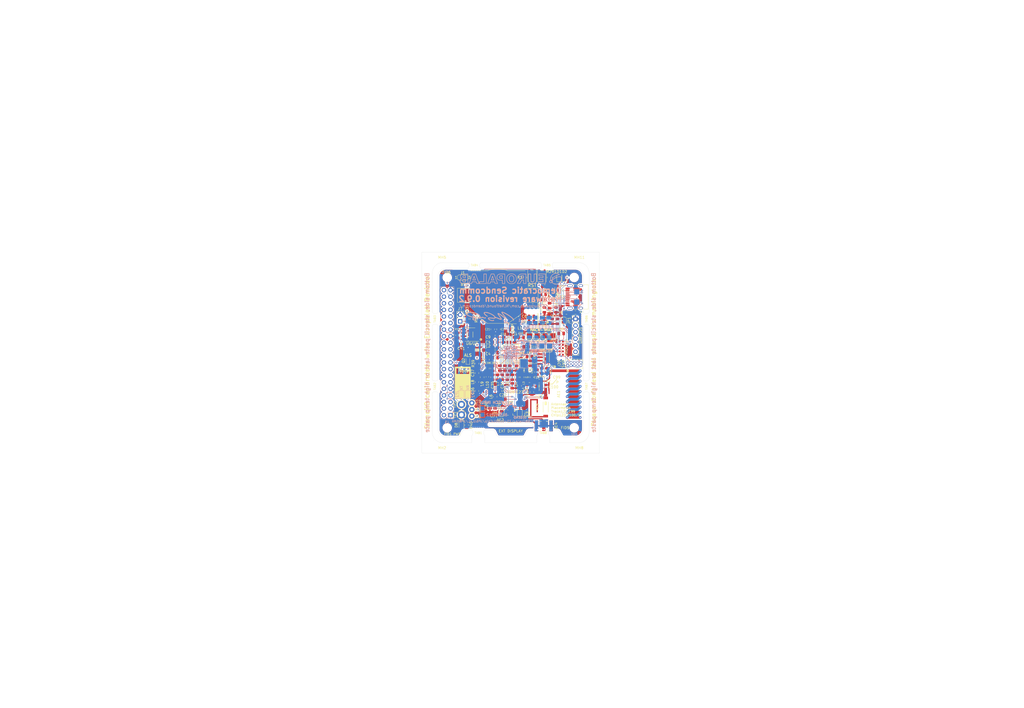
<source format=kicad_pcb>
(kicad_pcb (version 20171130) (host pcbnew 5.1.5+dfsg1-2build2)

  (general
    (thickness 1.6)
    (drawings 190)
    (tracks 1297)
    (zones 0)
    (modules 156)
    (nets 131)
  )

  (page A3)
  (title_block
    (title "Democratic Sendcomm")
    (date 2020-12-26)
    (rev 0.9.2)
    (company "Europalab Devices")
    (comment 1 "Copyright © 2020, Europalab Devices")
    (comment 2 "Fulfilling requirements of 20200210")
    (comment 3 "Pending quality assurance testing")
    (comment 4 "Release revision for manufacturing")
  )

  (layers
    (0 F.Cu signal)
    (1 In1.Cu power)
    (2 In2.Cu power)
    (31 B.Cu signal)
    (34 B.Paste user)
    (35 F.Paste user)
    (36 B.SilkS user)
    (37 F.SilkS user)
    (38 B.Mask user)
    (39 F.Mask user)
    (40 Dwgs.User user)
    (41 Cmts.User user)
    (44 Edge.Cuts user)
    (45 Margin user)
    (46 B.CrtYd user)
    (47 F.CrtYd user)
    (48 B.Fab user)
    (49 F.Fab user)
  )

  (setup
    (last_trace_width 0.127)
    (user_trace_width 0.1016)
    (user_trace_width 0.127)
    (user_trace_width 0.2)
    (user_trace_width 0.4)
    (user_trace_width 1.016)
    (trace_clearance 0.09)
    (zone_clearance 0.508)
    (zone_45_only no)
    (trace_min 0.09)
    (via_size 0.356)
    (via_drill 0.2)
    (via_min_size 0.356)
    (via_min_drill 0.2)
    (user_via 0.45 0.2)
    (user_via 0.6 0.3)
    (uvia_size 0.45)
    (uvia_drill 0.1)
    (uvias_allowed no)
    (uvia_min_size 0.45)
    (uvia_min_drill 0.1)
    (edge_width 0.1)
    (segment_width 0.1)
    (pcb_text_width 0.25)
    (pcb_text_size 1 1)
    (mod_edge_width 0.15)
    (mod_text_size 1 1)
    (mod_text_width 0.15)
    (pad_size 2 2)
    (pad_drill 0)
    (pad_to_mask_clearance 0)
    (aux_axis_origin 0 0)
    (visible_elements 7FFFFFFF)
    (pcbplotparams
      (layerselection 0x313fc_ffffffff)
      (usegerberextensions true)
      (usegerberattributes false)
      (usegerberadvancedattributes false)
      (creategerberjobfile false)
      (excludeedgelayer true)
      (linewidth 0.150000)
      (plotframeref false)
      (viasonmask false)
      (mode 1)
      (useauxorigin false)
      (hpglpennumber 1)
      (hpglpenspeed 20)
      (hpglpendiameter 15.000000)
      (psnegative false)
      (psa4output false)
      (plotreference true)
      (plotvalue true)
      (plotinvisibletext false)
      (padsonsilk false)
      (subtractmaskfromsilk false)
      (outputformat 1)
      (mirror false)
      (drillshape 0)
      (scaleselection 1)
      (outputdirectory "fabsingle"))
  )

  (net 0 "")
  (net 1 GND)
  (net 2 "Net-(AE1-Pad1)")
  (net 3 /Sheet5F53D5B4/RFSWPWR)
  (net 4 "Net-(C8-Pad1)")
  (net 5 /Sheet5F53D5B4/POWAMP)
  (net 6 "Net-(C13-Pad1)")
  (net 7 /Sheet5F53D5B4/HFOUT)
  (net 8 +3V3)
  (net 9 "Net-(C29-Pad1)")
  (net 10 /Sheet5F53D5B4/HPOUT)
  (net 11 /Sheet5F53D5B4/HFIN)
  (net 12 /Sheet5F53D5B4/BANDSEL)
  (net 13 "Net-(BT1-Pad1)")
  (net 14 /Sheet5F53D5B4/USB_BUS)
  (net 15 "Net-(C33-Pad1)")
  (net 16 "Net-(C34-Pad1)")
  (net 17 /Sheet5F53D5B4/CMDRST)
  (net 18 "Net-(D1-Pad2)")
  (net 19 "Net-(D1-Pad1)")
  (net 20 "Net-(D2-Pad1)")
  (net 21 "Net-(D2-Pad2)")
  (net 22 /Sheet5F53D5B4/USB_P)
  (net 23 /Sheet5F53D5B4/USB_N)
  (net 24 /Sheet60040980/ID_SD)
  (net 25 /Sheet60040980/ID_SC)
  (net 26 /Sheet5F53D5B4/SWDCLK)
  (net 27 "Net-(J3-Pad7)")
  (net 28 "Net-(J3-Pad8)")
  (net 29 "Net-(J4-Pad6)")
  (net 30 /Sheet5F53D5B4/CN_VBAT)
  (net 31 /Sheet5F53D5B4/XCEIV)
  (net 32 "Net-(AE5-Pad2)")
  (net 33 "Net-(C1-Pad1)")
  (net 34 "Net-(C7-Pad1)")
  (net 35 "Net-(C14-Pad1)")
  (net 36 "Net-(C17-Pad1)")
  (net 37 "Net-(C18-Pad2)")
  (net 38 "Net-(C19-Pad2)")
  (net 39 "Net-(C23-Pad2)")
  (net 40 "Net-(C23-Pad1)")
  (net 41 "Net-(C24-Pad1)")
  (net 42 "Net-(C24-Pad2)")
  (net 43 "Net-(C29-Pad2)")
  (net 44 "Net-(C33-Pad2)")
  (net 45 "Net-(C35-Pad2)")
  (net 46 "Net-(C40-Pad1)")
  (net 47 "Net-(J2-PadB5)")
  (net 48 "Net-(J2-PadA8)")
  (net 49 "Net-(J2-PadA5)")
  (net 50 "Net-(J2-PadB8)")
  (net 51 "Net-(J3-Pad2)")
  (net 52 "Net-(J3-Pad3)")
  (net 53 "Net-(J3-Pad4)")
  (net 54 "Net-(J3-Pad5)")
  (net 55 "Net-(J3-Pad10)")
  (net 56 "Net-(J3-Pad11)")
  (net 57 "Net-(J3-Pad12)")
  (net 58 "Net-(J3-Pad13)")
  (net 59 "Net-(J3-Pad15)")
  (net 60 "Net-(J3-Pad16)")
  (net 61 "Net-(J3-Pad18)")
  (net 62 "Net-(J3-Pad19)")
  (net 63 "Net-(J3-Pad21)")
  (net 64 "Net-(J3-Pad22)")
  (net 65 "Net-(J3-Pad23)")
  (net 66 "Net-(J3-Pad24)")
  (net 67 "Net-(J3-Pad26)")
  (net 68 "Net-(J3-Pad29)")
  (net 69 "Net-(J3-Pad31)")
  (net 70 "Net-(J3-Pad32)")
  (net 71 "Net-(J3-Pad33)")
  (net 72 "Net-(J3-Pad35)")
  (net 73 "Net-(J3-Pad36)")
  (net 74 "Net-(J3-Pad38)")
  (net 75 "Net-(J3-Pad40)")
  (net 76 "Net-(J4-Pad7)")
  (net 77 "Net-(J4-Pad8)")
  (net 78 "Net-(J5-Pad2)")
  (net 79 "Net-(J5-Pad3)")
  (net 80 "Net-(J5-Pad6)")
  (net 81 "Net-(J6-Pad1)")
  (net 82 "Net-(L1-Pad2)")
  (net 83 "Net-(R3-Pad1)")
  (net 84 "Net-(R4-Pad1)")
  (net 85 "Net-(R4-Pad2)")
  (net 86 "Net-(U2-Pad5)")
  (net 87 "Net-(U3-PadG1)")
  (net 88 "Net-(U3-PadH1)")
  (net 89 "Net-(U3-PadE3)")
  (net 90 "Net-(U3-PadE4)")
  (net 91 "Net-(U3-PadF4)")
  (net 92 "Net-(U3-PadC7)")
  (net 93 "Net-(U3-PadD7)")
  (net 94 "Net-(U3-PadD8)")
  (net 95 "Net-(U5-Pad3)")
  (net 96 "Net-(U5-Pad4)")
  (net 97 "Net-(U8-Pad7)")
  (net 98 "Net-(U8-Pad3)")
  (net 99 "Net-(U8-Pad2)")
  (net 100 "Net-(U8-Pad1)")
  (net 101 "Net-(U9-Pad1)")
  (net 102 "Net-(U9-Pad2)")
  (net 103 "Net-(U9-Pad3)")
  (net 104 "Net-(U9-Pad7)")
  (net 105 /Sheet5F53D5B4/SWDIO)
  (net 106 "Net-(AE2-Pad1)")
  (net 107 "Net-(AE4-Pad1)")
  (net 108 "Net-(AE5-Pad1)")
  (net 109 "Net-(J6-Pad2)")
  (net 110 "Net-(J6-Pad3)")
  (net 111 "Net-(J6-Pad4)")
  (net 112 "Net-(J7-Pad1)")
  (net 113 "Net-(C95-Pad1)")
  (net 114 /TP_SCL)
  (net 115 /TP_SDA)
  (net 116 "Net-(J20-Pad6)")
  (net 117 "Net-(J20-Pad7)")
  (net 118 "Net-(J20-Pad8)")
  (net 119 "Net-(Q2-Pad2)")
  (net 120 EXT_UART_TX)
  (net 121 EXT_UART_RX)
  (net 122 "Net-(D8-Pad2)")
  (net 123 USB_TST)
  (net 124 "Net-(TP13-Pad1)")
  (net 125 "Net-(C94-Pad2)")
  (net 126 "Net-(C96-Pad1)")
  (net 127 /Sheet5F53D5B4/CRY_XIN-RSVD)
  (net 128 /Sheet5F53D5B4/CRY_XOUT-RSVD)
  (net 129 "Net-(C97-Pad1)")
  (net 130 "Net-(C101-Pad1)")

  (net_class Default "This is the default net class."
    (clearance 0.09)
    (trace_width 0.09)
    (via_dia 0.356)
    (via_drill 0.2)
    (uvia_dia 0.45)
    (uvia_drill 0.1)
    (add_net +3V3)
    (add_net /Sheet5F53D5B4/BANDSEL)
    (add_net /Sheet5F53D5B4/CMDRST)
    (add_net /Sheet5F53D5B4/CN_VBAT)
    (add_net /Sheet5F53D5B4/CRY_XIN-RSVD)
    (add_net /Sheet5F53D5B4/CRY_XOUT-RSVD)
    (add_net /Sheet5F53D5B4/HFIN)
    (add_net /Sheet5F53D5B4/HFOUT)
    (add_net /Sheet5F53D5B4/HPOUT)
    (add_net /Sheet5F53D5B4/POWAMP)
    (add_net /Sheet5F53D5B4/RFSWPWR)
    (add_net /Sheet5F53D5B4/SWDCLK)
    (add_net /Sheet5F53D5B4/SWDIO)
    (add_net /Sheet5F53D5B4/USB_BUS)
    (add_net /Sheet5F53D5B4/USB_N)
    (add_net /Sheet5F53D5B4/USB_P)
    (add_net /Sheet5F53D5B4/XCEIV)
    (add_net /Sheet60040980/ID_SC)
    (add_net /Sheet60040980/ID_SD)
    (add_net /TP_SCL)
    (add_net /TP_SDA)
    (add_net EXT_UART_RX)
    (add_net EXT_UART_TX)
    (add_net GND)
    (add_net "Net-(AE1-Pad1)")
    (add_net "Net-(AE2-Pad1)")
    (add_net "Net-(AE4-Pad1)")
    (add_net "Net-(AE5-Pad1)")
    (add_net "Net-(AE5-Pad2)")
    (add_net "Net-(BT1-Pad1)")
    (add_net "Net-(C1-Pad1)")
    (add_net "Net-(C101-Pad1)")
    (add_net "Net-(C13-Pad1)")
    (add_net "Net-(C14-Pad1)")
    (add_net "Net-(C17-Pad1)")
    (add_net "Net-(C18-Pad2)")
    (add_net "Net-(C19-Pad2)")
    (add_net "Net-(C23-Pad1)")
    (add_net "Net-(C23-Pad2)")
    (add_net "Net-(C24-Pad1)")
    (add_net "Net-(C24-Pad2)")
    (add_net "Net-(C29-Pad1)")
    (add_net "Net-(C29-Pad2)")
    (add_net "Net-(C33-Pad1)")
    (add_net "Net-(C33-Pad2)")
    (add_net "Net-(C34-Pad1)")
    (add_net "Net-(C35-Pad2)")
    (add_net "Net-(C40-Pad1)")
    (add_net "Net-(C7-Pad1)")
    (add_net "Net-(C8-Pad1)")
    (add_net "Net-(C94-Pad2)")
    (add_net "Net-(C95-Pad1)")
    (add_net "Net-(C96-Pad1)")
    (add_net "Net-(C97-Pad1)")
    (add_net "Net-(D1-Pad1)")
    (add_net "Net-(D1-Pad2)")
    (add_net "Net-(D2-Pad1)")
    (add_net "Net-(D2-Pad2)")
    (add_net "Net-(D8-Pad2)")
    (add_net "Net-(J2-PadA5)")
    (add_net "Net-(J2-PadA8)")
    (add_net "Net-(J2-PadB5)")
    (add_net "Net-(J2-PadB8)")
    (add_net "Net-(J20-Pad6)")
    (add_net "Net-(J20-Pad7)")
    (add_net "Net-(J20-Pad8)")
    (add_net "Net-(J3-Pad10)")
    (add_net "Net-(J3-Pad11)")
    (add_net "Net-(J3-Pad12)")
    (add_net "Net-(J3-Pad13)")
    (add_net "Net-(J3-Pad15)")
    (add_net "Net-(J3-Pad16)")
    (add_net "Net-(J3-Pad18)")
    (add_net "Net-(J3-Pad19)")
    (add_net "Net-(J3-Pad2)")
    (add_net "Net-(J3-Pad21)")
    (add_net "Net-(J3-Pad22)")
    (add_net "Net-(J3-Pad23)")
    (add_net "Net-(J3-Pad24)")
    (add_net "Net-(J3-Pad26)")
    (add_net "Net-(J3-Pad29)")
    (add_net "Net-(J3-Pad3)")
    (add_net "Net-(J3-Pad31)")
    (add_net "Net-(J3-Pad32)")
    (add_net "Net-(J3-Pad33)")
    (add_net "Net-(J3-Pad35)")
    (add_net "Net-(J3-Pad36)")
    (add_net "Net-(J3-Pad38)")
    (add_net "Net-(J3-Pad4)")
    (add_net "Net-(J3-Pad40)")
    (add_net "Net-(J3-Pad5)")
    (add_net "Net-(J3-Pad7)")
    (add_net "Net-(J3-Pad8)")
    (add_net "Net-(J4-Pad6)")
    (add_net "Net-(J4-Pad7)")
    (add_net "Net-(J4-Pad8)")
    (add_net "Net-(J5-Pad2)")
    (add_net "Net-(J5-Pad3)")
    (add_net "Net-(J5-Pad6)")
    (add_net "Net-(J6-Pad1)")
    (add_net "Net-(J6-Pad2)")
    (add_net "Net-(J6-Pad3)")
    (add_net "Net-(J6-Pad4)")
    (add_net "Net-(J7-Pad1)")
    (add_net "Net-(L1-Pad2)")
    (add_net "Net-(Q2-Pad2)")
    (add_net "Net-(R3-Pad1)")
    (add_net "Net-(R4-Pad1)")
    (add_net "Net-(R4-Pad2)")
    (add_net "Net-(TP13-Pad1)")
    (add_net "Net-(U2-Pad5)")
    (add_net "Net-(U3-PadC7)")
    (add_net "Net-(U3-PadD7)")
    (add_net "Net-(U3-PadD8)")
    (add_net "Net-(U3-PadE3)")
    (add_net "Net-(U3-PadE4)")
    (add_net "Net-(U3-PadF4)")
    (add_net "Net-(U3-PadG1)")
    (add_net "Net-(U3-PadH1)")
    (add_net "Net-(U5-Pad3)")
    (add_net "Net-(U5-Pad4)")
    (add_net "Net-(U8-Pad1)")
    (add_net "Net-(U8-Pad2)")
    (add_net "Net-(U8-Pad3)")
    (add_net "Net-(U8-Pad7)")
    (add_net "Net-(U9-Pad1)")
    (add_net "Net-(U9-Pad2)")
    (add_net "Net-(U9-Pad3)")
    (add_net "Net-(U9-Pad7)")
    (add_net USB_TST)
  )

  (net_class Power ""
    (clearance 0.2)
    (trace_width 0.5)
    (via_dia 1)
    (via_drill 0.7)
    (uvia_dia 0.5)
    (uvia_drill 0.1)
  )

  (module Connector_Coaxial:SMA_Samtec_SMA-J-P-X-ST-EM1_EdgeMount (layer F.Cu) (tedit 5FE90BFC) (tstamp 5F686FA8)
    (at 222.75 176.25)
    (descr "Connector SMA, 0Hz to 20GHz, 50Ohm, Edge Mount (http://suddendocs.samtec.com/prints/sma-j-p-x-st-em1-mkt.pdf)")
    (tags "SMA Straight Samtec Edge Mount")
    (path /5F5C0728/6000659E)
    (attr smd)
    (fp_text reference AE4 (at 4.75 0 90 unlocked) (layer F.SilkS)
      (effects (font (size 1 1) (thickness 0.15)))
    )
    (fp_text value Antenna_Shield (at 0 13) (layer F.Fab)
      (effects (font (size 1 1) (thickness 0.15)))
    )
    (fp_text user "Board Thickness: 1.57mm" (at 0 -5.45) (layer Cmts.User)
      (effects (font (size 1 1) (thickness 0.15)))
    )
    (fp_line (start 0.84 -1.71) (end 1.95 -1.71) (layer F.SilkS) (width 0.12))
    (fp_line (start -1.95 -1.71) (end -0.84 -1.71) (layer F.SilkS) (width 0.12))
    (fp_line (start 0.84 2) (end 1.95 2) (layer F.SilkS) (width 0.12))
    (fp_line (start -1.95 2) (end -0.84 2) (layer F.SilkS) (width 0.12))
    (fp_line (start 3.68 2.6) (end 3.68 12.12) (layer B.CrtYd) (width 0.05))
    (fp_line (start 4 2.6) (end 3.68 2.6) (layer B.CrtYd) (width 0.05))
    (fp_line (start -3.68 12.12) (end -3.68 2.6) (layer B.CrtYd) (width 0.05))
    (fp_line (start -3.68 2.6) (end -4 2.6) (layer B.CrtYd) (width 0.05))
    (fp_line (start 3.68 2.6) (end 3.68 12.12) (layer F.CrtYd) (width 0.05))
    (fp_line (start 3.68 2.6) (end 4 2.6) (layer F.CrtYd) (width 0.05))
    (fp_line (start -3.68 12.12) (end -3.68 2.6) (layer F.CrtYd) (width 0.05))
    (fp_line (start -3.68 2.6) (end -4 2.6) (layer F.CrtYd) (width 0.05))
    (fp_text user "PCB Edge" (at 0 2.6) (layer Dwgs.User)
      (effects (font (size 0.5 0.5) (thickness 0.1)))
    )
    (fp_line (start 4.1 2.1) (end -4.1 2.1) (layer Dwgs.User) (width 0.1))
    (fp_line (start -3.175 -1.71) (end -3.175 11.62) (layer F.Fab) (width 0.1))
    (fp_line (start -2.365 -1.71) (end -3.175 -1.71) (layer F.Fab) (width 0.1))
    (fp_line (start -2.365 2.1) (end -2.365 -1.71) (layer F.Fab) (width 0.1))
    (fp_line (start 2.365 2.1) (end -2.365 2.1) (layer F.Fab) (width 0.1))
    (fp_line (start 2.365 -1.71) (end 2.365 2.1) (layer F.Fab) (width 0.1))
    (fp_line (start 3.175 -1.71) (end 2.365 -1.71) (layer F.Fab) (width 0.1))
    (fp_line (start 3.175 -1.71) (end 3.175 11.62) (layer F.Fab) (width 0.1))
    (fp_line (start 3.165 11.62) (end -3.165 11.62) (layer F.Fab) (width 0.1))
    (fp_line (start -4 -2.6) (end 4 -2.6) (layer B.CrtYd) (width 0.05))
    (fp_line (start -4 2.6) (end -4 -2.6) (layer B.CrtYd) (width 0.05))
    (fp_line (start 3.68 12.12) (end -3.68 12.12) (layer B.CrtYd) (width 0.05))
    (fp_line (start 4 2.6) (end 4 -2.6) (layer B.CrtYd) (width 0.05))
    (fp_line (start -4 -2.6) (end 4 -2.6) (layer F.CrtYd) (width 0.05))
    (fp_line (start -4 2.6) (end -4 -2.6) (layer F.CrtYd) (width 0.05))
    (fp_line (start 3.68 12.12) (end -3.68 12.12) (layer F.CrtYd) (width 0.05))
    (fp_line (start 4 2.6) (end 4 -2.6) (layer F.CrtYd) (width 0.05))
    (fp_text user %R (at 0 4.29 180) (layer F.Fab)
      (effects (font (size 1 1) (thickness 0.15)))
    )
    (fp_line (start 0.64 2.1) (end 0 3.1) (layer F.Fab) (width 0.1))
    (fp_line (start 0 3.1) (end -0.64 2.1) (layer F.Fab) (width 0.1))
    (fp_line (start 0 -2.26) (end 0.25 -2.76) (layer F.SilkS) (width 0.12))
    (fp_line (start 0.25 -2.76) (end -0.25 -2.76) (layer F.SilkS) (width 0.12))
    (fp_line (start -0.25 -2.76) (end 0 -2.26) (layer F.SilkS) (width 0.12))
    (pad 1 smd rect (at 0 0.2) (size 1.27 3.6) (layers F.Cu F.Mask)
      (net 107 "Net-(AE4-Pad1)"))
    (pad 2 smd rect (at 2.825 0) (size 1.35 4.2) (layers F.Cu F.Mask)
      (net 1 GND))
    (pad 2 smd rect (at -2.825 0) (size 1.35 4.2) (layers F.Cu F.Mask)
      (net 1 GND))
    (pad 2 smd rect (at 2.825 0) (size 1.35 4.2) (layers B.Cu B.Mask)
      (net 1 GND))
    (pad 2 smd rect (at -2.825 0) (size 1.35 4.2) (layers B.Cu B.Mask)
      (net 1 GND))
    (model ${KISYS3DMOD}/Connector_Coaxial.3dshapes/SMA_Samtec_SMA-J-P-X-ST-EM1_EdgeMount.wrl
      (at (xyz 0 0 0))
      (scale (xyz 1 1 1))
      (rotate (xyz 0 0 0))
    )
    (model ${KIPRJMOD}/modules/packages3d/RF_Antenna.3dshapes/SMA-J-P-H-ST-EM1.wrl
      (offset (xyz 0 -4 0.5))
      (scale (xyz 0.4 0.4 0.4))
      (rotate (xyz 180 -90 0))
    )
  )

  (module Connector_PinHeader_2.54mm:PinHeader_1x06_P2.54mm_Vertical (layer F.Cu) (tedit 59FED5CC) (tstamp 5FF83409)
    (at 235 135)
    (descr "Through hole straight pin header, 1x06, 2.54mm pitch, single row")
    (tags "Through hole pin header THT 1x06 2.54mm single row")
    (path /60040981/6006812D)
    (fp_text reference J5 (at 2 5 90) (layer F.SilkS)
      (effects (font (size 1 1) (thickness 0.15)) (justify left))
    )
    (fp_text value Conn_01x06_Male (at 4.385 14.97) (layer F.Fab)
      (effects (font (size 1 1) (thickness 0.15)))
    )
    (fp_text user %R (at 2.77 6.35 90) (layer F.Fab)
      (effects (font (size 1 1) (thickness 0.15)))
    )
    (fp_line (start 1.8 -1.8) (end -1.8 -1.8) (layer F.CrtYd) (width 0.05))
    (fp_line (start 1.8 14.5) (end 1.8 -1.8) (layer F.CrtYd) (width 0.05))
    (fp_line (start -1.8 14.5) (end 1.8 14.5) (layer F.CrtYd) (width 0.05))
    (fp_line (start -1.8 -1.8) (end -1.8 14.5) (layer F.CrtYd) (width 0.05))
    (fp_line (start -1.33 -1.33) (end 0 -1.33) (layer F.SilkS) (width 0.12))
    (fp_line (start -1.33 0) (end -1.33 -1.33) (layer F.SilkS) (width 0.12))
    (fp_line (start -1.33 1.27) (end 1.33 1.27) (layer F.SilkS) (width 0.12))
    (fp_line (start 1.33 1.27) (end 1.33 14.03) (layer F.SilkS) (width 0.12))
    (fp_line (start -1.33 1.27) (end -1.33 14.03) (layer F.SilkS) (width 0.12))
    (fp_line (start -1.33 14.03) (end 1.33 14.03) (layer F.SilkS) (width 0.12))
    (fp_line (start -1.27 -0.635) (end -0.635 -1.27) (layer F.Fab) (width 0.1))
    (fp_line (start -1.27 13.97) (end -1.27 -0.635) (layer F.Fab) (width 0.1))
    (fp_line (start 1.27 13.97) (end -1.27 13.97) (layer F.Fab) (width 0.1))
    (fp_line (start 1.27 -1.27) (end 1.27 13.97) (layer F.Fab) (width 0.1))
    (fp_line (start -0.635 -1.27) (end 1.27 -1.27) (layer F.Fab) (width 0.1))
    (pad 6 thru_hole oval (at 0 12.7) (size 1.7 1.7) (drill 1) (layers *.Cu *.Mask)
      (net 80 "Net-(J5-Pad6)"))
    (pad 5 thru_hole oval (at 0 10.16) (size 1.7 1.7) (drill 1) (layers *.Cu *.Mask)
      (net 120 EXT_UART_TX))
    (pad 4 thru_hole oval (at 0 7.62) (size 1.7 1.7) (drill 1) (layers *.Cu *.Mask)
      (net 121 EXT_UART_RX))
    (pad 3 thru_hole oval (at 0 5.08) (size 1.7 1.7) (drill 1) (layers *.Cu *.Mask)
      (net 79 "Net-(J5-Pad3)"))
    (pad 2 thru_hole oval (at 0 2.54) (size 1.7 1.7) (drill 1) (layers *.Cu *.Mask)
      (net 78 "Net-(J5-Pad2)"))
    (pad 1 thru_hole rect (at 0 0) (size 1.7 1.7) (drill 1) (layers *.Cu *.Mask)
      (net 1 GND))
    (model ${KISYS3DMOD}/Connector_PinHeader_2.54mm.3dshapes/PinHeader_1x06_P2.54mm_Vertical.wrl
      (at (xyz 0 0 0))
      (scale (xyz 1 1 1))
      (rotate (xyz 0 0 0))
    )
  )

  (module RF_Antenna:Texas_SWRA416_868MHz_915MHz (layer F.Cu) (tedit 5CF40AFD) (tstamp 5F686F31)
    (at 231 164 270)
    (descr http://www.ti.com/lit/an/swra416/swra416.pdf)
    (tags "PCB antenna")
    (path /5F5C0728/60008187)
    (attr smd)
    (fp_text reference AE1 (at 0 2.5 90) (layer F.SilkS)
      (effects (font (size 1 1) (thickness 0.15)))
    )
    (fp_text value Antenna (at 0.1 -7.6 90) (layer F.Fab)
      (effects (font (size 1 1) (thickness 0.15)))
    )
    (fp_line (start 9.7 2.1) (end 6.2 5.7) (layer Dwgs.User) (width 0.12))
    (fp_line (start 9.7 0.1) (end 4.3 5.7) (layer Dwgs.User) (width 0.12))
    (fp_line (start 9.7 -1.9) (end 2.3 5.7) (layer Dwgs.User) (width 0.12))
    (fp_line (start 9.7 -3.9) (end 0.2 5.7) (layer Dwgs.User) (width 0.12))
    (fp_line (start 9.7 -5.9) (end -1.8 5.7) (layer Dwgs.User) (width 0.12))
    (fp_line (start 8.3 -6.5) (end -3.8 5.7) (layer Dwgs.User) (width 0.12))
    (fp_line (start 6.3 -6.5) (end -5.8 5.7) (layer Dwgs.User) (width 0.12))
    (fp_line (start 4.3 -6.5) (end -7.8 5.7) (layer Dwgs.User) (width 0.12))
    (fp_line (start -9.7 5.5) (end 2.3 -6.5) (layer Dwgs.User) (width 0.12))
    (fp_line (start -9.7 3.5) (end 0.3 -6.5) (layer Dwgs.User) (width 0.12))
    (fp_line (start -9.7 1.5) (end -1.7 -6.5) (layer Dwgs.User) (width 0.12))
    (fp_line (start -9.7 -0.5) (end -3.7 -6.5) (layer Dwgs.User) (width 0.12))
    (fp_line (start -9.7 -2.5) (end -5.7 -6.5) (layer Dwgs.User) (width 0.12))
    (fp_line (start -9.7 -4.5) (end -7.7 -6.5) (layer Dwgs.User) (width 0.12))
    (fp_line (start 9.7 -6.5) (end -9.7 -6.5) (layer Dwgs.User) (width 0.15))
    (fp_line (start 9.7 5.7) (end 9.7 -6.5) (layer Dwgs.User) (width 0.15))
    (fp_line (start -9.7 5.7) (end 9.7 5.7) (layer Dwgs.User) (width 0.15))
    (fp_line (start -9.7 -6.5) (end -9.7 5.7) (layer Dwgs.User) (width 0.15))
    (fp_line (start 7 -5.8) (end 8 -4.8) (layer B.Cu) (width 1))
    (fp_line (start 8 -1.8) (end 9 -0.8) (layer B.Cu) (width 1))
    (fp_line (start 8 -4.8) (end 8 -1.8) (layer B.Cu) (width 1))
    (fp_line (start 9 -5.8) (end 9 -0.8) (layer F.Cu) (width 1))
    (fp_line (start 5 -5.8) (end 6 -4.8) (layer B.Cu) (width 1))
    (fp_line (start 6 -1.8) (end 7 -0.8) (layer B.Cu) (width 1))
    (fp_line (start 6 -4.8) (end 6 -1.8) (layer B.Cu) (width 1))
    (fp_line (start 7 -5.8) (end 7 -0.8) (layer F.Cu) (width 1))
    (fp_line (start 3 -5.8) (end 4 -4.8) (layer B.Cu) (width 1))
    (fp_line (start 4 -1.8) (end 5 -0.8) (layer B.Cu) (width 1))
    (fp_line (start 4 -4.8) (end 4 -1.8) (layer B.Cu) (width 1))
    (fp_line (start 5 -5.8) (end 5 -0.8) (layer F.Cu) (width 1))
    (fp_line (start 1 -5.8) (end 2 -4.8) (layer B.Cu) (width 1))
    (fp_line (start 2 -1.8) (end 3 -0.8) (layer B.Cu) (width 1))
    (fp_line (start 2 -4.8) (end 2 -1.8) (layer B.Cu) (width 1))
    (fp_line (start 3 -5.8) (end 3 -0.8) (layer F.Cu) (width 1))
    (fp_line (start -1 -5.8) (end 0 -4.8) (layer B.Cu) (width 1))
    (fp_line (start 0 -1.8) (end 1 -0.8) (layer B.Cu) (width 1))
    (fp_line (start 0 -4.8) (end 0 -1.8) (layer B.Cu) (width 1))
    (fp_line (start 1 -5.8) (end 1 -0.8) (layer F.Cu) (width 1))
    (fp_line (start -3 -5.8) (end -2 -4.8) (layer B.Cu) (width 1))
    (fp_line (start -2 -1.8) (end -1 -0.8) (layer B.Cu) (width 1))
    (fp_line (start -2 -4.8) (end -2 -1.8) (layer B.Cu) (width 1))
    (fp_line (start -1 -5.8) (end -1 -0.8) (layer F.Cu) (width 1))
    (fp_line (start -4 -4.8) (end -4 -1.8) (layer B.Cu) (width 1))
    (fp_line (start -5 -5.8) (end -4 -4.8) (layer B.Cu) (width 1))
    (fp_line (start -4 -1.8) (end -3 -0.8) (layer B.Cu) (width 1))
    (fp_line (start -3 -5.8) (end -3 -0.8) (layer F.Cu) (width 1))
    (fp_line (start -6 -4.8) (end -6 -1.8) (layer B.Cu) (width 1))
    (fp_line (start -7 -5.8) (end -6 -4.8) (layer B.Cu) (width 1))
    (fp_line (start -6 -1.8) (end -5 -0.8) (layer B.Cu) (width 1))
    (fp_line (start -5 -5.8) (end -5 -0.8) (layer F.Cu) (width 1))
    (fp_line (start -7 -5.8) (end -7 -0.8) (layer F.Cu) (width 1))
    (fp_line (start -9 5.2) (end -9 -5.8) (layer F.Cu) (width 1))
    (fp_line (start -9 -5.8) (end -8 -4.8) (layer B.Cu) (width 1))
    (fp_line (start -8 -4.8) (end -8 -1.8) (layer B.Cu) (width 1))
    (fp_line (start -8 -1.8) (end -7 -0.8) (layer B.Cu) (width 1))
    (fp_line (start 9.7 4.1) (end 8.2 5.7) (layer Dwgs.User) (width 0.12))
    (fp_line (start -9.9 -6.7) (end -9.9 5.9) (layer F.CrtYd) (width 0.05))
    (fp_line (start -9.9 5.9) (end 9.9 5.9) (layer F.CrtYd) (width 0.05))
    (fp_line (start 9.9 5.9) (end 9.9 -6.7) (layer F.CrtYd) (width 0.05))
    (fp_line (start 9.9 -6.7) (end -9.9 -6.7) (layer F.CrtYd) (width 0.05))
    (fp_line (start 9.9 -6.7) (end -9.9 -6.7) (layer B.CrtYd) (width 0.05))
    (fp_line (start 9.9 5.9) (end 9.9 -6.7) (layer B.CrtYd) (width 0.05))
    (fp_line (start -9.9 -6.7) (end -9.9 5.9) (layer B.CrtYd) (width 0.05))
    (fp_line (start -9.9 5.9) (end 9.9 5.9) (layer B.CrtYd) (width 0.05))
    (fp_text user "KEEP-OUT ZONE" (at 1 -2.8 90) (layer Cmts.User)
      (effects (font (size 1 1) (thickness 0.15)))
    )
    (fp_text user "No metal, traces or " (at 1 0.2 90) (layer Cmts.User)
      (effects (font (size 1 1) (thickness 0.15)))
    )
    (fp_text user "any components on" (at 1 2.2 90) (layer Cmts.User)
      (effects (font (size 1 1) (thickness 0.15)))
    )
    (fp_text user " any PCB layer." (at 1 4.2 90) (layer Cmts.User)
      (effects (font (size 1 1) (thickness 0.15)))
    )
    (fp_text user %R (at -0.4 6.6 90) (layer F.Fab)
      (effects (font (size 1 1) (thickness 0.15)))
    )
    (pad "" thru_hole circle (at 9 -0.8 90) (size 1 1) (drill 0.4) (layers *.Cu))
    (pad "" thru_hole circle (at 9 -5.8 90) (size 1 1) (drill 0.4) (layers *.Cu))
    (pad "" thru_hole circle (at 7 -5.8 90) (size 1 1) (drill 0.4) (layers *.Cu))
    (pad "" thru_hole circle (at 7 -0.8 90) (size 1 1) (drill 0.4) (layers *.Cu))
    (pad "" thru_hole circle (at 5 -0.8 90) (size 1 1) (drill 0.4) (layers *.Cu))
    (pad "" thru_hole circle (at 5 -5.8 90) (size 1 1) (drill 0.4) (layers *.Cu))
    (pad "" thru_hole circle (at 3 -0.8 90) (size 1 1) (drill 0.4) (layers *.Cu))
    (pad "" thru_hole circle (at 3 -5.8 90) (size 1 1) (drill 0.4) (layers *.Cu))
    (pad "" thru_hole circle (at 1 -5.8 90) (size 1 1) (drill 0.4) (layers *.Cu))
    (pad "" thru_hole circle (at 1 -0.8 90) (size 1 1) (drill 0.4) (layers *.Cu))
    (pad "" thru_hole circle (at -1 -0.8 90) (size 1 1) (drill 0.4) (layers *.Cu))
    (pad "" thru_hole circle (at -1 -5.8 90) (size 1 1) (drill 0.4) (layers *.Cu))
    (pad "" thru_hole circle (at -3 -5.8 90) (size 1 1) (drill 0.4) (layers *.Cu))
    (pad "" thru_hole circle (at -3 -0.8 90) (size 1 1) (drill 0.4) (layers *.Cu))
    (pad "" thru_hole circle (at -5 -0.8 90) (size 1 1) (drill 0.4) (layers *.Cu))
    (pad "" thru_hole circle (at -5 -5.8 90) (size 1 1) (drill 0.4) (layers *.Cu))
    (pad "" thru_hole circle (at -7 -5.8 90) (size 1 1) (drill 0.4) (layers *.Cu))
    (pad "" thru_hole circle (at -7 -0.8 90) (size 1 1) (drill 0.4) (layers *.Cu))
    (pad "" thru_hole circle (at -9 -5.8 90) (size 1 1) (drill 0.4) (layers *.Cu))
    (pad 1 smd trapezoid (at -9 5.9 90) (size 0.4 0.8) (rect_delta 0 0.3 ) (layers F.Cu)
      (net 2 "Net-(AE1-Pad1)"))
  )

  (module Elabdev:Panel_Mousetab_25mm_Single (layer F.Cu) (tedit 5CD9E502) (tstamp 5FEC726C)
    (at 222.5 179 90)
    (path /5CD9EB0D)
    (fp_text reference TAB8 (at 0 0) (layer F.SilkS)
      (effects (font (size 0.8 0.8) (thickness 0.13)))
    )
    (fp_text value Pantab (at -3.25 0 180) (layer F.Fab)
      (effects (font (size 1 1) (thickness 0.15)))
    )
    (fp_line (start 1.25 -2.2) (end 1.25 2.2) (layer F.Fab) (width 0.15))
    (fp_line (start -1.25 -2.2) (end -1.25 2.2) (layer F.Fab) (width 0.15))
    (fp_line (start 2.1 -2.6) (end 2.1 2.6) (layer F.CrtYd) (width 0.15))
    (fp_line (start 2.1 2.6) (end -2.1 2.6) (layer F.CrtYd) (width 0.15))
    (fp_line (start -2.1 2.6) (end -2.1 -2.6) (layer F.CrtYd) (width 0.15))
    (fp_line (start -2.1 -2.6) (end 2.1 -2.6) (layer F.CrtYd) (width 0.15))
    (pad "" np_thru_hole circle (at 1.35 2 90) (size 0.5 0.5) (drill 0.5) (layers *.Cu))
    (pad "" np_thru_hole circle (at 1.35 1.2 90) (size 0.5 0.5) (drill 0.5) (layers *.Cu))
    (pad "" np_thru_hole circle (at 1.35 0.4 90) (size 0.5 0.5) (drill 0.5) (layers *.Cu))
    (pad "" np_thru_hole circle (at 1.35 -0.4 90) (size 0.5 0.5) (drill 0.5) (layers *.Cu))
    (pad "" np_thru_hole circle (at 1.35 -1.2 90) (size 0.5 0.5) (drill 0.5) (layers *.Cu))
    (pad "" np_thru_hole circle (at 1.35 -2 90) (size 0.5 0.5) (drill 0.5) (layers *.Cu))
  )

  (module Capacitor_SMD:C_0805_2012Metric (layer F.Cu) (tedit 5B36C52B) (tstamp 5FEB8111)
    (at 211.5 143.0625 270)
    (descr "Capacitor SMD 0805 (2012 Metric), square (rectangular) end terminal, IPC_7351 nominal, (Body size source: https://docs.google.com/spreadsheets/d/1BsfQQcO9C6DZCsRaXUlFlo91Tg2WpOkGARC1WS5S8t0/edit?usp=sharing), generated with kicad-footprint-generator")
    (tags capacitor)
    (path /5F53D5B5/5F609CF5)
    (attr smd)
    (fp_text reference C19 (at -2.0625 0 180) (layer F.SilkS)
      (effects (font (size 0.7 0.7) (thickness 0.1)))
    )
    (fp_text value 15pF (at 0 1.65 90) (layer F.Fab)
      (effects (font (size 1 1) (thickness 0.15)))
    )
    (fp_line (start -1 0.6) (end -1 -0.6) (layer F.Fab) (width 0.1))
    (fp_line (start -1 -0.6) (end 1 -0.6) (layer F.Fab) (width 0.1))
    (fp_line (start 1 -0.6) (end 1 0.6) (layer F.Fab) (width 0.1))
    (fp_line (start 1 0.6) (end -1 0.6) (layer F.Fab) (width 0.1))
    (fp_line (start -0.258578 -0.71) (end 0.258578 -0.71) (layer F.SilkS) (width 0.12))
    (fp_line (start -0.258578 0.71) (end 0.258578 0.71) (layer F.SilkS) (width 0.12))
    (fp_line (start -1.68 0.95) (end -1.68 -0.95) (layer F.CrtYd) (width 0.05))
    (fp_line (start -1.68 -0.95) (end 1.68 -0.95) (layer F.CrtYd) (width 0.05))
    (fp_line (start 1.68 -0.95) (end 1.68 0.95) (layer F.CrtYd) (width 0.05))
    (fp_line (start 1.68 0.95) (end -1.68 0.95) (layer F.CrtYd) (width 0.05))
    (fp_text user %R (at 0 0 90) (layer F.Fab)
      (effects (font (size 0.5 0.5) (thickness 0.08)))
    )
    (pad 1 smd roundrect (at -0.9375 0 270) (size 0.975 1.4) (layers F.Cu F.Paste F.Mask) (roundrect_rratio 0.25)
      (net 1 GND))
    (pad 2 smd roundrect (at 0.9375 0 270) (size 0.975 1.4) (layers F.Cu F.Paste F.Mask) (roundrect_rratio 0.25)
      (net 38 "Net-(C19-Pad2)"))
    (model ${KISYS3DMOD}/Capacitor_SMD.3dshapes/C_0805_2012Metric.wrl
      (at (xyz 0 0 0))
      (scale (xyz 1 1 1))
      (rotate (xyz 0 0 0))
    )
  )

  (module Elabdev:Meinkuerz_sign_480dpi (layer B.Cu) (tedit 0) (tstamp 5FBE809B)
    (at 202 134 180)
    (fp_text reference G1 (at 0 0) (layer B.SilkS) hide
      (effects (font (size 1.524 1.524) (thickness 0.3)) (justify mirror))
    )
    (fp_text value Meinkuerzel_signature (at 0.75 0) (layer B.SilkS) hide
      (effects (font (size 1.524 1.524) (thickness 0.3)) (justify mirror))
    )
    (fp_poly (pts (xy 7.849084 1.675651) (xy 8.303148 1.632827) (xy 8.685942 1.550363) (xy 8.876057 1.481326)
      (xy 9.07938 1.34976) (xy 9.204465 1.178624) (xy 9.241225 0.986809) (xy 9.210768 0.854557)
      (xy 9.078684 0.643748) (xy 8.864557 0.429964) (xy 8.589687 0.233059) (xy 8.471807 0.165759)
      (xy 8.232808 0.053863) (xy 7.923436 -0.068816) (xy 7.576824 -0.190996) (xy 7.226108 -0.301392)
      (xy 6.904421 -0.388723) (xy 6.731621 -0.426811) (xy 6.398868 -0.490816) (xy 6.556265 -0.586535)
      (xy 6.736632 -0.743549) (xy 6.819572 -0.938245) (xy 6.82625 -1.022915) (xy 6.780462 -1.15416)
      (xy 6.660466 -1.295963) (xy 6.49231 -1.424979) (xy 6.30204 -1.517866) (xy 6.258842 -1.531402)
      (xy 6.0446 -1.569955) (xy 5.805186 -1.581627) (xy 5.582286 -1.566858) (xy 5.417587 -1.526091)
      (xy 5.409578 -1.522402) (xy 5.285381 -1.409276) (xy 5.232727 -1.237525) (xy 5.243042 -1.133742)
      (xy 5.545646 -1.133742) (xy 5.569322 -1.243922) (xy 5.599007 -1.270742) (xy 5.725804 -1.30367)
      (xy 5.911501 -1.301091) (xy 6.117136 -1.267785) (xy 6.303743 -1.20853) (xy 6.368163 -1.176419)
      (xy 6.483421 -1.090411) (xy 6.547775 -1.006994) (xy 6.550669 -0.996984) (xy 6.519163 -0.903747)
      (xy 6.404517 -0.814537) (xy 6.229026 -0.742568) (xy 6.060328 -0.706358) (xy 5.903418 -0.693399)
      (xy 5.806355 -0.717484) (xy 5.726223 -0.79035) (xy 5.718194 -0.79992) (xy 5.596762 -0.979847)
      (xy 5.545646 -1.133742) (xy 5.243042 -1.133742) (xy 5.253531 -1.028227) (xy 5.344918 -0.810631)
      (xy 5.442538 -0.642303) (xy 5.295353 -0.646487) (xy 5.12125 -0.625399) (xy 5.035885 -0.550663)
      (xy 5.027083 -0.501447) (xy 5.075804 -0.410776) (xy 5.222941 -0.351671) (xy 5.469958 -0.32355)
      (xy 5.476875 -0.323261) (xy 5.599677 -0.314345) (xy 5.697993 -0.289875) (xy 5.794712 -0.235966)
      (xy 5.912725 -0.138734) (xy 6.074923 0.015705) (xy 6.138333 0.077935) (xy 6.357426 0.284825)
      (xy 6.520758 0.415811) (xy 6.63982 0.476704) (xy 6.726105 0.473318) (xy 6.791106 0.411464)
      (xy 6.792772 0.408883) (xy 6.813029 0.349999) (xy 6.787897 0.281807) (xy 6.704882 0.184844)
      (xy 6.561666 0.048946) (xy 6.270625 -0.217166) (xy 6.532899 -0.183078) (xy 6.900304 -0.115245)
      (xy 7.289474 -0.008645) (xy 7.678243 0.127507) (xy 8.044445 0.283994) (xy 8.365914 0.451601)
      (xy 8.620483 0.621112) (xy 8.749193 0.738377) (xy 8.856936 0.865956) (xy 8.92727 0.965202)
      (xy 8.942916 1.001728) (xy 8.895983 1.084773) (xy 8.773369 1.176095) (xy 8.602358 1.259484)
      (xy 8.410231 1.318727) (xy 8.408998 1.318992) (xy 8.149682 1.354937) (xy 7.8128 1.371973)
      (xy 7.424917 1.370093) (xy 7.012599 1.349291) (xy 6.686734 1.319437) (xy 6.066773 1.222977)
      (xy 5.517194 1.081213) (xy 5.043989 0.897075) (xy 4.653152 0.673494) (xy 4.350673 0.413401)
      (xy 4.142546 0.119727) (xy 4.114637 0.061443) (xy 4.047094 -0.15251) (xy 4.06025 -0.336634)
      (xy 4.160207 -0.518581) (xy 4.270456 -0.644496) (xy 4.390411 -0.79173) (xy 4.431252 -0.900383)
      (xy 4.427296 -0.922309) (xy 4.357272 -0.99719) (xy 4.242023 -0.977517) (xy 4.082983 -0.863726)
      (xy 4.010682 -0.795217) (xy 3.879838 -0.680755) (xy 3.765594 -0.608691) (xy 3.712637 -0.594925)
      (xy 3.6215 -0.594723) (xy 3.455888 -0.585507) (xy 3.246599 -0.569127) (xy 3.175 -0.562633)
      (xy 2.951086 -0.544014) (xy 2.793821 -0.54282) (xy 2.664643 -0.565021) (xy 2.524987 -0.61659)
      (xy 2.371034 -0.687127) (xy 2.100169 -0.795663) (xy 1.89262 -0.837972) (xy 1.841867 -0.837015)
      (xy 1.72083 -0.812158) (xy 1.663036 -0.745697) (xy 1.637803 -0.635) (xy 1.623821 -0.491701)
      (xy 1.628566 -0.389706) (xy 1.630235 -0.383646) (xy 1.692219 -0.322789) (xy 1.789679 -0.330876)
      (xy 1.885465 -0.399867) (xy 1.916539 -0.445597) (xy 1.984375 -0.573694) (xy 2.371569 -0.384068)
      (xy 2.758764 -0.194442) (xy 3.165319 -0.256321) (xy 3.413597 -0.293214) (xy 3.576071 -0.310583)
      (xy 3.67165 -0.304292) (xy 3.719238 -0.270208) (xy 3.737742 -0.204195) (xy 3.744012 -0.129767)
      (xy 3.817818 0.177969) (xy 3.989413 0.470621) (xy 4.251219 0.74303) (xy 4.595656 0.99004)
      (xy 5.015149 1.206492) (xy 5.502117 1.387229) (xy 6.048984 1.527094) (xy 6.228561 1.561184)
      (xy 6.794861 1.64034) (xy 7.340678 1.678326) (xy 7.849084 1.675651)) (layer B.SilkS) (width 0.01))
    (fp_poly (pts (xy -4.580024 1.756567) (xy -4.544854 1.74305) (xy -4.466016 1.67622) (xy -4.437143 1.580417)
      (xy -4.461964 1.447967) (xy -4.544204 1.271201) (xy -4.68759 1.042447) (xy -4.895848 0.754033)
      (xy -5.172705 0.39829) (xy -5.237349 0.3175) (xy -5.411926 0.098408) (xy -5.577817 -0.112809)
      (xy -5.714811 -0.290245) (xy -5.794689 -0.396875) (xy -5.948296 -0.608542) (xy -5.791961 -0.468507)
      (xy -5.700695 -0.392772) (xy -5.541009 -0.266466) (xy -5.329307 -0.10231) (xy -5.081994 0.086977)
      (xy -4.815472 0.288675) (xy -4.815417 0.288716) (xy -4.345432 0.631252) (xy -3.946225 0.897872)
      (xy -3.615767 1.089474) (xy -3.352032 1.206955) (xy -3.152989 1.251211) (xy -3.016612 1.223138)
      (xy -2.940872 1.123633) (xy -2.939055 1.118116) (xy -2.92791 1.023519) (xy -2.955738 0.908417)
      (xy -3.029742 0.759005) (xy -3.157121 0.561475) (xy -3.345079 0.302021) (xy -3.409058 0.217037)
      (xy -3.654587 -0.113597) (xy -3.860834 -0.404313) (xy -4.022275 -0.646491) (xy -4.133388 -0.831509)
      (xy -4.188652 -0.950744) (xy -4.185335 -0.994958) (xy -4.120655 -0.981486) (xy -3.976478 -0.932768)
      (xy -3.770527 -0.855371) (xy -3.520529 -0.755864) (xy -3.349225 -0.685128) (xy -3.06462 -0.570045)
      (xy -2.797019 -0.469163) (xy -2.569108 -0.390505) (xy -2.403576 -0.342097) (xy -2.349431 -0.331513)
      (xy -2.183877 -0.291941) (xy -2.07811 -0.206425) (xy -2.041672 -0.151915) (xy -1.850086 0.096101)
      (xy -1.567603 0.354844) (xy -1.207453 0.616123) (xy -0.78287 0.87175) (xy -0.307084 1.113536)
      (xy 0.206672 1.333293) (xy 0.574448 1.467145) (xy 0.853452 1.556991) (xy 1.074831 1.61415)
      (xy 1.278935 1.645957) (xy 1.506112 1.659747) (xy 1.647661 1.662241) (xy 1.89537 1.661355)
      (xy 2.061526 1.650821) (xy 2.170245 1.626908) (xy 2.245641 1.585888) (xy 2.269431 1.566069)
      (xy 2.364656 1.413892) (xy 2.378536 1.21834) (xy 2.31231 1.002224) (xy 2.231511 0.867835)
      (xy 2.055394 0.653788) (xy 1.846452 0.444397) (xy 1.622129 0.252501) (xy 1.399873 0.090942)
      (xy 1.19713 -0.02744) (xy 1.031346 -0.089804) (xy 0.931657 -0.088852) (xy 0.853749 -0.025156)
      (xy 0.874571 0.06423) (xy 0.991583 0.174246) (xy 1.09802 0.242886) (xy 1.314624 0.387246)
      (xy 1.527802 0.560014) (xy 1.72429 0.746283) (xy 1.890825 0.931146) (xy 2.014146 1.099697)
      (xy 2.080988 1.237027) (xy 2.078088 1.32823) (xy 2.071165 1.336667) (xy 1.954541 1.387475)
      (xy 1.756832 1.400928) (xy 1.494763 1.380087) (xy 1.185063 1.328013) (xy 0.844457 1.247766)
      (xy 0.489674 1.142406) (xy 0.137439 1.014995) (xy -0.00172 0.957368) (xy -0.385109 0.777304)
      (xy -0.74297 0.581237) (xy -1.065571 0.377182) (xy -1.343179 0.173152) (xy -1.566062 -0.022838)
      (xy -1.724487 -0.202776) (xy -1.808722 -0.358647) (xy -1.809035 -0.482438) (xy -1.789329 -0.514562)
      (xy -1.69188 -0.558953) (xy -1.49842 -0.578536) (xy -1.2158 -0.573404) (xy -0.850872 -0.543648)
      (xy -0.464887 -0.496867) (xy -0.056607 -0.452123) (xy 0.260382 -0.442712) (xy 0.494773 -0.469264)
      (xy 0.655256 -0.532408) (xy 0.714552 -0.58228) (xy 0.776217 -0.725165) (xy 0.746162 -0.908878)
      (xy 0.632079 -1.115352) (xy 0.45893 -1.290216) (xy 0.2117 -1.450188) (xy -0.085638 -1.588107)
      (xy -0.409112 -1.696809) (xy -0.734748 -1.769134) (xy -1.038572 -1.797919) (xy -1.296612 -1.776003)
      (xy -1.42875 -1.731015) (xy -1.546706 -1.617759) (xy -1.577815 -1.519827) (xy -1.560687 -1.389395)
      (xy -1.486335 -1.336349) (xy -1.378138 -1.369493) (xy -1.317893 -1.421952) (xy -1.19986 -1.505637)
      (xy -1.092449 -1.534584) (xy -0.859949 -1.513387) (xy -0.579373 -1.457345) (xy -0.297878 -1.377776)
      (xy -0.068589 -1.288836) (xy 0.116249 -1.181832) (xy 0.284174 -1.050661) (xy 0.411262 -0.917533)
      (xy 0.473586 -0.804658) (xy 0.47625 -0.783054) (xy 0.425256 -0.757675) (xy 0.277287 -0.748743)
      (xy 0.039858 -0.755912) (xy -0.279513 -0.778835) (xy -0.673311 -0.817167) (xy -0.956033 -0.849048)
      (xy -1.308534 -0.882196) (xy -1.57585 -0.8857) (xy -1.774982 -0.85746) (xy -1.922933 -0.795374)
      (xy -2.017888 -0.717835) (xy -2.096716 -0.653738) (xy -2.190635 -0.62131) (xy -2.313833 -0.623423)
      (xy -2.480498 -0.662945) (xy -2.704818 -0.742748) (xy -3.00098 -0.865702) (xy -3.216817 -0.960383)
      (xy -3.585839 -1.11854) (xy -3.874386 -1.227749) (xy -4.094462 -1.290524) (xy -4.258069 -1.309381)
      (xy -4.377212 -1.286836) (xy -4.463891 -1.225404) (xy -4.466704 -1.222337) (xy -4.518051 -1.14061)
      (xy -4.530831 -1.040781) (xy -4.500098 -0.912213) (xy -4.420902 -0.744269) (xy -4.288295 -0.526313)
      (xy -4.097327 -0.247708) (xy -3.863138 0.07498) (xy -3.679345 0.325213) (xy -3.519393 0.545064)
      (xy -3.393108 0.720859) (xy -3.310313 0.838921) (xy -3.280834 0.885525) (xy -3.323557 0.888476)
      (xy -3.399896 0.869711) (xy -3.542096 0.805036) (xy -3.750284 0.678102) (xy -4.027571 0.486762)
      (xy -4.377062 0.228867) (xy -4.801868 -0.097732) (xy -4.81991 -0.111817) (xy -5.187034 -0.396401)
      (xy -5.482932 -0.620081) (xy -5.717862 -0.789492) (xy -5.902078 -0.911266) (xy -6.045837 -0.99204)
      (xy -6.159396 -1.038447) (xy -6.25301 -1.057121) (xy -6.283148 -1.058333) (xy -6.40378 -1.045849)
      (xy -6.450441 -0.994435) (xy -6.455563 -0.939271) (xy -6.445942 -0.865735) (xy -6.412644 -0.776476)
      (xy -6.348546 -0.66103) (xy -6.24652 -0.508935) (xy -6.099443 -0.309727) (xy -5.90019 -0.052942)
      (xy -5.641635 0.271882) (xy -5.570553 0.360397) (xy -5.363566 0.620769) (xy -5.174974 0.863504)
      (xy -5.016826 1.072659) (xy -4.901172 1.23229) (xy -4.84006 1.326453) (xy -4.839117 1.328251)
      (xy -4.786636 1.436383) (xy -4.790145 1.473528) (xy -4.856494 1.462433) (xy -4.877731 1.456477)
      (xy -4.973599 1.420322) (xy -5.140081 1.348706) (xy -5.352621 1.252468) (xy -5.55625 1.156974)
      (xy -6.094525 0.881508) (xy -6.644499 0.565345) (xy -7.182748 0.223911) (xy -7.685848 -0.12737)
      (xy -8.130378 -0.473072) (xy -8.424687 -0.732038) (xy -8.650145 -0.95487) (xy -8.800069 -1.131002)
      (xy -8.884377 -1.276175) (xy -8.912984 -1.406131) (xy -8.905425 -1.495188) (xy -8.906488 -1.61853)
      (xy -8.964006 -1.672137) (xy -9.075823 -1.672519) (xy -9.156792 -1.593028) (xy -9.200558 -1.456755)
      (xy -9.200763 -1.286789) (xy -9.151052 -1.106218) (xy -9.131299 -1.06447) (xy -9.024915 -0.913844)
      (xy -8.843627 -0.718433) (xy -8.601654 -0.490528) (xy -8.313213 -0.242422) (xy -7.992524 0.013592)
      (xy -7.653804 0.265222) (xy -7.3545 0.471681) (xy -6.896098 0.764541) (xy -6.449337 1.028776)
      (xy -6.024338 1.259805) (xy -5.631223 1.453048) (xy -5.280112 1.603926) (xy -4.981128 1.707858)
      (xy -4.744392 1.760265) (xy -4.580024 1.756567)) (layer B.SilkS) (width 0.01))
  )

  (module Elabdev:Panel_Mousetab_25mm_Single (layer F.Cu) (tedit 5CD9E59A) (tstamp 5FBE7343)
    (at 224 114.25 270)
    (path /5CD5C3A7)
    (fp_text reference TAB5 (at 0 0 180) (layer F.SilkS)
      (effects (font (size 0.8 0.8) (thickness 0.13)))
    )
    (fp_text value Pantab (at 0 -3.5 270) (layer F.Fab)
      (effects (font (size 1 1) (thickness 0.15)))
    )
    (fp_line (start -2.1 -2.6) (end 2.1 -2.6) (layer F.CrtYd) (width 0.15))
    (fp_line (start -2.1 2.6) (end -2.1 -2.6) (layer F.CrtYd) (width 0.15))
    (fp_line (start 2.1 2.6) (end -2.1 2.6) (layer F.CrtYd) (width 0.15))
    (fp_line (start 2.1 -2.6) (end 2.1 2.6) (layer F.CrtYd) (width 0.15))
    (fp_line (start -1.25 -2.2) (end -1.25 2.2) (layer F.Fab) (width 0.15))
    (fp_line (start 1.25 -2.2) (end 1.25 2.2) (layer F.Fab) (width 0.15))
    (pad "" np_thru_hole circle (at 1.35 -2 270) (size 0.5 0.5) (drill 0.5) (layers *.Cu))
    (pad "" np_thru_hole circle (at 1.35 -1.2 270) (size 0.5 0.5) (drill 0.5) (layers *.Cu))
    (pad "" np_thru_hole circle (at 1.35 -0.4 270) (size 0.5 0.5) (drill 0.5) (layers *.Cu))
    (pad "" np_thru_hole circle (at 1.35 0.4 270) (size 0.5 0.5) (drill 0.5) (layers *.Cu))
    (pad "" np_thru_hole circle (at 1.35 1.2 270) (size 0.5 0.5) (drill 0.5) (layers *.Cu))
    (pad "" np_thru_hole circle (at 1.35 2 270) (size 0.5 0.5) (drill 0.5) (layers *.Cu))
  )

  (module Elabdev:Elablogoslk-Gfx (layer B.Cu) (tedit 0) (tstamp 5FBDF7AF)
    (at 210 119.5 180)
    (fp_text reference G** (at 0 0) (layer B.SilkS) hide
      (effects (font (size 1.524 1.524) (thickness 0.3)) (justify mirror))
    )
    (fp_text value Elablogoslk (at 0.75 0) (layer B.SilkS) hide
      (effects (font (size 1.524 1.524) (thickness 0.3)) (justify mirror))
    )
    (fp_poly (pts (xy -15.405836 -0.675184) (xy -15.287483 -0.702055) (xy -15.188143 -0.754619) (xy -15.108772 -0.827765)
      (xy -15.050327 -0.916382) (xy -15.013763 -1.015359) (xy -15.000037 -1.119584) (xy -15.010104 -1.223945)
      (xy -15.04492 -1.323332) (xy -15.105441 -1.412633) (xy -15.192623 -1.486737) (xy -15.24833 -1.517344)
      (xy -15.356716 -1.550357) (xy -15.476625 -1.557984) (xy -15.592872 -1.539403) (xy -15.602283 -1.53653)
      (xy -15.678123 -1.497127) (xy -15.752493 -1.432517) (xy -15.815972 -1.352895) (xy -15.859141 -1.268459)
      (xy -15.864155 -1.2531) (xy -15.88425 -1.176683) (xy -15.891257 -1.117668) (xy -15.885212 -1.059627)
      (xy -15.866149 -0.986134) (xy -15.864727 -0.981328) (xy -15.815988 -0.8777) (xy -15.739972 -0.790432)
      (xy -15.643773 -0.72426) (xy -15.534487 -0.683915) (xy -15.419207 -0.674131) (xy -15.405836 -0.675184)) (layer B.Mask) (width 0.01))
    (fp_poly (pts (xy 17.476107 1.827609) (xy 17.687258 1.825899) (xy 17.865618 1.824237) (xy 18.014678 1.822477)
      (xy 18.137934 1.82047) (xy 18.238879 1.818068) (xy 18.321005 1.815122) (xy 18.387806 1.811484)
      (xy 18.442776 1.807007) (xy 18.489407 1.801541) (xy 18.531194 1.794939) (xy 18.57163 1.787052)
      (xy 18.6055 1.779685) (xy 18.771822 1.733432) (xy 18.923911 1.673315) (xy 19.054677 1.602656)
      (xy 19.157033 1.524776) (xy 19.164226 1.5179) (xy 19.246251 1.417951) (xy 19.315464 1.294688)
      (xy 19.365371 1.16053) (xy 19.377923 1.109275) (xy 19.39052 1.010407) (xy 19.393203 0.893754)
      (xy 19.386762 0.771789) (xy 19.371983 0.656983) (xy 19.349655 0.561808) (xy 19.341939 0.539811)
      (xy 19.283862 0.430962) (xy 19.19941 0.326298) (xy 19.097976 0.236127) (xy 19.019624 0.185927)
      (xy 18.914298 0.12941) (xy 18.968542 0.109123) (xy 19.093064 0.054672) (xy 19.194891 -0.009335)
      (xy 19.285933 -0.089714) (xy 19.390804 -0.214403) (xy 19.467199 -0.350129) (xy 19.516977 -0.501894)
      (xy 19.541997 -0.674698) (xy 19.545898 -0.789214) (xy 19.53245 -0.987132) (xy 19.491752 -1.163006)
      (xy 19.423278 -1.317328) (xy 19.326496 -1.450588) (xy 19.200879 -1.563277) (xy 19.045898 -1.655885)
      (xy 18.861023 -1.728905) (xy 18.645726 -1.782826) (xy 18.442214 -1.81358) (xy 18.390712 -1.817354)
      (xy 18.307346 -1.820878) (xy 18.196536 -1.82407) (xy 18.062704 -1.826851) (xy 17.910272 -1.829142)
      (xy 17.743659 -1.830864) (xy 17.567287 -1.831936) (xy 17.403536 -1.83228) (xy 16.528143 -1.832429)
      (xy 16.528143 -1.197429) (xy 17.471571 -1.197429) (xy 17.812474 -1.197429) (xy 17.960507 -1.19621)
      (xy 18.077011 -1.192363) (xy 18.166668 -1.185602) (xy 18.234157 -1.175639) (xy 18.257984 -1.170182)
      (xy 18.384709 -1.1231) (xy 18.482481 -1.054854) (xy 18.552639 -0.964254) (xy 18.589417 -0.8761)
      (xy 18.611394 -0.756961) (xy 18.608994 -0.636283) (xy 18.583832 -0.523232) (xy 18.537525 -0.426977)
      (xy 18.502598 -0.383459) (xy 18.44707 -0.333771) (xy 18.385424 -0.294593) (xy 18.312843 -0.264829)
      (xy 18.22451 -0.243381) (xy 18.115607 -0.229153) (xy 17.981316 -0.221046) (xy 17.816821 -0.217964)
      (xy 17.775464 -0.217851) (xy 17.471571 -0.217714) (xy 17.471571 -1.197429) (xy 16.528143 -1.197429)
      (xy 16.528143 1.197428) (xy 17.471571 1.197428) (xy 17.471571 0.417286) (xy 17.804933 0.417286)
      (xy 17.937918 0.418126) (xy 18.040036 0.420891) (xy 18.116671 0.425945) (xy 18.173209 0.433651)
      (xy 18.215035 0.444376) (xy 18.217426 0.445205) (xy 18.319056 0.498467) (xy 18.395331 0.575146)
      (xy 18.444205 0.67085) (xy 18.463631 0.781188) (xy 18.451564 0.901769) (xy 18.443884 0.931299)
      (xy 18.396902 1.030842) (xy 18.322562 1.110813) (xy 18.227195 1.165118) (xy 18.18819 1.177399)
      (xy 18.143627 1.184049) (xy 18.070672 1.189765) (xy 17.977218 1.19415) (xy 17.871155 1.196808)
      (xy 17.790109 1.197428) (xy 17.471571 1.197428) (xy 16.528143 1.197428) (xy 16.528143 1.835008)
      (xy 17.476107 1.827609)) (layer B.Mask) (width 0.01))
    (fp_poly (pts (xy 14.119941 1.828149) (xy 14.684369 1.823357) (xy 15.359475 0) (xy 16.034582 -1.823357)
      (xy 15.571079 -1.828205) (xy 15.445094 -1.82918) (xy 15.331429 -1.829406) (xy 15.235013 -1.828925)
      (xy 15.160777 -1.827781) (xy 15.11365 -1.826018) (xy 15.098562 -1.824039) (xy 15.090052 -1.80483)
      (xy 15.071782 -1.756797) (xy 15.045759 -1.68544) (xy 15.013987 -1.59626) (xy 14.978473 -1.494759)
      (xy 14.977731 -1.49262) (xy 14.865914 -1.170214) (xy 14.120645 -1.165479) (xy 13.375375 -1.160744)
      (xy 13.306737 -1.355979) (xy 13.272699 -1.452448) (xy 13.236904 -1.553325) (xy 13.204622 -1.643779)
      (xy 13.188986 -1.687286) (xy 13.139873 -1.823357) (xy 12.664678 -1.828197) (xy 12.53823 -1.828961)
      (xy 12.425118 -1.828639) (xy 12.329969 -1.827326) (xy 12.257408 -1.825117) (xy 12.212064 -1.822108)
      (xy 12.19843 -1.818559) (xy 12.205849 -1.799875) (xy 12.225002 -1.749455) (xy 12.255032 -1.669593)
      (xy 12.295087 -1.562586) (xy 12.34431 -1.430729) (xy 12.401847 -1.276318) (xy 12.466842 -1.101648)
      (xy 12.538441 -0.909015) (xy 12.615789 -0.700714) (xy 12.69803 -0.479041) (xy 12.702348 -0.467391)
      (xy 13.614056 -0.467391) (xy 13.61958 -0.47467) (xy 13.636172 -0.480187) (xy 13.66764 -0.484184)
      (xy 13.717795 -0.486904) (xy 13.790447 -0.488587) (xy 13.889405 -0.489478) (xy 14.01848 -0.489817)
      (xy 14.115143 -0.489857) (xy 14.270607 -0.489531) (xy 14.392961 -0.488457) (xy 14.485375 -0.486493)
      (xy 14.551022 -0.483496) (xy 14.59307 -0.479323) (xy 14.614692 -0.473831) (xy 14.619171 -0.467179)
      (xy 14.611769 -0.445613) (xy 14.593892 -0.393441) (xy 14.566814 -0.314385) (xy 14.53181 -0.212168)
      (xy 14.490155 -0.090515) (xy 14.443125 0.046852) (xy 14.391994 0.196209) (xy 14.367839 0.266773)
      (xy 14.315439 0.418794) (xy 14.266379 0.559098) (xy 14.221933 0.684192) (xy 14.183374 0.790582)
      (xy 14.151976 0.874778) (xy 14.129011 0.933285) (xy 14.115754 0.96261) (xy 14.11319 0.965273)
      (xy 14.105039 0.945854) (xy 14.08648 0.895813) (xy 14.058824 0.818867) (xy 14.023386 0.718735)
      (xy 13.981478 0.599134) (xy 13.934414 0.463783) (xy 13.883507 0.316398) (xy 13.865167 0.263071)
      (xy 13.813057 0.111504) (xy 13.764295 -0.030104) (xy 13.720215 -0.157901) (xy 13.682146 -0.268036)
      (xy 13.651421 -0.356659) (xy 13.629372 -0.419918) (xy 13.617329 -0.453964) (xy 13.615787 -0.458107)
      (xy 13.614056 -0.467391) (xy 12.702348 -0.467391) (xy 12.784311 -0.246291) (xy 12.842155 -0.090148)
      (xy 12.931409 0.150825) (xy 13.017702 0.38378) (xy 13.100126 0.606258) (xy 13.177768 0.815802)
      (xy 13.249717 1.009954) (xy 13.315063 1.186256) (xy 13.372895 1.34225) (xy 13.422301 1.47548)
      (xy 13.462371 1.583486) (xy 13.492193 1.663811) (xy 13.510857 1.713998) (xy 13.516223 1.728364)
      (xy 13.555513 1.832942) (xy 14.119941 1.828149)) (layer B.Mask) (width 0.01))
    (fp_poly (pts (xy 10.359571 -1.124857) (xy 12.028714 -1.124857) (xy 12.028714 -1.832429) (xy 9.416143 -1.832429)
      (xy 9.416143 1.832429) (xy 10.359571 1.832429) (xy 10.359571 -1.124857)) (layer B.Mask) (width 0.01))
    (fp_poly (pts (xy 8.199353 0.127) (xy 8.288425 -0.113439) (xy 8.374711 -0.34635) (xy 8.457277 -0.569212)
      (xy 8.535188 -0.7795) (xy 8.607508 -0.974691) (xy 8.673302 -1.152261) (xy 8.731636 -1.309687)
      (xy 8.781574 -1.444447) (xy 8.822182 -1.554015) (xy 8.852524 -1.63587) (xy 8.871666 -1.687486)
      (xy 8.876754 -1.701194) (xy 8.925739 -1.83303) (xy 8.45225 -1.828194) (xy 7.97876 -1.823357)
      (xy 7.866169 -1.496786) (xy 7.753577 -1.170214) (xy 6.263113 -1.160744) (xy 6.215979 -1.292479)
      (xy 6.18957 -1.366538) (xy 6.156119 -1.460694) (xy 6.120643 -1.560816) (xy 6.098384 -1.623786)
      (xy 6.027922 -1.823357) (xy 5.555303 -1.828192) (xy 5.082684 -1.833026) (xy 5.109 -1.764692)
      (xy 5.118841 -1.738485) (xy 5.140399 -1.680606) (xy 5.172801 -1.59341) (xy 5.215173 -1.479255)
      (xy 5.26664 -1.3405) (xy 5.32633 -1.1795) (xy 5.393368 -0.998613) (xy 5.46688 -0.800198)
      (xy 5.545992 -0.586611) (xy 5.590624 -0.466084) (xy 6.500383 -0.466084) (xy 6.503747 -0.473226)
      (xy 6.522197 -0.478851) (xy 6.559117 -0.48312) (xy 6.617891 -0.486194) (xy 6.701902 -0.488231)
      (xy 6.814535 -0.489393) (xy 6.959172 -0.489839) (xy 7.003143 -0.489857) (xy 7.158575 -0.489532)
      (xy 7.280898 -0.488459) (xy 7.373282 -0.486498) (xy 7.438898 -0.483504) (xy 7.480918 -0.479336)
      (xy 7.502511 -0.47385) (xy 7.506956 -0.467179) (xy 7.499509 -0.445611) (xy 7.481591 -0.393437)
      (xy 7.454479 -0.31438) (xy 7.419449 -0.212163) (xy 7.377777 -0.090513) (xy 7.33074 0.046847)
      (xy 7.279613 0.196192) (xy 7.255551 0.266494) (xy 7.203171 0.418497) (xy 7.154136 0.558793)
      (xy 7.109719 0.683886) (xy 7.071192 0.790281) (xy 7.039829 0.874483) (xy 7.016902 0.932996)
      (xy 7.003686 0.962326) (xy 7.001147 0.964994) (xy 6.993017 0.945656) (xy 6.974441 0.89568)
      (xy 6.946726 0.818758) (xy 6.911178 0.718582) (xy 6.869105 0.598844) (xy 6.821814 0.463236)
      (xy 6.770613 0.31545) (xy 6.749793 0.255094) (xy 6.697385 0.103053) (xy 6.648476 -0.038716)
      (xy 6.604368 -0.166446) (xy 6.566363 -0.276369) (xy 6.535764 -0.364717) (xy 6.513876 -0.427723)
      (xy 6.502 -0.461619) (xy 6.500383 -0.466084) (xy 5.590624 -0.466084) (xy 5.629831 -0.36021)
      (xy 5.717523 -0.123352) (xy 5.786688 0.0635) (xy 6.438059 1.823357) (xy 7.570937 1.823357)
      (xy 8.199353 0.127)) (layer B.Mask) (width 0.01))
    (fp_poly (pts (xy 3.261178 1.827277) (xy 3.480979 1.825468) (xy 3.667644 1.823588) (xy 3.824324 1.821528)
      (xy 3.954168 1.819181) (xy 4.060326 1.81644) (xy 4.145949 1.813196) (xy 4.214186 1.809344)
      (xy 4.268189 1.804775) (xy 4.311106 1.799382) (xy 4.346087 1.793058) (xy 4.360384 1.789806)
      (xy 4.57993 1.722356) (xy 4.770202 1.633466) (xy 4.931207 1.523128) (xy 5.062949 1.391336)
      (xy 5.165434 1.238084) (xy 5.238668 1.063365) (xy 5.282655 0.867172) (xy 5.297401 0.6495)
      (xy 5.297399 0.645705) (xy 5.288217 0.449129) (xy 5.259944 0.278882) (xy 5.210498 0.129241)
      (xy 5.137794 -0.005519) (xy 5.039749 -0.131121) (xy 4.999026 -0.174012) (xy 4.895224 -0.267312)
      (xy 4.781879 -0.345945) (xy 4.655594 -0.410816) (xy 4.512975 -0.462831) (xy 4.350626 -0.502892)
      (xy 4.165152 -0.531906) (xy 3.953157 -0.550777) (xy 3.711246 -0.56041) (xy 3.542393 -0.562141)
      (xy 3.229428 -0.562429) (xy 3.229428 -1.832429) (xy 2.286 -1.832429) (xy 2.286 1.161143)
      (xy 3.229428 1.161143) (xy 3.229428 0.124325) (xy 3.596821 0.130257) (xy 3.723136 0.132565)
      (xy 3.819164 0.135281) (xy 3.890902 0.139038) (xy 3.944349 0.144469) (xy 3.985502 0.152208)
      (xy 4.020359 0.16289) (xy 4.054919 0.177147) (xy 4.059313 0.17912) (xy 4.169998 0.247064)
      (xy 4.252769 0.337754) (xy 4.306977 0.449997) (xy 4.331976 0.582598) (xy 4.332071 0.68209)
      (xy 4.311044 0.815987) (xy 4.265746 0.924961) (xy 4.194448 1.012525) (xy 4.152688 1.046406)
      (xy 4.091383 1.0851) (xy 4.025279 1.114474) (xy 3.948479 1.135638) (xy 3.855086 1.149702)
      (xy 3.739205 1.157776) (xy 3.594939 1.16097) (xy 3.543117 1.161143) (xy 3.229428 1.161143)
      (xy 2.286 1.161143) (xy 2.286 1.834702) (xy 3.261178 1.827277)) (layer B.Mask) (width 0.01))
    (fp_poly (pts (xy -5.021036 1.832322) (xy -4.790545 1.831953) (xy -4.592718 1.830742) (xy -4.423936 1.828439)
      (xy -4.280582 1.824796) (xy -4.15904 1.819563) (xy -4.05569 1.812491) (xy -3.966916 1.80333)
      (xy -3.8891 1.791831) (xy -3.818625 1.777744) (xy -3.751873 1.760821) (xy -3.685226 1.740812)
      (xy -3.683 1.7401) (xy -3.505143 1.668202) (xy -3.35675 1.57546) (xy -3.237033 1.461065)
      (xy -3.145204 1.32421) (xy -3.080473 1.164086) (xy -3.065095 1.106714) (xy -3.052126 1.024859)
      (xy -3.044784 0.920167) (xy -3.043076 0.805447) (xy -3.04701 0.693506) (xy -3.056593 0.597152)
      (xy -3.064765 0.553367) (xy -3.122067 0.387982) (xy -3.210124 0.241735) (xy -3.328674 0.114934)
      (xy -3.477456 0.007885) (xy -3.57383 -0.043297) (xy -3.737708 -0.121173) (xy -3.668326 -0.14196)
      (xy -3.581385 -0.180968) (xy -3.486689 -0.24535) (xy -3.393008 -0.328178) (xy -3.309114 -0.42252)
      (xy -3.302741 -0.430815) (xy -3.267184 -0.483895) (xy -3.217707 -0.567269) (xy -3.155723 -0.678343)
      (xy -3.082645 -0.814521) (xy -2.999885 -0.973211) (xy -2.908856 -1.151818) (xy -2.893023 -1.183254)
      (xy -2.82288 -1.322987) (xy -2.758127 -1.452445) (xy -2.700522 -1.56808) (xy -2.651821 -1.666341)
      (xy -2.613784 -1.743682) (xy -2.588166 -1.796552) (xy -2.576727 -1.821403) (xy -2.576286 -1.822789)
      (xy -2.593653 -1.825316) (xy -2.642652 -1.827593) (xy -2.718631 -1.829528) (xy -2.816936 -1.831032)
      (xy -2.932915 -1.832014) (xy -3.061914 -1.832384) (xy -3.070679 -1.832385) (xy -3.565072 -1.832341)
      (xy -3.841286 -1.280998) (xy -3.935266 -1.094993) (xy -4.016708 -0.93913) (xy -4.088439 -0.810677)
      (xy -4.153287 -0.706904) (xy -4.214078 -0.625078) (xy -4.27364 -0.562471) (xy -4.334799 -0.51635)
      (xy -4.400382 -0.483984) (xy -4.473218 -0.462643) (xy -4.556132 -0.449597) (xy -4.651953 -0.442113)
      (xy -4.712607 -0.439322) (xy -4.934857 -0.43053) (xy -4.934857 -1.832429) (xy -5.878286 -1.832429)
      (xy -5.878286 0.194859) (xy -4.934857 0.194859) (xy -4.640036 0.20436) (xy -4.485926 0.211499)
      (xy -4.366408 0.22194) (xy -4.279926 0.23584) (xy -4.249825 0.243746) (xy -4.144318 0.293932)
      (xy -4.063726 0.369853) (xy -4.008771 0.470198) (xy -3.980174 0.593659) (xy -3.978435 0.736049)
      (xy -3.99804 0.857385) (xy -4.035625 0.958384) (xy -4.088688 1.032538) (xy -4.094482 1.037986)
      (xy -4.130735 1.063292) (xy -4.185257 1.093514) (xy -4.218877 1.109665) (xy -4.256325 1.124906)
      (xy -4.295556 1.136159) (xy -4.3433 1.144228) (xy -4.406282 1.149916) (xy -4.491232 1.154025)
      (xy -4.604875 1.15736) (xy -4.621893 1.157773) (xy -4.934857 1.165259) (xy -4.934857 0.194859)
      (xy -5.878286 0.194859) (xy -5.878286 1.832429) (xy -5.021036 1.832322)) (layer B.Mask) (width 0.01))
    (fp_poly (pts (xy -10.867571 1.124857) (xy -12.482286 1.124857) (xy -12.482286 0.435429) (xy -10.976429 0.435429)
      (xy -10.976429 -0.272143) (xy -12.482286 -0.272143) (xy -12.482286 -1.124857) (xy -10.813143 -1.124857)
      (xy -10.813143 -1.832429) (xy -13.425714 -1.832429) (xy -13.425714 1.832429) (xy -10.867571 1.832429)
      (xy -10.867571 1.124857)) (layer B.Mask) (width 0.01))
    (fp_poly (pts (xy -0.228978 1.89448) (xy -0.078724 1.888371) (xy 0.055719 1.876762) (xy 0.151065 1.86234)
      (xy 0.390616 1.801445) (xy 0.605048 1.717288) (xy 0.798897 1.607509) (xy 0.976703 1.469751)
      (xy 1.061357 1.38929) (xy 1.213795 1.212223) (xy 1.337717 1.01768) (xy 1.433707 0.804035)
      (xy 1.502349 0.569664) (xy 1.544225 0.31294) (xy 1.559919 0.032239) (xy 1.560072 0)
      (xy 1.5472 -0.283492) (xy 1.5082 -0.542822) (xy 1.442499 -0.779588) (xy 1.349522 -0.99539)
      (xy 1.228695 -1.191828) (xy 1.079444 -1.370501) (xy 1.061357 -1.389048) (xy 0.896512 -1.53709)
      (xy 0.720815 -1.65755) (xy 0.53061 -1.751843) (xy 0.322238 -1.821386) (xy 0.092042 -1.867598)
      (xy -0.163636 -1.891894) (xy -0.244929 -1.895095) (xy -0.344247 -1.897272) (xy -0.433738 -1.898118)
      (xy -0.505666 -1.897644) (xy -0.552295 -1.895858) (xy -0.562429 -1.894726) (xy -0.602523 -1.888187)
      (xy -0.665462 -1.878473) (xy -0.738175 -1.867598) (xy -0.743857 -1.866762) (xy -0.987164 -1.813977)
      (xy -1.214974 -1.730312) (xy -1.424808 -1.617574) (xy -1.614186 -1.477568) (xy -1.78063 -1.3121)
      (xy -1.92166 -1.122975) (xy -2.025001 -0.933616) (xy -2.105385 -0.721719) (xy -2.162321 -0.489395)
      (xy -2.195876 -0.243481) (xy -2.205744 0) (xy -1.222288 0) (xy -1.221796 -0.128993)
      (xy -1.219948 -0.228802) (xy -1.216185 -0.306517) (xy -1.20995 -0.369231) (xy -1.200684 -0.424036)
      (xy -1.187828 -0.478023) (xy -1.183354 -0.494518) (xy -1.114887 -0.688703) (xy -1.025572 -0.853973)
      (xy -0.916566 -0.989615) (xy -0.789032 -1.09492) (xy -0.644127 -1.169176) (xy -0.483013 -1.211671)
      (xy -0.306849 -1.221694) (xy -0.116795 -1.198534) (xy -0.057367 -1.18504) (xy 0.084118 -1.131346)
      (xy 0.213032 -1.045953) (xy 0.326853 -0.932026) (xy 0.423063 -0.79273) (xy 0.499138 -0.631233)
      (xy 0.55256 -0.450698) (xy 0.56112 -0.408214) (xy 0.584828 -0.229692) (xy 0.593933 -0.038244)
      (xy 0.588859 0.15539) (xy 0.57003 0.340473) (xy 0.537873 0.506266) (xy 0.522796 0.560199)
      (xy 0.450801 0.743853) (xy 0.357363 0.898533) (xy 0.243303 1.023688) (xy 0.109438 1.118771)
      (xy -0.043412 1.183232) (xy -0.214428 1.216521) (xy -0.402793 1.218089) (xy -0.451366 1.213587)
      (xy -0.615554 1.178187) (xy -0.763149 1.110952) (xy -0.893253 1.012766) (xy -1.004968 0.884509)
      (xy -1.097397 0.727063) (xy -1.169644 0.541309) (xy -1.183354 0.494518) (xy -1.197354 0.439443)
      (xy -1.207603 0.385605) (xy -1.214658 0.325911) (xy -1.21908 0.25327) (xy -1.221425 0.160591)
      (xy -1.222252 0.04078) (xy -1.222288 0) (xy -2.205744 0) (xy -2.206117 0.009184)
      (xy -2.193113 0.261761) (xy -2.156929 0.507413) (xy -2.097634 0.739303) (xy -2.015294 0.95059)
      (xy -2.006273 0.969348) (xy -1.884663 1.178429) (xy -1.737221 1.362156) (xy -1.564379 1.520214)
      (xy -1.366569 1.652289) (xy -1.144222 1.758066) (xy -0.897769 1.837229) (xy -0.781432 1.863623)
      (xy -0.671269 1.87966) (xy -0.535583 1.890138) (xy -0.384709 1.895074) (xy -0.228978 1.89448)) (layer B.Mask) (width 0.01))
    (fp_poly (pts (xy -6.826317 0.53975) (xy -6.827566 0.291846) (xy -6.828746 0.077441) (xy -6.829948 -0.106249)
      (xy -6.831263 -0.262012) (xy -6.83278 -0.392631) (xy -6.834591 -0.500893) (xy -6.836785 -0.589584)
      (xy -6.839454 -0.661489) (xy -6.842688 -0.719394) (xy -6.846576 -0.766085) (xy -6.85121 -0.804347)
      (xy -6.856681 -0.836965) (xy -6.863077 -0.866726) (xy -6.870491 -0.896416) (xy -6.8733 -0.907143)
      (xy -6.945951 -1.121606) (xy -7.044066 -1.310445) (xy -7.167245 -1.473259) (xy -7.315092 -1.609643)
      (xy -7.487208 -1.719196) (xy -7.683195 -1.801513) (xy -7.78606 -1.831342) (xy -7.99491 -1.872121)
      (xy -8.223254 -1.895786) (xy -8.458202 -1.901599) (xy -8.686866 -1.888819) (xy -8.721534 -1.885054)
      (xy -8.963638 -1.84308) (xy -9.179163 -1.776508) (xy -9.368393 -1.685132) (xy -9.531612 -1.568747)
      (xy -9.669105 -1.427148) (xy -9.781154 -1.260129) (xy -9.868045 -1.067486) (xy -9.873312 -1.052694)
      (xy -9.89064 -1.002703) (xy -9.90567 -0.956653) (xy -9.918583 -0.911642) (xy -9.929558 -0.86477)
      (xy -9.938774 -0.813136) (xy -9.94641 -0.75384) (xy -9.952646 -0.68398) (xy -9.957661 -0.600657)
      (xy -9.961634 -0.500969) (xy -9.964745 -0.382017) (xy -9.967173 -0.240898) (xy -9.969097 -0.074714)
      (xy -9.970696 0.119438) (xy -9.972151 0.344458) (xy -9.973434 0.566964) (xy -9.980598 1.832428)
      (xy -9.50787 1.832428) (xy -9.035143 1.832429) (xy -9.035006 0.639536) (xy -9.034686 0.395346)
      (xy -9.033808 0.170485) (xy -9.032401 -0.032809) (xy -9.030499 -0.2123) (xy -9.028133 -0.365749)
      (xy -9.025336 -0.490919) (xy -9.022138 -0.585571) (xy -9.018573 -0.647469) (xy -9.01636 -0.667414)
      (xy -8.977519 -0.830688) (xy -8.918726 -0.963883) (xy -8.839697 -1.067414) (xy -8.740148 -1.141696)
      (xy -8.670648 -1.172329) (xy -8.573978 -1.195565) (xy -8.459225 -1.207176) (xy -8.338386 -1.207365)
      (xy -8.223459 -1.196337) (xy -8.126439 -1.174296) (xy -8.095567 -1.162546) (xy -7.993559 -1.101899)
      (xy -7.911492 -1.018493) (xy -7.848023 -0.909845) (xy -7.801809 -0.773475) (xy -7.771504 -0.606899)
      (xy -7.765546 -0.553072) (xy -7.762345 -0.501945) (xy -7.759316 -0.41837) (xy -7.756513 -0.306182)
      (xy -7.75399 -0.169219) (xy -7.7518 -0.011318) (xy -7.749999 0.163684) (xy -7.748639 0.351952)
      (xy -7.747776 0.549647) (xy -7.747468 0.73025) (xy -7.747 1.832429) (xy -6.819926 1.832429)
      (xy -6.826317 0.53975)) (layer B.Mask) (width 0.01))
    (fp_poly (pts (xy -17.270857 2.058311) (xy -17.102743 2.039596) (xy -16.954974 2.011439) (xy -16.938388 2.007237)
      (xy -16.682976 1.922338) (xy -16.444847 1.807365) (xy -16.225908 1.664916) (xy -16.028068 1.497588)
      (xy -15.853234 1.30798) (xy -15.703315 1.098689) (xy -15.580218 0.872311) (xy -15.48585 0.631446)
      (xy -15.422121 0.37869) (xy -15.390938 0.116641) (xy -15.390801 -0.099786) (xy -15.397211 -0.193957)
      (xy -15.406041 -0.286438) (xy -15.415923 -0.364098) (xy -15.4221 -0.39964) (xy -15.442959 -0.499923)
      (xy -15.566749 -0.492929) (xy -15.69629 -0.496243) (xy -15.806108 -0.524692) (xy -15.905682 -0.581873)
      (xy -15.985309 -0.651692) (xy -16.069093 -0.751088) (xy -16.120703 -0.853346) (xy -16.143679 -0.967732)
      (xy -16.144231 -1.067409) (xy -16.120321 -1.203444) (xy -16.066076 -1.323863) (xy -16.008031 -1.399469)
      (xy -15.962886 -1.447295) (xy -16.094134 -1.560257) (xy -16.310437 -1.72361) (xy -16.545788 -1.859063)
      (xy -16.794158 -1.963425) (xy -16.940397 -2.008082) (xy -17.019918 -2.027472) (xy -17.094181 -2.041279)
      (xy -17.17315 -2.05063) (xy -17.266789 -2.056652) (xy -17.385063 -2.060472) (xy -17.408072 -2.060978)
      (xy -17.582144 -2.061629) (xy -17.721649 -2.055588) (xy -17.826043 -2.042881) (xy -17.828434 -2.042434)
      (xy -18.09035 -1.975071) (xy -18.339379 -1.875706) (xy -18.57251 -1.74658) (xy -18.786736 -1.589936)
      (xy -18.979046 -1.408016) (xy -19.14643 -1.203063) (xy -19.285879 -0.977319) (xy -19.303382 -0.943429)
      (xy -19.40388 -0.716746) (xy -19.473153 -0.493719) (xy -19.513584 -0.264321) (xy -19.527555 -0.018526)
      (xy -19.527603 0) (xy -19.523937 0.15642) (xy -19.511711 0.292381) (xy -19.488713 0.423151)
      (xy -19.452732 0.563998) (xy -19.439294 0.609771) (xy -19.395104 0.7569) (xy -19.299659 0.768363)
      (xy -19.217327 0.774864) (xy -19.109125 0.778584) (xy -18.985357 0.77962) (xy -18.856324 0.778069)
      (xy -18.73233 0.774028) (xy -18.623675 0.767594) (xy -18.559667 0.761405) (xy -18.346158 0.726115)
      (xy -18.114459 0.671283) (xy -17.874767 0.599973) (xy -17.637277 0.515246) (xy -17.412186 0.420167)
      (xy -17.391389 0.410506) (xy -17.192189 0.309102) (xy -16.979233 0.186332) (xy -16.762202 0.04853)
      (xy -16.550777 -0.09797) (xy -16.354639 -0.246832) (xy -16.234754 -0.346335) (xy -16.182789 -0.389353)
      (xy -16.140243 -0.420967) (xy -16.115285 -0.435171) (xy -16.113595 -0.435429) (xy -16.098753 -0.418839)
      (xy -16.08788 -0.374973) (xy -16.081591 -0.312682) (xy -16.080498 -0.240821) (xy -16.085215 -0.168243)
      (xy -16.09198 -0.123374) (xy -16.144244 0.049757) (xy -16.231957 0.220297) (xy -16.354341 0.387676)
      (xy -16.510616 0.551322) (xy -16.700002 0.710665) (xy -16.92172 0.865135) (xy -17.17499 1.014159)
      (xy -17.459033 1.157168) (xy -17.773069 1.293591) (xy -18.116318 1.422856) (xy -18.278929 1.47815)
      (xy -18.388878 1.514177) (xy -18.490967 1.547257) (xy -18.578701 1.575313) (xy -18.645583 1.596269)
      (xy -18.68512 1.608052) (xy -18.687143 1.608599) (xy -18.750643 1.625466) (xy -18.659929 1.691696)
      (xy -18.496644 1.795397) (xy -18.30896 1.88838) (xy -18.108236 1.966085) (xy -17.905832 2.023954)
      (xy -17.765054 2.050834) (xy -17.615233 2.064627) (xy -17.446094 2.066887) (xy -17.270857 2.058311)) (layer B.Mask) (width 0.01))
    (fp_poly (pts (xy 17.917836 1.28629) (xy 18.054785 1.279804) (xy 18.165087 1.267294) (xy 18.253486 1.247368)
      (xy 18.324731 1.218633) (xy 18.383566 1.179699) (xy 18.434739 1.129175) (xy 18.476528 1.07498)
      (xy 18.504025 1.031532) (xy 18.521261 0.989192) (xy 18.531376 0.93622) (xy 18.537511 0.86088)
      (xy 18.538464 0.84349) (xy 18.537958 0.720191) (xy 18.520204 0.622334) (xy 18.482677 0.542196)
      (xy 18.422848 0.472055) (xy 18.414344 0.464209) (xy 18.370632 0.426221) (xy 18.330198 0.396654)
      (xy 18.287703 0.374358) (xy 18.237806 0.358182) (xy 18.175166 0.346978) (xy 18.094443 0.339595)
      (xy 17.990296 0.334883) (xy 17.857385 0.331693) (xy 17.793607 0.330563) (xy 17.380857 0.323601)
      (xy 17.380857 0.729383) (xy 17.56512 0.729383) (xy 17.565212 0.64451) (xy 17.566495 0.578701)
      (xy 17.568875 0.538977) (xy 17.570281 0.531476) (xy 17.592055 0.520343) (xy 17.642672 0.512548)
      (xy 17.714852 0.507986) (xy 17.801316 0.506549) (xy 17.894785 0.50813) (xy 17.98798 0.512623)
      (xy 18.073622 0.519919) (xy 18.14443 0.529914) (xy 18.187794 0.540544) (xy 18.272117 0.582877)
      (xy 18.327185 0.643869) (xy 18.355424 0.727116) (xy 18.360543 0.796433) (xy 18.348404 0.904009)
      (xy 18.311217 0.986622) (xy 18.247726 1.046703) (xy 18.2245 1.060112) (xy 18.193142 1.074475)
      (xy 18.159093 1.084668) (xy 18.115636 1.091387) (xy 18.056053 1.095326) (xy 17.973626 1.097179)
      (xy 17.861643 1.097643) (xy 17.571357 1.097643) (xy 17.566315 0.826297) (xy 17.56512 0.729383)
      (xy 17.380857 0.729383) (xy 17.380857 1.288143) (xy 17.749493 1.288143) (xy 17.917836 1.28629)) (layer B.SilkS) (width 0.01))
    (fp_poly (pts (xy 17.68475 -0.127322) (xy 17.877097 -0.129458) (xy 18.03749 -0.136052) (xy 18.170089 -0.14805)
      (xy 18.279056 -0.166399) (xy 18.36855 -0.192045) (xy 18.442734 -0.225937) (xy 18.505768 -0.269019)
      (xy 18.561812 -0.322239) (xy 18.567122 -0.328076) (xy 18.630512 -0.413985) (xy 18.670957 -0.50888)
      (xy 18.691232 -0.621399) (xy 18.694842 -0.725714) (xy 18.677935 -0.871409) (xy 18.630791 -0.9974)
      (xy 18.554075 -1.102703) (xy 18.448456 -1.186334) (xy 18.350027 -1.234497) (xy 18.313242 -1.247952)
      (xy 18.276743 -1.258357) (xy 18.235037 -1.266222) (xy 18.182629 -1.272051) (xy 18.114025 -1.276354)
      (xy 18.023731 -1.279637) (xy 17.906251 -1.282407) (xy 17.81175 -1.284191) (xy 17.380857 -1.291917)
      (xy 17.380857 -0.704548) (xy 17.562286 -0.704548) (xy 17.562912 -0.818333) (xy 17.564662 -0.919775)
      (xy 17.56734 -1.003282) (xy 17.570755 -1.063261) (xy 17.57471 -1.09412) (xy 17.575893 -1.096785)
      (xy 17.599123 -1.10204) (xy 17.651483 -1.104745) (xy 17.725926 -1.10518) (xy 17.815407 -1.103622)
      (xy 17.912878 -1.100348) (xy 18.011294 -1.095636) (xy 18.103609 -1.089763) (xy 18.182776 -1.083008)
      (xy 18.24175 -1.075649) (xy 18.269857 -1.069441) (xy 18.372131 -1.019227) (xy 18.445362 -0.949066)
      (xy 18.490921 -0.856888) (xy 18.510181 -0.740622) (xy 18.51105 -0.705457) (xy 18.497542 -0.583062)
      (xy 18.456802 -0.484556) (xy 18.388504 -0.409483) (xy 18.292323 -0.357388) (xy 18.253848 -0.345005)
      (xy 18.213991 -0.338923) (xy 18.14545 -0.333689) (xy 18.055824 -0.329671) (xy 17.952712 -0.327237)
      (xy 17.87525 -0.326673) (xy 17.562286 -0.326572) (xy 17.562286 -0.704548) (xy 17.380857 -0.704548)
      (xy 17.380857 -0.127) (xy 17.68475 -0.127322)) (layer B.SilkS) (width 0.01))
    (fp_poly (pts (xy 14.121277 1.222939) (xy 14.139569 1.177499) (xy 14.167285 1.103946) (xy 14.203299 1.005403)
      (xy 14.246485 0.884992) (xy 14.29572 0.745835) (xy 14.349877 0.591055) (xy 14.407831 0.423773)
      (xy 14.432643 0.351674) (xy 14.491932 0.179065) (xy 14.547704 0.016714) (xy 14.598838 -0.132122)
      (xy 14.644217 -0.264186) (xy 14.68272 -0.376222) (xy 14.713228 -0.464971) (xy 14.734623 -0.527178)
      (xy 14.745784 -0.559586) (xy 14.747119 -0.563436) (xy 14.731103 -0.568092) (xy 14.681055 -0.572105)
      (xy 14.599223 -0.575414) (xy 14.487856 -0.577957) (xy 14.349204 -0.579674) (xy 14.185514 -0.580502)
      (xy 14.117417 -0.580571) (xy 13.481668 -0.580571) (xy 13.550179 -0.382995) (xy 13.752286 -0.382995)
      (xy 13.769527 -0.387914) (xy 13.817649 -0.392225) (xy 13.891247 -0.39569) (xy 13.984918 -0.398066)
      (xy 14.093258 -0.399114) (xy 14.115143 -0.399143) (xy 14.245154 -0.398608) (xy 14.342499 -0.396854)
      (xy 14.410781 -0.393655) (xy 14.453605 -0.388786) (xy 14.474576 -0.382022) (xy 14.478196 -0.376464)
      (xy 14.472592 -0.350253) (xy 14.456769 -0.296749) (xy 14.432498 -0.220971) (xy 14.401551 -0.127939)
      (xy 14.365696 -0.022673) (xy 14.326704 0.089808) (xy 14.286347 0.204483) (xy 14.246393 0.316334)
      (xy 14.208614 0.42034) (xy 14.174779 0.511481) (xy 14.14666 0.584739) (xy 14.126026 0.635093)
      (xy 14.114648 0.657524) (xy 14.11333 0.658087) (xy 14.104503 0.638312) (xy 14.085886 0.589371)
      (xy 14.059288 0.516479) (xy 14.02652 0.424854) (xy 13.989388 0.31971) (xy 13.949703 0.206264)
      (xy 13.909273 0.089732) (xy 13.869907 -0.02467) (xy 13.833414 -0.131725) (xy 13.801604 -0.226219)
      (xy 13.776283 -0.302935) (xy 13.759263 -0.356657) (xy 13.752351 -0.382169) (xy 13.752286 -0.382995)
      (xy 13.550179 -0.382995) (xy 13.596483 -0.249464) (xy 13.632184 -0.146279) (xy 13.676964 -0.016496)
      (xy 13.72816 0.132149) (xy 13.78311 0.29192) (xy 13.839153 0.455081) (xy 13.893627 0.613895)
      (xy 13.907075 0.653143) (xy 13.954158 0.790045) (xy 13.997809 0.915927) (xy 14.036575 1.026684)
      (xy 14.069005 1.118214) (xy 14.09365 1.186412) (xy 14.109057 1.227174) (xy 14.113533 1.237145)
      (xy 14.121277 1.222939)) (layer B.SilkS) (width 0.01))
    (fp_poly (pts (xy 7.009104 1.222935) (xy 7.027411 1.177482) (xy 7.055126 1.103908) (xy 7.091127 1.005334)
      (xy 7.134289 0.884879) (xy 7.183489 0.745666) (xy 7.237604 0.590814) (xy 7.29551 0.423444)
      (xy 7.320643 0.350304) (xy 7.379884 0.177599) (xy 7.435614 0.015195) (xy 7.486717 -0.133657)
      (xy 7.532076 -0.265709) (xy 7.570575 -0.377713) (xy 7.601097 -0.46642) (xy 7.622526 -0.528581)
      (xy 7.633746 -0.560946) (xy 7.635119 -0.564806) (xy 7.619103 -0.568506) (xy 7.570757 -0.571889)
      (xy 7.494034 -0.574854) (xy 7.392888 -0.577303) (xy 7.271274 -0.579136) (xy 7.133146 -0.580256)
      (xy 7.005309 -0.580571) (xy 6.369451 -0.580571) (xy 6.437761 -0.382739) (xy 6.640286 -0.382739)
      (xy 6.657585 -0.387871) (xy 6.706114 -0.392305) (xy 6.780819 -0.395812) (xy 6.876647 -0.398163)
      (xy 6.988546 -0.399131) (xy 7.003143 -0.399143) (xy 7.133127 -0.398609) (xy 7.230445 -0.396857)
      (xy 7.298702 -0.393662) (xy 7.341504 -0.388798) (xy 7.362457 -0.38204) (xy 7.366067 -0.376464)
      (xy 7.360381 -0.350266) (xy 7.344441 -0.296776) (xy 7.320027 -0.221016) (xy 7.288918 -0.128009)
      (xy 7.252894 -0.022775) (xy 7.213731 0.089663) (xy 7.173211 0.204285) (xy 7.133111 0.316067)
      (xy 7.09521 0.419989) (xy 7.061287 0.511028) (xy 7.033121 0.584164) (xy 7.012492 0.634373)
      (xy 7.001177 0.656636) (xy 6.999915 0.657173) (xy 6.991125 0.637536) (xy 6.972575 0.588723)
      (xy 6.94607 0.515949) (xy 6.913413 0.424431) (xy 6.876408 0.319386) (xy 6.83686 0.206031)
      (xy 6.796572 0.089582) (xy 6.757349 -0.024744) (xy 6.720994 -0.13173) (xy 6.689313 -0.22616)
      (xy 6.664108 -0.302817) (xy 6.647184 -0.356485) (xy 6.640345 -0.381947) (xy 6.640286 -0.382739)
      (xy 6.437761 -0.382739) (xy 6.515103 -0.15875) (xy 6.56389 -0.017316) (xy 6.620546 0.147163)
      (xy 6.681187 0.3234) (xy 6.741931 0.500109) (xy 6.798896 0.666004) (xy 6.825601 0.743857)
      (xy 6.868787 0.869149) (xy 6.908519 0.98316) (xy 6.943194 1.081393) (xy 6.971211 1.159348)
      (xy 6.990966 1.212526) (xy 7.000856 1.236427) (xy 7.001331 1.237146) (xy 7.009104 1.222935)) (layer B.SilkS) (width 0.01))
    (fp_poly (pts (xy 3.469821 1.25172) (xy 3.639453 1.249943) (xy 3.777717 1.244388) (xy 3.889387 1.234487)
      (xy 3.97924 1.219671) (xy 4.05205 1.199373) (xy 4.107012 1.175919) (xy 4.20351 1.119377)
      (xy 4.274558 1.057688) (xy 4.330625 0.980547) (xy 4.358698 0.928143) (xy 4.386927 0.867671)
      (xy 4.404373 0.817864) (xy 4.413558 0.766132) (xy 4.417003 0.699888) (xy 4.417343 0.635381)
      (xy 4.415033 0.54058) (xy 4.40758 0.470903) (xy 4.393344 0.415356) (xy 4.379391 0.381)
      (xy 4.30689 0.260497) (xy 4.21178 0.167276) (xy 4.160013 0.132901) (xy 4.101562 0.102304)
      (xy 4.03976 0.07869) (xy 3.969016 0.061238) (xy 3.883741 0.049123) (xy 3.778344 0.041522)
      (xy 3.647235 0.037612) (xy 3.506107 0.036569) (xy 3.138714 0.036286) (xy 3.138714 0.217714)
      (xy 3.319474 0.217714) (xy 3.588658 0.217714) (xy 3.724055 0.219535) (xy 3.828565 0.225268)
      (xy 3.907418 0.235318) (xy 3.952931 0.245952) (xy 4.064296 0.295777) (xy 4.149888 0.369752)
      (xy 4.207908 0.464789) (xy 4.236555 0.577799) (xy 4.23403 0.705695) (xy 4.231259 0.7236)
      (xy 4.196708 0.839804) (xy 4.13642 0.930844) (xy 4.049545 0.997964) (xy 4.040041 1.003057)
      (xy 3.966856 1.029431) (xy 3.864473 1.049521) (xy 3.739561 1.062525) (xy 3.598793 1.067643)
      (xy 3.510643 1.066628) (xy 3.329214 1.061357) (xy 3.324344 0.639536) (xy 3.319474 0.217714)
      (xy 3.138714 0.217714) (xy 3.138714 1.251857) (xy 3.469821 1.25172)) (layer B.SilkS) (width 0.01))
    (fp_poly (pts (xy -4.748893 1.25172) (xy -4.559352 1.248116) (xy -4.401825 1.236609) (xy -4.272639 1.215848)
      (xy -4.168118 1.184484) (xy -4.08459 1.141166) (xy -4.018379 1.084545) (xy -3.965811 1.013271)
      (xy -3.934517 0.9525) (xy -3.912616 0.894379) (xy -3.899826 0.832542) (xy -3.894092 0.754357)
      (xy -3.893196 0.6985) (xy -3.901781 0.551017) (xy -3.929914 0.430791) (xy -3.97935 0.33346)
      (xy -4.051842 0.254657) (xy -4.080489 0.23243) (xy -4.134998 0.197795) (xy -4.193639 0.171348)
      (xy -4.262099 0.152095) (xy -4.346064 0.139043) (xy -4.451222 0.131199) (xy -4.583258 0.12757)
      (xy -4.68415 0.127) (xy -5.025572 0.127) (xy -5.025572 0.308429) (xy -4.844879 0.308429)
      (xy -4.611947 0.308429) (xy -4.463964 0.311908) (xy -4.351524 0.32235) (xy -4.286369 0.335941)
      (xy -4.200675 0.373113) (xy -4.138882 0.428683) (xy -4.098966 0.506327) (xy -4.078909 0.609718)
      (xy -4.075915 0.718603) (xy -4.09141 0.834003) (xy -4.132387 0.923963) (xy -4.199746 0.989733)
      (xy -4.294387 1.03256) (xy -4.303907 1.035233) (xy -4.350131 1.04304) (xy -4.422652 1.049937)
      (xy -4.511483 1.055172) (xy -4.605431 1.057973) (xy -4.835072 1.061357) (xy -4.839975 0.684893)
      (xy -4.844879 0.308429) (xy -5.025572 0.308429) (xy -5.025572 1.251857) (xy -4.748893 1.25172)) (layer B.SilkS) (width 0.01))
    (fp_poly (pts (xy -0.142398 1.293463) (xy 0.024867 1.254036) (xy 0.172149 1.186568) (xy 0.302524 1.089623)
      (xy 0.41907 0.961765) (xy 0.426631 0.951832) (xy 0.519148 0.804754) (xy 0.58968 0.63735)
      (xy 0.63892 0.446978) (xy 0.667562 0.230994) (xy 0.676323 0) (xy 0.673196 -0.168269)
      (xy 0.662767 -0.310503) (xy 0.643462 -0.436496) (xy 0.613709 -0.556043) (xy 0.571936 -0.67894)
      (xy 0.563982 -0.699699) (xy 0.481161 -0.86925) (xy 0.375 -1.014254) (xy 0.247987 -1.13247)
      (xy 0.102613 -1.221656) (xy -0.058636 -1.279569) (xy -0.087072 -1.286064) (xy -0.181882 -1.299098)
      (xy -0.295056 -1.304288) (xy -0.412669 -1.301865) (xy -0.520799 -1.29206) (xy -0.596816 -1.277574)
      (xy -0.758614 -1.215966) (xy -0.902124 -1.123795) (xy -1.026333 -1.002409) (xy -1.13023 -0.853154)
      (xy -1.212801 -0.677376) (xy -1.273035 -0.476423) (xy -1.297973 -0.344714) (xy -1.317523 -0.157129)
      (xy -1.321776 0.03894) (xy -1.319088 0.089237) (xy -1.138305 0.089237) (xy -1.137369 -0.126739)
      (xy -1.114624 -0.332425) (xy -1.070915 -0.522167) (xy -1.007084 -0.690309) (xy -0.952748 -0.789214)
      (xy -0.856844 -0.910573) (xy -0.740847 -1.00905) (xy -0.611589 -1.079515) (xy -0.53096 -1.106099)
      (xy -0.446071 -1.118252) (xy -0.339824 -1.120426) (xy -0.225476 -1.113529) (xy -0.116285 -1.098471)
      (xy -0.025507 -1.07616) (xy -0.009205 -1.070323) (xy 0.108861 -1.006051) (xy 0.216671 -0.910803)
      (xy 0.310638 -0.789269) (xy 0.387179 -0.646139) (xy 0.442709 -0.486103) (xy 0.445453 -0.475435)
      (xy 0.469064 -0.352468) (xy 0.485322 -0.206355) (xy 0.493409 -0.049644) (xy 0.492509 0.105118)
      (xy 0.48822 0.180613) (xy 0.461955 0.388456) (xy 0.416876 0.567864) (xy 0.351698 0.72217)
      (xy 0.265138 0.85471) (xy 0.200713 0.926871) (xy 0.117737 1.001173) (xy 0.034832 1.054148)
      (xy -0.056426 1.088811) (xy -0.16446 1.108173) (xy -0.297696 1.115247) (xy -0.326571 1.115451)
      (xy -0.420698 1.114782) (xy -0.488437 1.111445) (xy -0.539668 1.103929) (xy -0.584269 1.090725)
      (xy -0.63212 1.070321) (xy -0.637177 1.067961) (xy -0.775729 0.984032) (xy -0.891719 0.872529)
      (xy -0.985388 0.733071) (xy -1.05698 0.565273) (xy -1.106737 0.368752) (xy -1.11659 0.309848)
      (xy -1.138305 0.089237) (xy -1.319088 0.089237) (xy -1.311373 0.233595) (xy -1.286953 0.416943)
      (xy -1.249159 0.579086) (xy -1.2354 0.621852) (xy -1.154666 0.810239) (xy -1.053645 0.96897)
      (xy -0.932844 1.097662) (xy -0.792773 1.195926) (xy -0.633939 1.263379) (xy -0.456853 1.299633)
      (xy -0.332724 1.306286) (xy -0.142398 1.293463)) (layer B.SilkS) (width 0.01))
    (fp_poly (pts (xy 17.376321 1.936112) (xy 17.575843 1.93377) (xy 17.763562 1.930852) (xy 17.935943 1.927453)
      (xy 18.089453 1.923672) (xy 18.220558 1.919605) (xy 18.325725 1.915347) (xy 18.401419 1.910997)
      (xy 18.442214 1.906961) (xy 18.670522 1.862132) (xy 18.866845 1.803284) (xy 19.033238 1.728967)
      (xy 19.171756 1.637729) (xy 19.284455 1.52812) (xy 19.37339 1.398687) (xy 19.440615 1.24798)
      (xy 19.459863 1.188357) (xy 19.480984 1.083762) (xy 19.491611 0.958021) (xy 19.491764 0.824715)
      (xy 19.481464 0.697427) (xy 19.460729 0.58974) (xy 19.458962 0.583541) (xy 19.418042 0.476828)
      (xy 19.360429 0.370567) (xy 19.293466 0.276554) (xy 19.224493 0.206584) (xy 19.224207 0.206356)
      (xy 19.185345 0.173472) (xy 19.161942 0.150046) (xy 19.158858 0.144704) (xy 19.172423 0.130162)
      (xy 19.208156 0.10075) (xy 19.25861 0.062563) (xy 19.263795 0.058775) (xy 19.39463 -0.05863)
      (xy 19.499534 -0.201191) (xy 19.578146 -0.368319) (xy 19.624026 -0.529259) (xy 19.639187 -0.638775)
      (xy 19.644323 -0.767829) (xy 19.639906 -0.902915) (xy 19.626408 -1.030522) (xy 19.6043 -1.137144)
      (xy 19.602584 -1.143) (xy 19.532238 -1.318415) (xy 19.433044 -1.471932) (xy 19.305321 -1.603238)
      (xy 19.149388 -1.71202) (xy 18.965565 -1.797967) (xy 18.915968 -1.81562) (xy 18.848076 -1.837521)
      (xy 18.782367 -1.856262) (xy 18.715456 -1.872085) (xy 18.643952 -1.885232) (xy 18.564469 -1.895946)
      (xy 18.473618 -1.904467) (xy 18.368011 -1.911039) (xy 18.244261 -1.915902) (xy 18.09898 -1.9193)
      (xy 17.92878 -1.921473) (xy 17.730272 -1.922664) (xy 17.500068 -1.923115) (xy 17.410279 -1.923143)
      (xy 16.437429 -1.923143) (xy 16.437429 -1.744294) (xy 16.618857 -1.744294) (xy 17.566821 -1.736325)
      (xy 17.824538 -1.73372) (xy 18.046591 -1.730539) (xy 18.232874 -1.726785) (xy 18.383283 -1.722461)
      (xy 18.497712 -1.71757) (xy 18.576056 -1.712115) (xy 18.614571 -1.706958) (xy 18.808199 -1.65522)
      (xy 18.978908 -1.588644) (xy 19.122995 -1.509047) (xy 19.236758 -1.418246) (xy 19.265852 -1.387464)
      (xy 19.350709 -1.264489) (xy 19.412342 -1.119965) (xy 19.450079 -0.960769) (xy 19.463245 -0.79378)
      (xy 19.451169 -0.625877) (xy 19.413176 -0.463938) (xy 19.367336 -0.350672) (xy 19.299338 -0.235825)
      (xy 19.215789 -0.140697) (xy 19.111879 -0.061808) (xy 18.982799 0.004323) (xy 18.823736 0.061175)
      (xy 18.780629 0.073808) (xy 18.718223 0.091052) (xy 18.676877 0.103954) (xy 18.658558 0.115602)
      (xy 18.665235 0.129083) (xy 18.698876 0.147485) (xy 18.761447 0.173895) (xy 18.854919 0.211401)
      (xy 18.87296 0.218673) (xy 19.012121 0.289833) (xy 19.126957 0.379746) (xy 19.213055 0.484642)
      (xy 19.239234 0.531538) (xy 19.287613 0.669318) (xy 19.309412 0.822107) (xy 19.30552 0.9812)
      (xy 19.276823 1.137895) (xy 19.224209 1.283489) (xy 19.149919 1.40751) (xy 19.084229 1.473537)
      (xy 18.991644 1.538818) (xy 18.881229 1.597746) (xy 18.771379 1.641635) (xy 18.702495 1.663597)
      (xy 18.634955 1.682139) (xy 18.565031 1.697543) (xy 18.489 1.710091) (xy 18.403135 1.720064)
      (xy 18.30371 1.727744) (xy 18.187 1.733412) (xy 18.049278 1.73735) (xy 17.886821 1.73984)
      (xy 17.695901 1.741163) (xy 17.472793 1.741601) (xy 17.448893 1.741607) (xy 16.618857 1.741714)
      (xy 16.618857 -1.744294) (xy 16.437429 -1.744294) (xy 16.437429 1.945407) (xy 17.376321 1.936112)) (layer B.SilkS) (width 0.01))
    (fp_poly (pts (xy 10.454715 0.458107) (xy 10.459357 -1.025071) (xy 11.289393 -1.02979) (xy 12.119428 -1.034509)
      (xy 12.12071 -1.383576) (xy 12.121228 -1.503872) (xy 12.12207 -1.591663) (xy 12.123689 -1.650731)
      (xy 12.126534 -1.684855) (xy 12.131057 -1.697816) (xy 12.13771 -1.693396) (xy 12.146943 -1.675374)
      (xy 12.153705 -1.660071) (xy 12.164282 -1.633274) (xy 12.186537 -1.574796) (xy 12.219591 -1.487001)
      (xy 12.262565 -1.37225) (xy 12.314579 -1.232908) (xy 12.374755 -1.071336) (xy 12.442212 -0.889897)
      (xy 12.516072 -0.690955) (xy 12.595455 -0.476873) (xy 12.679481 -0.250012) (xy 12.767271 -0.012736)
      (xy 12.837317 0.176754) (xy 13.489214 1.941008) (xy 14.116691 1.941147) (xy 14.744167 1.941286)
      (xy 15.454739 0.022679) (xy 15.548293 -0.230044) (xy 15.638246 -0.473272) (xy 15.723803 -0.70484)
      (xy 15.804167 -0.922583) (xy 15.878542 -1.124338) (xy 15.946132 -1.307939) (xy 16.006142 -1.471221)
      (xy 16.057775 -1.612021) (xy 16.100234 -1.728172) (xy 16.132725 -1.817512) (xy 16.154451 -1.877875)
      (xy 16.164616 -1.907096) (xy 16.165298 -1.909536) (xy 16.147875 -1.912871) (xy 16.098501 -1.915909)
      (xy 16.021512 -1.918549) (xy 15.921242 -1.920684) (xy 15.802026 -1.922213) (xy 15.6682 -1.923032)
      (xy 15.595626 -1.923143) (xy 15.025967 -1.923143) (xy 14.978944 -1.791607) (xy 14.952683 -1.717525)
      (xy 14.9196 -1.623298) (xy 14.884658 -1.523097) (xy 14.862962 -1.4605) (xy 14.794004 -1.260929)
      (xy 13.447698 -1.251419) (xy 13.400558 -1.383174) (xy 13.374144 -1.457242) (xy 13.340689 -1.551404)
      (xy 13.305208 -1.651531) (xy 13.282947 -1.7145) (xy 13.212477 -1.914072) (xy 11.268953 -1.918689)
      (xy 9.325428 -1.923306) (xy 9.325428 1.741714) (xy 9.506857 1.741714) (xy 9.506857 -1.741714)
      (xy 11.938 -1.741714) (xy 12.332911 -1.741714) (xy 13.077053 -1.741714) (xy 13.14562 -1.546679)
      (xy 13.17965 -1.450233) (xy 13.215443 -1.349365) (xy 13.247723 -1.258924) (xy 13.263305 -1.215571)
      (xy 13.312424 -1.0795) (xy 14.11893 -1.07478) (xy 14.925436 -1.070059) (xy 15.040853 -1.405887)
      (xy 15.156269 -1.741714) (xy 15.909676 -1.741714) (xy 15.885285 -1.673679) (xy 15.87531 -1.646414)
      (xy 15.853944 -1.588431) (xy 15.822241 -1.502571) (xy 15.78125 -1.391673) (xy 15.732026 -1.258578)
      (xy 15.67562 -1.106126) (xy 15.613084 -0.937156) (xy 15.54547 -0.75451) (xy 15.473831 -0.561026)
      (xy 15.399218 -0.359546) (xy 15.322684 -0.15291) (xy 15.245281 0.056043) (xy 15.168061 0.264473)
      (xy 15.092076 0.469538) (xy 15.018378 0.668399) (xy 14.94802 0.858216) (xy 14.882053 1.036149)
      (xy 14.82153 1.199357) (xy 14.767504 1.345001) (xy 14.721025 1.47024) (xy 14.683146 1.572234)
      (xy 14.654919 1.648143) (xy 14.637397 1.695127) (xy 14.6318 1.709964) (xy 14.625672 1.719356)
      (xy 14.612887 1.726701) (xy 14.589407 1.732247) (xy 14.551193 1.736242) (xy 14.494207 1.738937)
      (xy 14.414409 1.740578) (xy 14.30776 1.741417) (xy 14.170223 1.7417) (xy 14.116367 1.741714)
      (xy 13.613473 1.741714) (xy 12.98366 0.040031) (xy 12.895445 -0.198432) (xy 12.810696 -0.42775)
      (xy 12.730277 -0.645574) (xy 12.655051 -0.849555) (xy 12.585882 -1.037343) (xy 12.523634 -1.206589)
      (xy 12.469169 -1.354944) (xy 12.423353 -1.480059) (xy 12.387048 -1.579585) (xy 12.361118 -1.651173)
      (xy 12.346426 -1.692473) (xy 12.343379 -1.701683) (xy 12.332911 -1.741714) (xy 11.938 -1.741714)
      (xy 11.938 -1.215571) (xy 10.268857 -1.215571) (xy 10.268857 1.741714) (xy 9.506857 1.741714)
      (xy 9.325428 1.741714) (xy 9.325428 1.941286) (xy 10.450074 1.941286) (xy 10.454715 0.458107)) (layer B.SilkS) (width 0.01))
    (fp_poly (pts (xy 8.342452 0.021647) (xy 8.436013 -0.231131) (xy 8.525975 -0.474401) (xy 8.611541 -0.706002)
      (xy 8.691918 -0.92377) (xy 8.766308 -1.125542) (xy 8.833916 -1.309155) (xy 8.893946 -1.472446)
      (xy 8.945603 -1.613253) (xy 8.988092 -1.729411) (xy 9.020616 -1.818759) (xy 9.04238 -1.879132)
      (xy 9.052588 -1.908369) (xy 9.053286 -1.910822) (xy 9.035864 -1.913811) (xy 8.986479 -1.916255)
      (xy 8.90945 -1.918095) (xy 8.809096 -1.919271) (xy 8.689735 -1.91972) (xy 8.555688 -1.919384)
      (xy 8.479625 -1.918862) (xy 7.905965 -1.914072) (xy 7.794095 -1.5875) (xy 7.682226 -1.260929)
      (xy 6.335026 -1.251419) (xy 6.306359 -1.328745) (xy 6.289966 -1.373987) (xy 6.264728 -1.44487)
      (xy 6.233702 -1.532758) (xy 6.199945 -1.629015) (xy 6.189101 -1.660071) (xy 6.100509 -1.914072)
      (xy 5.524715 -1.918865) (xy 5.359581 -1.91997) (xy 5.22763 -1.920176) (xy 5.125771 -1.919385)
      (xy 5.050909 -1.917498) (xy 4.999952 -1.914416) (xy 4.969807 -1.910039) (xy 4.957381 -1.90427)
      (xy 4.956883 -1.900722) (xy 4.964112 -1.880991) (xy 4.983121 -1.829413) (xy 5.013103 -1.748173)
      (xy 5.015488 -1.741714) (xy 5.210541 -1.741714) (xy 5.964912 -1.741714) (xy 6.051638 -1.49225)
      (xy 6.085521 -1.395336) (xy 6.117973 -1.303485) (xy 6.145812 -1.225647) (xy 6.165851 -1.170771)
      (xy 6.169476 -1.161143) (xy 6.200588 -1.0795) (xy 7.813222 -1.07006) (xy 8.041564 -1.741714)
      (xy 8.798373 -1.741714) (xy 8.746266 -1.601107) (xy 8.732295 -1.56342) (xy 8.706701 -1.494393)
      (xy 8.670479 -1.396707) (xy 8.624623 -1.273045) (xy 8.570128 -1.126089) (xy 8.507988 -0.958519)
      (xy 8.439198 -0.773018) (xy 8.364751 -0.572267) (xy 8.285643 -0.358948) (xy 8.202868 -0.135743)
      (xy 8.118886 0.090714) (xy 8.034396 0.318552) (xy 7.953255 0.537389) (xy 7.876384 0.744738)
      (xy 7.804705 0.938109) (xy 7.73914 1.115016) (xy 7.680611 1.272969) (xy 7.630039 1.409481)
      (xy 7.588348 1.522064) (xy 7.556458 1.608229) (xy 7.535292 1.665488) (xy 7.525772 1.691353)
      (xy 7.525603 1.691821) (xy 7.507593 1.741714) (xy 6.501027 1.741714) (xy 5.941841 0.231321)
      (xy 5.856713 0.001399) (xy 5.773565 -0.223154) (xy 5.693483 -0.4394) (xy 5.617556 -0.644403)
      (xy 5.546871 -0.835226) (xy 5.482518 -1.008933) (xy 5.425583 -1.162587) (xy 5.377155 -1.293252)
      (xy 5.338321 -1.39799) (xy 5.31017 -1.473865) (xy 5.296598 -1.510393) (xy 5.210541 -1.741714)
      (xy 5.015488 -1.741714) (xy 5.05325 -1.639457) (xy 5.102755 -1.505448) (xy 5.160811 -1.348333)
      (xy 5.226609 -1.170296) (xy 5.299343 -0.973523) (xy 5.378205 -0.760198) (xy 5.462387 -0.532508)
      (xy 5.551082 -0.292636) (xy 5.643482 -0.042768) (xy 5.67103 0.031723) (xy 6.377214 1.941231)
      (xy 7.004416 1.941258) (xy 7.631618 1.941286) (xy 8.342452 0.021647)) (layer B.SilkS) (width 0.01))
    (fp_poly (pts (xy 3.01625 1.940874) (xy 3.273532 1.940293) (xy 3.497801 1.93864) (xy 3.69232 1.935636)
      (xy 3.860351 1.931003) (xy 4.005159 1.924463) (xy 4.130006 1.915738) (xy 4.238156 1.904548)
      (xy 4.332872 1.890616) (xy 4.417418 1.873663) (xy 4.495056 1.853411) (xy 4.569051 1.829582)
      (xy 4.641912 1.802196) (xy 4.83296 1.707983) (xy 4.99948 1.588044) (xy 5.139894 1.444131)
      (xy 5.252628 1.277999) (xy 5.336106 1.091401) (xy 5.364595 0.997857) (xy 5.381743 0.903857)
      (xy 5.392195 0.785541) (xy 5.395952 0.654256) (xy 5.393017 0.521348) (xy 5.383393 0.398164)
      (xy 5.367082 0.29605) (xy 5.364449 0.284827) (xy 5.299106 0.089679) (xy 5.204644 -0.084037)
      (xy 5.081605 -0.235786) (xy 4.930534 -0.365033) (xy 4.751975 -0.471244) (xy 4.546471 -0.553883)
      (xy 4.495588 -0.56946) (xy 4.379476 -0.599033) (xy 4.257194 -0.621449) (xy 4.122218 -0.637368)
      (xy 3.968024 -0.647451) (xy 3.788088 -0.652357) (xy 3.669393 -0.653092) (xy 3.320143 -0.653143)
      (xy 3.320143 -1.923143) (xy 2.195286 -1.923143) (xy 2.195286 1.741714) (xy 2.376714 1.741714)
      (xy 2.376714 -1.741714) (xy 3.138714 -1.741714) (xy 3.138714 -0.471714) (xy 3.551464 -0.471565)
      (xy 3.750681 -0.470056) (xy 3.919196 -0.465375) (xy 4.062495 -0.457059) (xy 4.18606 -0.444643)
      (xy 4.295375 -0.427666) (xy 4.395924 -0.405662) (xy 4.426857 -0.397561) (xy 4.588037 -0.344679)
      (xy 4.723943 -0.278599) (xy 4.844805 -0.193617) (xy 4.927176 -0.118598) (xy 5.035118 0.0047)
      (xy 5.115454 0.13495) (xy 5.170407 0.278089) (xy 5.202203 0.440055) (xy 5.213069 0.626783)
      (xy 5.213099 0.644071) (xy 5.201054 0.842512) (xy 5.1649 1.017155) (xy 5.103218 1.17252)
      (xy 5.014587 1.313128) (xy 4.995097 1.337915) (xy 4.915652 1.418759) (xy 4.811885 1.499503)
      (xy 4.694959 1.57246) (xy 4.576038 1.629948) (xy 4.563923 1.634761) (xy 4.502246 1.657776)
      (xy 4.442968 1.677258) (xy 4.382504 1.693498) (xy 4.31727 1.706785) (xy 4.243679 1.717411)
      (xy 4.158148 1.725667) (xy 4.057091 1.731843) (xy 3.936922 1.736231) (xy 3.794058 1.73912)
      (xy 3.624913 1.740802) (xy 3.425901 1.741567) (xy 3.245195 1.741714) (xy 2.376714 1.741714)
      (xy 2.195286 1.741714) (xy 2.195286 1.941286) (xy 3.01625 1.940874)) (layer B.SilkS) (width 0.01))
    (fp_poly (pts (xy -5.021036 1.935852) (xy -4.793119 1.933396) (xy -4.597931 1.93078) (xy -4.431914 1.92773)
      (xy -4.291511 1.923976) (xy -4.173166 1.919243) (xy -4.073321 1.913259) (xy -3.988418 1.905752)
      (xy -3.914902 1.896449) (xy -3.849214 1.885076) (xy -3.787798 1.871363) (xy -3.727097 1.855035)
      (xy -3.663553 1.83582) (xy -3.646714 1.830504) (xy -3.460903 1.755335) (xy -3.302861 1.656943)
      (xy -3.172953 1.535885) (xy -3.071538 1.392716) (xy -2.998981 1.227994) (xy -2.955642 1.042274)
      (xy -2.941883 0.836113) (xy -2.944535 0.751664) (xy -2.970788 0.549618) (xy -3.02521 0.369394)
      (xy -3.10744 0.211664) (xy -3.217114 0.077101) (xy -3.35387 -0.033624) (xy -3.375691 -0.047515)
      (xy -3.483201 -0.113874) (xy -3.366217 -0.221069) (xy -3.298153 -0.289678) (xy -3.228775 -0.369677)
      (xy -3.172279 -0.444616) (xy -3.168753 -0.449882) (xy -3.143002 -0.492801) (xy -3.103432 -0.564026)
      (xy -3.052268 -0.659315) (xy -2.991732 -0.774428) (xy -2.924049 -0.905124) (xy -2.851443 -1.047161)
      (xy -2.776138 -1.196299) (xy -2.750589 -1.247321) (xy -2.412905 -1.923143) (xy -3.025274 -1.92205)
      (xy -3.637643 -1.920956) (xy -3.900714 -1.383645) (xy -3.967594 -1.248649) (xy -4.033121 -1.119355)
      (xy -4.094697 -1.000671) (xy -4.149724 -0.897503) (xy -4.195605 -0.814757) (xy -4.229743 -0.75734)
      (xy -4.241768 -0.739427) (xy -4.311228 -0.65759) (xy -4.385523 -0.600761) (xy -4.472559 -0.565391)
      (xy -4.580244 -0.547934) (xy -4.676322 -0.544463) (xy -4.844143 -0.544286) (xy -4.844143 -1.923143)
      (xy -5.969 -1.923143) (xy -5.969 1.741714) (xy -5.787572 1.741714) (xy -5.787572 -1.741714)
      (xy -5.025572 -1.741714) (xy -5.025572 -0.339443) (xy -4.757964 -0.349293) (xy -4.615205 -0.356806)
      (xy -4.501654 -0.369184) (xy -4.41032 -0.388818) (xy -4.33421 -0.418097) (xy -4.266333 -0.459414)
      (xy -4.199696 -0.515158) (xy -4.160212 -0.553672) (xy -4.128038 -0.587342) (xy -4.098819 -0.621326)
      (xy -4.070192 -0.659671) (xy -4.039793 -0.706426) (xy -4.005259 -0.765639) (xy -3.964226 -0.84136)
      (xy -3.914332 -0.937635) (xy -3.853212 -1.058514) (xy -3.78022 -1.204601) (xy -3.512659 -1.741714)
      (xy -3.117044 -1.741714) (xy -3.001632 -1.741413) (xy -2.899484 -1.74057) (xy -2.815804 -1.739275)
      (xy -2.755791 -1.737619) (xy -2.724649 -1.735693) (xy -2.721429 -1.734814) (xy -2.729312 -1.714735)
      (xy -2.751416 -1.666979) (xy -2.785428 -1.596169) (xy -2.829029 -1.506927) (xy -2.879906 -1.403874)
      (xy -2.935743 -1.291632) (xy -2.994223 -1.174823) (xy -3.053031 -1.058069) (xy -3.109852 -0.945991)
      (xy -3.16237 -0.843212) (xy -3.20827 -0.754353) (xy -3.245234 -0.684036) (xy -3.270949 -0.636883)
      (xy -3.275267 -0.629395) (xy -3.328852 -0.547567) (xy -3.393496 -0.462195) (xy -3.456371 -0.390068)
      (xy -3.464272 -0.382014) (xy -3.52968 -0.322374) (xy -3.59628 -0.276035) (xy -3.672386 -0.239122)
      (xy -3.766312 -0.207756) (xy -3.88637 -0.178064) (xy -3.915147 -0.171793) (xy -3.981172 -0.15591)
      (xy -4.028904 -0.141053) (xy -4.05115 -0.129617) (xy -4.051219 -0.126459) (xy -4.029411 -0.116167)
      (xy -3.979986 -0.097286) (xy -3.909871 -0.07234) (xy -3.82599 -0.043852) (xy -3.809547 -0.038405)
      (xy -3.624817 0.032779) (xy -3.473046 0.114728) (xy -3.351849 0.209977) (xy -3.258843 0.321064)
      (xy -3.191644 0.450527) (xy -3.147871 0.600903) (xy -3.134627 0.680158) (xy -3.123922 0.86667)
      (xy -3.142164 1.040976) (xy -3.187999 1.19989) (xy -3.260074 1.340225) (xy -3.357033 1.458799)
      (xy -3.477523 1.552423) (xy -3.514224 1.573174) (xy -3.584489 1.608523) (xy -3.652391 1.638616)
      (xy -3.721475 1.663869) (xy -3.795287 1.684694) (xy -3.877373 1.701508) (xy -3.971278 1.714725)
      (xy -4.080549 1.724759) (xy -4.208732 1.732026) (xy -4.359372 1.73694) (xy -4.536016 1.739916)
      (xy -4.74221 1.741367) (xy -4.955377 1.741714) (xy -5.787572 1.741714) (xy -5.969 1.741714)
      (xy -5.969 1.94538) (xy -5.021036 1.935852)) (layer B.SilkS) (width 0.01))
    (fp_poly (pts (xy -10.776857 1.034143) (xy -12.391572 1.034143) (xy -12.391572 0.526143) (xy -10.867571 0.526143)
      (xy -10.867571 -0.362459) (xy -11.625036 -0.367194) (xy -12.3825 -0.371929) (xy -12.3825 -1.025071)
      (xy -11.552464 -1.02979) (xy -10.722429 -1.034509) (xy -10.722429 -1.923143) (xy -13.516429 -1.923143)
      (xy -13.516429 1.741714) (xy -13.335 1.741714) (xy -13.335 -1.741714) (xy -10.903857 -1.741714)
      (xy -10.903857 -1.215571) (xy -12.573 -1.215571) (xy -12.573 -0.181429) (xy -11.067143 -0.181429)
      (xy -11.067143 0.344714) (xy -12.573 0.344714) (xy -12.573 1.215571) (xy -10.958286 1.215571)
      (xy -10.958286 1.741714) (xy -13.335 1.741714) (xy -13.516429 1.741714) (xy -13.516429 1.941286)
      (xy -10.776857 1.941286) (xy -10.776857 1.034143)) (layer B.SilkS) (width 0.01))
    (fp_poly (pts (xy -0.046283 1.984082) (xy 0.206367 1.948594) (xy 0.438248 1.888182) (xy 0.653008 1.801885)
      (xy 0.854296 1.688741) (xy 0.863269 1.68289) (xy 1.060133 1.532969) (xy 1.229056 1.359949)
      (xy 1.369982 1.163952) (xy 1.482853 0.945099) (xy 1.567611 0.703512) (xy 1.624201 0.439313)
      (xy 1.652563 0.152623) (xy 1.656141 0) (xy 1.650921 -0.206425) (xy 1.634193 -0.389393)
      (xy 1.60436 -0.560355) (xy 1.559824 -0.730762) (xy 1.549429 -0.764462) (xy 1.457142 -0.999911)
      (xy 1.336272 -1.213596) (xy 1.188095 -1.40437) (xy 1.013888 -1.571083) (xy 0.81493 -1.712588)
      (xy 0.592497 -1.827734) (xy 0.347866 -1.915375) (xy 0.237793 -1.943941) (xy 0.138714 -1.961261)
      (xy 0.012862 -1.974747) (xy -0.130428 -1.984159) (xy -0.281823 -1.989257) (xy -0.431987 -1.989801)
      (xy -0.571587 -1.985551) (xy -0.691288 -1.976269) (xy -0.743857 -1.969163) (xy -1.007432 -1.90967)
      (xy -1.249849 -1.821488) (xy -1.470339 -1.705094) (xy -1.668133 -1.560968) (xy -1.842461 -1.389587)
      (xy -1.991658 -1.192804) (xy -2.102886 -0.99137) (xy -2.190391 -0.766757) (xy -2.253579 -0.523747)
      (xy -2.291856 -0.267119) (xy -2.304115 -0.012316) (xy -2.120384 -0.012316) (xy -2.10703 -0.264384)
      (xy -2.068583 -0.509321) (xy -2.005038 -0.74061) (xy -1.923837 -0.936898) (xy -1.804176 -1.139844)
      (xy -1.658886 -1.317388) (xy -1.488809 -1.468943) (xy -1.294788 -1.593923) (xy -1.077667 -1.691741)
      (xy -0.838287 -1.761812) (xy -0.700337 -1.787863) (xy -0.580115 -1.801343) (xy -0.43776 -1.809191)
      (xy -0.287005 -1.811256) (xy -0.141586 -1.807386) (xy -0.015238 -1.797433) (xy 0 -1.795564)
      (xy 0.255898 -1.746905) (xy 0.489644 -1.670102) (xy 0.70078 -1.565372) (xy 0.888852 -1.432931)
      (xy 1.016957 -1.312949) (xy 1.150303 -1.153665) (xy 1.258198 -0.982405) (xy 1.344639 -0.791805)
      (xy 1.409617 -0.589489) (xy 1.425642 -0.528394) (xy 1.437741 -0.475056) (xy 1.446463 -0.422873)
      (xy 1.452357 -0.365243) (xy 1.455973 -0.295562) (xy 1.45786 -0.20723) (xy 1.458566 -0.093645)
      (xy 1.458653 0) (xy 1.45843 0.134227) (xy 1.457396 0.238771) (xy 1.455001 0.320235)
      (xy 1.450695 0.38522) (xy 1.443931 0.440328) (xy 1.434158 0.492163) (xy 1.420828 0.547325)
      (xy 1.409617 0.589488) (xy 1.330888 0.824444) (xy 1.228367 1.033318) (xy 1.10063 1.218603)
      (xy 0.96659 1.363777) (xy 0.796652 1.50436) (xy 0.610401 1.617267) (xy 0.405269 1.703477)
      (xy 0.178686 1.763968) (xy -0.071918 1.799717) (xy -0.201375 1.808371) (xy -0.485139 1.807121)
      (xy -0.749468 1.777341) (xy -0.993452 1.719492) (xy -1.216179 1.634035) (xy -1.416738 1.521431)
      (xy -1.594219 1.382141) (xy -1.747709 1.216626) (xy -1.876299 1.025348) (xy -1.922927 0.936897)
      (xy -2.009916 0.721489) (xy -2.071824 0.487139) (xy -2.108647 0.240364) (xy -2.120384 -0.012316)
      (xy -2.304115 -0.012316) (xy -2.304629 -0.001654) (xy -2.291303 0.267869) (xy -2.251285 0.536669)
      (xy -2.222335 0.664371) (xy -2.143763 0.906369) (xy -2.03683 1.126522) (xy -1.902794 1.32395)
      (xy -1.742912 1.49777) (xy -1.558442 1.647103) (xy -1.35064 1.771065) (xy -1.120765 1.868776)
      (xy -0.870073 1.939355) (xy -0.599822 1.981919) (xy -0.323349 1.995607) (xy -0.046283 1.984082)) (layer B.SilkS) (width 0.01))
    (fp_poly (pts (xy -8.944429 0.736098) (xy -8.944112 0.469691) (xy -8.943175 0.22854) (xy -8.941642 0.014178)
      (xy -8.939534 -0.171866) (xy -8.936874 -0.32806) (xy -8.933683 -0.452872) (xy -8.929984 -0.544772)
      (xy -8.925799 -0.602229) (xy -8.9249 -0.609497) (xy -8.894127 -0.764874) (xy -8.848 -0.888581)
      (xy -8.784047 -0.982869) (xy -8.699797 -1.049988) (xy -8.592782 -1.09219) (xy -8.460531 -1.111725)
      (xy -8.3717 -1.113562) (xy -8.230369 -1.099565) (xy -8.114949 -1.061226) (xy -8.023084 -0.996955)
      (xy -7.95242 -0.905164) (xy -7.905397 -0.798877) (xy -7.897745 -0.775735) (xy -7.891118 -0.752839)
      (xy -7.885433 -0.727499) (xy -7.880603 -0.697025) (xy -7.876541 -0.658725) (xy -7.873164 -0.609909)
      (xy -7.870384 -0.547887) (xy -7.868116 -0.469968) (xy -7.866275 -0.373462) (xy -7.864774 -0.255677)
      (xy -7.863528 -0.113923) (xy -7.862452 0.05449) (xy -7.861459 0.252253) (xy -7.860463 0.482057)
      (xy -7.859853 0.630464) (xy -7.854505 1.941286) (xy -6.71032 1.941286) (xy -6.717671 0.630464)
      (xy -6.719101 0.380417) (xy -6.720449 0.163838) (xy -6.721804 -0.022093) (xy -6.723258 -0.180193)
      (xy -6.7249 -0.313281) (xy -6.726822 -0.424175) (xy -6.729113 -0.515692) (xy -6.731864 -0.590652)
      (xy -6.735166 -0.651872) (xy -6.739108 -0.702172) (xy -6.743782 -0.744368) (xy -6.749277 -0.781279)
      (xy -6.755685 -0.815723) (xy -6.763094 -0.850519) (xy -6.765534 -0.861484) (xy -6.831907 -1.092178)
      (xy -6.922 -1.295665) (xy -7.036305 -1.472392) (xy -7.175311 -1.622807) (xy -7.33951 -1.747357)
      (xy -7.529392 -1.846491) (xy -7.745446 -1.920656) (xy -7.978294 -1.968833) (xy -8.080355 -1.980171)
      (xy -8.205972 -1.987973) (xy -8.344559 -1.992153) (xy -8.485529 -1.992624) (xy -8.6183 -1.989298)
      (xy -8.732284 -1.982089) (xy -8.789849 -1.975491) (xy -8.998041 -1.933704) (xy -9.197776 -1.871663)
      (xy -9.343571 -1.809514) (xy -9.426175 -1.765523) (xy -9.497696 -1.718116) (xy -9.569306 -1.658969)
      (xy -9.652177 -1.579757) (xy -9.652888 -1.579047) (xy -9.763125 -1.459018) (xy -9.847845 -1.341565)
      (xy -9.914735 -1.214624) (xy -9.962166 -1.093566) (xy -9.979549 -1.04346) (xy -9.994677 -0.998219)
      (xy -10.007717 -0.955029) (xy -10.018841 -0.911078) (xy -10.028218 -0.863551) (xy -10.036019 -0.809638)
      (xy -10.042413 -0.746523) (xy -10.04757 -0.671395) (xy -10.051661 -0.58144) (xy -10.054855 -0.473846)
      (xy -10.057322 -0.345799) (xy -10.059233 -0.194487) (xy -10.060758 -0.017096) (xy -10.062066 0.189187)
      (xy -10.063328 0.427174) (xy -10.064173 0.594179) (xy -10.069997 1.741714) (xy -9.887857 1.741714)
      (xy -9.887498 0.594179) (xy -9.887252 0.330067) (xy -9.886506 0.099291) (xy -9.884988 -0.101098)
      (xy -9.882422 -0.274051) (xy -9.878534 -0.422515) (xy -9.87305 -0.549441) (xy -9.865696 -0.657778)
      (xy -9.856197 -0.750475) (xy -9.84428 -0.830481) (xy -9.829669 -0.900746) (xy -9.812091 -0.96422)
      (xy -9.791271 -1.02385) (xy -9.766935 -1.082587) (xy -9.738809 -1.14338) (xy -9.722857 -1.17625)
      (xy -9.622798 -1.340714) (xy -9.496 -1.480897) (xy -9.343029 -1.596417) (xy -9.16445 -1.68689)
      (xy -8.960829 -1.751935) (xy -8.834548 -1.77736) (xy -8.76535 -1.788773) (xy -8.708167 -1.798409)
      (xy -8.674236 -1.804371) (xy -8.672286 -1.804745) (xy -8.621839 -1.809934) (xy -8.543992 -1.812402)
      (xy -8.447511 -1.812375) (xy -8.341161 -1.810082) (xy -8.233709 -1.805752) (xy -8.133921 -1.799613)
      (xy -8.050561 -1.791894) (xy -8.019143 -1.787723) (xy -7.825211 -1.750306) (xy -7.659695 -1.700352)
      (xy -7.515997 -1.634843) (xy -7.387517 -1.550762) (xy -7.267657 -1.44509) (xy -7.265663 -1.443097)
      (xy -7.172119 -1.339238) (xy -7.097465 -1.231086) (xy -7.035893 -1.108541) (xy -6.981594 -0.961502)
      (xy -6.972832 -0.933869) (xy -6.922192 -0.771071) (xy -6.916499 0.485321) (xy -6.910807 1.741714)
      (xy -7.674429 1.741714) (xy -7.674429 0.570735) (xy -7.674536 0.328702) (xy -7.674898 0.120105)
      (xy -7.675579 -0.057905) (xy -7.67664 -0.208177) (xy -7.678144 -0.33356) (xy -7.680153 -0.436904)
      (xy -7.68273 -0.521057) (xy -7.685936 -0.588868) (xy -7.689834 -0.643187) (xy -7.694487 -0.686863)
      (xy -7.699957 -0.722745) (xy -7.703092 -0.739014) (xy -7.74847 -0.900361) (xy -7.812822 -1.031644)
      (xy -7.898198 -1.134895) (xy -8.006645 -1.212145) (xy -8.14021 -1.265426) (xy -8.259536 -1.291101)
      (xy -8.425952 -1.302754) (xy -8.581471 -1.286201) (xy -8.722266 -1.243122) (xy -8.844506 -1.175194)
      (xy -8.944364 -1.084096) (xy -9.01801 -0.971509) (xy -9.025519 -0.955246) (xy -9.042376 -0.916514)
      (xy -9.056941 -0.880311) (xy -9.069398 -0.843761) (xy -9.079932 -0.803987) (xy -9.088726 -0.758115)
      (xy -9.095964 -0.703267) (xy -9.101833 -0.636568) (xy -9.106515 -0.555142) (xy -9.110194 -0.456113)
      (xy -9.113057 -0.336606) (xy -9.115285 -0.193743) (xy -9.117065 -0.02465) (xy -9.11858 0.173549)
      (xy -9.120014 0.403732) (xy -9.120753 0.530679) (xy -9.127749 1.741714) (xy -9.887857 1.741714)
      (xy -10.069997 1.741714) (xy -10.07101 1.941286) (xy -8.944429 1.941286) (xy -8.944429 0.736098)) (layer B.SilkS) (width 0.01))
    (fp_poly (pts (xy -17.296013 2.160559) (xy -17.146955 2.147625) (xy -17.01788 2.127067) (xy -17.011837 2.125773)
      (xy -16.745147 2.049925) (xy -16.492279 1.942406) (xy -16.256146 1.805414) (xy -16.039659 1.641144)
      (xy -15.84573 1.451794) (xy -15.677272 1.23956) (xy -15.542936 1.0177) (xy -15.432149 0.7745)
      (xy -15.354991 0.53052) (xy -15.309681 0.278492) (xy -15.29444 0.01115) (xy -15.294429 0.003282)
      (xy -15.298471 -0.139348) (xy -15.3098 -0.280217) (xy -15.32722 -0.409001) (xy -15.349537 -0.515371)
      (xy -15.357739 -0.543688) (xy -15.355416 -0.564047) (xy -15.329992 -0.582366) (xy -15.275454 -0.602783)
      (xy -15.268804 -0.604899) (xy -15.162741 -0.655064) (xy -15.06468 -0.732155) (xy -14.984955 -0.826886)
      (xy -14.948096 -0.893002) (xy -14.915202 -1.001259) (xy -14.903988 -1.121411) (xy -14.914464 -1.239923)
      (xy -14.946639 -1.343257) (xy -14.947804 -1.345701) (xy -15.022979 -1.461189) (xy -15.124166 -1.554603)
      (xy -15.246006 -1.622102) (xy -15.38314 -1.659847) (xy -15.387074 -1.660428) (xy -15.491406 -1.659995)
      (xy -15.604795 -1.633404) (xy -15.715456 -1.5842) (xy -15.779665 -1.542285) (xy -15.870979 -1.473172)
      (xy -15.950097 -1.555302) (xy -16.081266 -1.674272) (xy -16.23939 -1.789717) (xy -16.415182 -1.896314)
      (xy -16.599354 -1.98874) (xy -16.78262 -2.061672) (xy -16.891 -2.094578) (xy -17.047658 -2.129727)
      (xy -17.209836 -2.155371) (xy -17.367777 -2.17058) (xy -17.511725 -2.174422) (xy -17.631925 -2.165967)
      (xy -17.634857 -2.165544) (xy -17.674946 -2.159671) (xy -17.737875 -2.150465) (xy -17.81058 -2.139838)
      (xy -17.816286 -2.139004) (xy -18.064866 -2.084852) (xy -18.308663 -1.997087) (xy -18.54328 -1.878379)
      (xy -18.764318 -1.7314) (xy -18.967378 -1.558819) (xy -19.148062 -1.363308) (xy -19.197318 -1.300487)
      (xy -19.279292 -1.179057) (xy -19.361727 -1.034591) (xy -19.438347 -0.879707) (xy -19.502877 -0.727026)
      (xy -19.546388 -0.598593) (xy -19.596363 -0.372839) (xy -19.622134 -0.135568) (xy -19.623294 0.015294)
      (xy -19.438684 0.015294) (xy -19.435462 -0.11985) (xy -19.426996 -0.248532) (xy -19.413417 -0.360178)
      (xy -19.406283 -0.399143) (xy -19.335194 -0.653214) (xy -19.23167 -0.893807) (xy -19.098013 -1.11793)
      (xy -18.936525 -1.322597) (xy -18.749507 -1.504818) (xy -18.53926 -1.661604) (xy -18.3515 -1.768912)
      (xy -18.102407 -1.87556) (xy -17.852172 -1.946261) (xy -17.598514 -1.981337) (xy -17.339147 -1.981111)
      (xy -17.0815 -1.94776) (xy -16.85852 -1.892837) (xy -16.65007 -1.81372) (xy -16.448808 -1.706971)
      (xy -16.24739 -1.569152) (xy -16.207859 -1.53867) (xy -16.096218 -1.451093) (xy -16.160605 -1.325598)
      (xy -16.213366 -1.187745) (xy -16.234458 -1.048571) (xy -16.052281 -1.048571) (xy -16.031838 -1.168768)
      (xy -16.00986 -1.224633) (xy -15.989545 -1.265059) (xy -15.97637 -1.286894) (xy -15.974808 -1.288143)
      (xy -15.9736 -1.271673) (xy -15.975278 -1.228665) (xy -15.9791 -1.17344) (xy -15.976769 -1.114912)
      (xy -15.798888 -1.114912) (xy -15.782507 -1.219803) (xy -15.733025 -1.319033) (xy -15.69601 -1.364734)
      (xy -15.609118 -1.433166) (xy -15.508967 -1.469377) (xy -15.40059 -1.472484) (xy -15.289022 -1.441604)
      (xy -15.280192 -1.437677) (xy -15.201936 -1.383432) (xy -15.139246 -1.304623) (xy -15.097557 -1.211528)
      (xy -15.082299 -1.114425) (xy -15.085859 -1.069994) (xy -15.119357 -0.965711) (xy -15.177402 -0.881608)
      (xy -15.254047 -0.819151) (xy -15.343345 -0.779808) (xy -15.439348 -0.765044) (xy -15.536107 -0.776325)
      (xy -15.627675 -0.815118) (xy -15.708105 -0.882888) (xy -15.7306 -0.911048) (xy -15.781731 -1.010086)
      (xy -15.798888 -1.114912) (xy -15.976769 -1.114912) (xy -15.973468 -1.032067) (xy -15.935024 -0.901205)
      (xy -15.866385 -0.785474) (xy -15.770167 -0.689499) (xy -15.670136 -0.62762) (xy -15.620299 -0.602204)
      (xy -15.600929 -0.587963) (xy -15.609046 -0.582006) (xy -15.622304 -0.581234) (xy -15.707408 -0.594049)
      (xy -15.799509 -0.630575) (xy -15.885003 -0.684656) (xy -15.921248 -0.716578) (xy -15.995745 -0.815363)
      (xy -16.039837 -0.928398) (xy -16.052281 -1.048571) (xy -16.234458 -1.048571) (xy -16.234934 -1.045431)
      (xy -16.225692 -0.905079) (xy -16.186024 -0.773113) (xy -16.120934 -0.66192) (xy -16.07517 -0.60192)
      (xy -16.197335 -0.494486) (xy -16.495715 -0.249344) (xy -16.806412 -0.026992) (xy -17.123796 0.168963)
      (xy -17.44224 0.334918) (xy -17.607894 0.408797) (xy -17.925188 0.527413) (xy -18.235479 0.613419)
      (xy -18.544775 0.668075) (xy -18.859088 0.692643) (xy -18.968731 0.694366) (xy -19.0705 0.693682)
      (xy -19.161697 0.691696) (xy -19.235145 0.688669) (xy -19.283667 0.684863) (xy -19.297591 0.682391)
      (xy -19.318647 0.668168) (xy -19.338512 0.636698) (xy -19.358733 0.583669) (xy -19.380857 0.504772)
      (xy -19.406432 0.395695) (xy -19.415582 0.353786) (xy -19.428875 0.262684) (xy -19.436532 0.146329)
      (xy -19.438684 0.015294) (xy -19.623294 0.015294) (xy -19.623985 0.105038) (xy -19.602197 0.340797)
      (xy -19.557055 0.563525) (xy -19.500205 0.737314) (xy -19.476014 0.795271) (xy -19.455127 0.828398)
      (xy -19.427735 0.8457) (xy -19.384028 0.856181) (xy -19.367489 0.859127) (xy -19.318903 0.8645)
      (xy -19.242269 0.869218) (xy -19.145823 0.872939) (xy -19.037803 0.875323) (xy -18.959286 0.876015)
      (xy -18.816862 0.875149) (xy -18.699029 0.871032) (xy -18.594173 0.862823) (xy -18.490677 0.849678)
      (xy -18.405929 0.835895) (xy -18.051516 0.756421) (xy -17.697254 0.64199) (xy -17.34584 0.493844)
      (xy -16.999974 0.313221) (xy -16.662353 0.101362) (xy -16.412386 -0.080203) (xy -16.345574 -0.131743)
      (xy -16.284702 -0.178695) (xy -16.23877 -0.214119) (xy -16.223508 -0.225886) (xy -16.177602 -0.261271)
      (xy -16.18817 -0.158877) (xy -16.220167 -0.017945) (xy -16.286538 0.12666) (xy -16.385758 0.273345)
      (xy -16.516299 0.420513) (xy -16.676635 0.56657) (xy -16.865239 0.709919) (xy -17.080585 0.848966)
      (xy -17.238136 0.938422) (xy -17.429229 1.035044) (xy -17.646671 1.133785) (xy -17.880988 1.230988)
      (xy -18.122704 1.322994) (xy -18.362346 1.406146) (xy -18.59044 1.476785) (xy -18.7325 1.515397)
      (xy -18.813249 1.536528) (xy -18.880746 1.555404) (xy -18.927359 1.569812) (xy -18.945054 1.577045)
      (xy -18.937656 1.592075) (xy -18.905115 1.622661) (xy -18.853973 1.663963) (xy -18.548229 1.663963)
      (xy -18.195864 1.542899) (xy -17.818042 1.404312) (xy -17.475922 1.260402) (xy -17.169295 1.111041)
      (xy -16.89795 0.956099) (xy -16.661679 0.795448) (xy -16.460271 0.628959) (xy -16.293516 0.456502)
      (xy -16.177146 0.30254) (xy -16.095717 0.157981) (xy -16.037163 0.007634) (xy -16.002429 -0.142528)
      (xy -15.992458 -0.28653) (xy -16.008192 -0.418399) (xy -16.04657 -0.52462) (xy -16.064244 -0.563339)
      (xy -16.062768 -0.577274) (xy -16.039718 -0.566483) (xy -15.992667 -0.531025) (xy -15.986472 -0.526063)
      (xy -15.893478 -0.468732) (xy -15.780852 -0.425622) (xy -15.664129 -0.402007) (xy -15.612728 -0.399143)
      (xy -15.554885 -0.397723) (xy -15.523059 -0.39047) (xy -15.507008 -0.372895) (xy -15.498881 -0.34925)
      (xy -15.494292 -0.314813) (xy -15.490482 -0.251324) (xy -15.48771 -0.166011) (xy -15.486234 -0.066104)
      (xy -15.486111 0.009071) (xy -15.487144 0.128679) (xy -15.489794 0.220872) (xy -15.494959 0.294516)
      (xy -15.503535 0.358476) (xy -15.516419 0.421616) (xy -15.534507 0.492801) (xy -15.53536 0.495975)
      (xy -15.620774 0.748075) (xy -15.734233 0.980107) (xy -15.873059 1.190961) (xy -16.034572 1.379529)
      (xy -16.216093 1.544699) (xy -16.414942 1.685361) (xy -16.62844 1.800407) (xy -16.853908 1.888725)
      (xy -17.088666 1.949206) (xy -17.330035 1.980741) (xy -17.575336 1.982218) (xy -17.821889 1.952528)
      (xy -18.067015 1.890561) (xy -18.308035 1.795208) (xy -18.468007 1.710853) (xy -18.548229 1.663963)
      (xy -18.853973 1.663963) (xy -18.852879 1.664846) (xy -18.7864 1.714674) (xy -18.711126 1.768191)
      (xy -18.632507 1.821439) (xy -18.555994 1.870464) (xy -18.487035 1.911309) (xy -18.476607 1.917072)
      (xy -18.332118 1.986283) (xy -18.164027 2.050685) (xy -17.985016 2.105739) (xy -17.870714 2.133941)
      (xy -17.752406 2.152558) (xy -17.609807 2.16313) (xy -17.453987 2.165762) (xy -17.296013 2.160559)) (layer B.SilkS) (width 0.01))
  )

  (module Elabdev:TFBGA-64_8x8_6.0x6.0mm_P0.65mm (layer F.Cu) (tedit 5F6BA77A) (tstamp 5F68786E)
    (at 210 148)
    (path /5F53D5B5/6052EF69)
    (solder_mask_margin 0.025)
    (clearance 0.0508)
    (attr smd)
    (fp_text reference U3 (at 4.25 0) (layer F.SilkS)
      (effects (font (size 1 1) (thickness 0.15)))
    )
    (fp_text value ATSAMR34 (at 0 4) (layer F.Fab)
      (effects (font (size 1 1) (thickness 0.15)))
    )
    (fp_line (start -2 -3) (end -3 -2) (layer F.Fab) (width 0.1))
    (fp_line (start -3 -2) (end -3 3) (layer F.Fab) (width 0.1))
    (fp_line (start -3 3) (end 3 3) (layer F.Fab) (width 0.1))
    (fp_line (start 3 3) (end 3 -3) (layer F.Fab) (width 0.1))
    (fp_line (start 3 -3) (end -2 -3) (layer F.Fab) (width 0.1))
    (fp_line (start 1.62 -3.12) (end 3.12 -3.12) (layer F.SilkS) (width 0.12))
    (fp_line (start 3.12 -3.12) (end 3.12 -1.62) (layer F.SilkS) (width 0.12))
    (fp_line (start 1.62 -3.12) (end 3.12 -3.12) (layer F.SilkS) (width 0.12))
    (fp_line (start 3.12 -3.12) (end 3.12 -1.62) (layer F.SilkS) (width 0.12))
    (fp_line (start 1.62 3.12) (end 3.12 3.12) (layer F.SilkS) (width 0.12))
    (fp_line (start 3.12 3.12) (end 3.12 1.62) (layer F.SilkS) (width 0.12))
    (fp_line (start 1.62 -3.12) (end 3.12 -3.12) (layer F.SilkS) (width 0.12))
    (fp_line (start 3.12 -3.12) (end 3.12 -1.62) (layer F.SilkS) (width 0.12))
    (fp_line (start -1.62 3.12) (end -3.12 3.12) (layer F.SilkS) (width 0.12))
    (fp_line (start -3.12 3.12) (end -3.12 1.62) (layer F.SilkS) (width 0.12))
    (fp_line (start -1.62 -3.12) (end -2 -3.12) (layer F.SilkS) (width 0.12))
    (fp_line (start -2 -3.12) (end -3.12 -2) (layer F.SilkS) (width 0.12))
    (fp_line (start -3.12 -2) (end -3.12 -1.62) (layer F.SilkS) (width 0.12))
    (fp_circle (center -3 -3) (end -3 -2.9) (layer F.SilkS) (width 0.2))
    (fp_line (start -4 -4) (end 4 -4) (layer F.CrtYd) (width 0.05))
    (fp_line (start 4 -4) (end 4 4) (layer F.CrtYd) (width 0.05))
    (fp_line (start 4 4) (end -4 4) (layer F.CrtYd) (width 0.05))
    (fp_line (start -4 4) (end -4 -4) (layer F.CrtYd) (width 0.05))
    (pad A1 smd circle (at -2.275 -2.275) (size 0.32 0.32) (layers F.Cu F.Paste F.Mask)
      (net 11 /Sheet5F53D5B4/HFIN))
    (pad B1 smd circle (at -2.275 -1.625) (size 0.32 0.32) (layers F.Cu F.Paste F.Mask)
      (net 7 /Sheet5F53D5B4/HFOUT))
    (pad C1 smd circle (at -2.275 -0.975) (size 0.32 0.32) (layers F.Cu F.Paste F.Mask)
      (net 33 "Net-(C1-Pad1)"))
    (pad D1 smd circle (at -2.275 -0.325) (size 0.32 0.32) (layers F.Cu F.Paste F.Mask)
      (net 5 /Sheet5F53D5B4/POWAMP))
    (pad E1 smd circle (at -2.275 0.325) (size 0.32 0.32) (layers F.Cu F.Paste F.Mask)
      (net 1 GND))
    (pad F1 smd circle (at -2.275 0.975) (size 0.32 0.32) (layers F.Cu F.Paste F.Mask)
      (net 10 /Sheet5F53D5B4/HPOUT))
    (pad G1 smd circle (at -2.275 1.625) (size 0.32 0.32) (layers F.Cu F.Paste F.Mask)
      (net 87 "Net-(U3-PadG1)"))
    (pad H1 smd circle (at -2.275 2.275) (size 0.32 0.32) (layers F.Cu F.Paste F.Mask)
      (net 88 "Net-(U3-PadH1)"))
    (pad A2 smd circle (at -1.625 -2.275) (size 0.32 0.32) (layers F.Cu F.Paste F.Mask)
      (net 1 GND))
    (pad B2 smd circle (at -1.625 -1.625) (size 0.32 0.32) (layers F.Cu F.Paste F.Mask)
      (net 1 GND))
    (pad C2 smd circle (at -1.625 -0.975) (size 0.32 0.32) (layers F.Cu F.Paste F.Mask)
      (net 33 "Net-(C1-Pad1)"))
    (pad D2 smd circle (at -1.625 -0.325) (size 0.32 0.32) (layers F.Cu F.Paste F.Mask)
      (net 31 /Sheet5F53D5B4/XCEIV))
    (pad E2 smd circle (at -1.625 0.325) (size 0.32 0.32) (layers F.Cu F.Paste F.Mask)
      (net 1 GND))
    (pad F2 smd circle (at -1.625 0.975) (size 0.32 0.32) (layers F.Cu F.Paste F.Mask)
      (net 1 GND))
    (pad G2 smd circle (at -1.625 1.625) (size 0.32 0.32) (layers F.Cu F.Paste F.Mask)
      (net 1 GND))
    (pad H2 smd circle (at -1.625 2.275) (size 0.32 0.32) (layers F.Cu F.Paste F.Mask)
      (net 35 "Net-(C14-Pad1)"))
    (pad A3 smd circle (at -0.975 -2.275) (size 0.32 0.32) (layers F.Cu F.Paste F.Mask)
      (net 37 "Net-(C18-Pad2)"))
    (pad B3 smd circle (at -0.975 -1.625) (size 0.32 0.32) (layers F.Cu F.Paste F.Mask)
      (net 1 GND))
    (pad C3 smd circle (at -0.975 -0.975) (size 0.32 0.32) (layers F.Cu F.Paste F.Mask)
      (net 30 /Sheet5F53D5B4/CN_VBAT))
    (pad D3 smd circle (at -0.975 -0.325) (size 0.32 0.32) (layers F.Cu F.Paste F.Mask)
      (net 120 EXT_UART_TX))
    (pad E3 smd circle (at -0.975 0.325) (size 0.32 0.32) (layers F.Cu F.Paste F.Mask)
      (net 89 "Net-(U3-PadE3)"))
    (pad F3 smd circle (at -0.975 0.975) (size 0.32 0.32) (layers F.Cu F.Paste F.Mask)
      (net 123 USB_TST))
    (pad G3 smd circle (at -0.975 1.625) (size 0.32 0.32) (layers F.Cu F.Paste F.Mask)
      (net 1 GND))
    (pad H3 smd circle (at -0.975 2.275) (size 0.32 0.32) (layers F.Cu F.Paste F.Mask)
      (net 33 "Net-(C1-Pad1)"))
    (pad A4 smd circle (at -0.325 -2.275) (size 0.32 0.32) (layers F.Cu F.Paste F.Mask)
      (net 38 "Net-(C19-Pad2)"))
    (pad B4 smd circle (at -0.325 -1.625) (size 0.32 0.32) (layers F.Cu F.Paste F.Mask)
      (net 119 "Net-(Q2-Pad2)"))
    (pad C4 smd circle (at -0.325 -0.975) (size 0.32 0.32) (layers F.Cu F.Paste F.Mask)
      (net 121 EXT_UART_RX))
    (pad D4 smd circle (at -0.325 -0.325) (size 0.32 0.32) (layers F.Cu F.Paste F.Mask)
      (net 1 GND))
    (pad E4 smd circle (at -0.325 0.325) (size 0.32 0.32) (layers F.Cu F.Paste F.Mask)
      (net 90 "Net-(U3-PadE4)"))
    (pad F4 smd circle (at -0.325 0.975) (size 0.32 0.32) (layers F.Cu F.Paste F.Mask)
      (net 91 "Net-(U3-PadF4)"))
    (pad G4 smd circle (at -0.325 1.625) (size 0.32 0.32) (layers F.Cu F.Paste F.Mask)
      (net 8 +3V3))
    (pad H4 smd circle (at -0.325 2.275) (size 0.32 0.32) (layers F.Cu F.Paste F.Mask)
      (net 6 "Net-(C13-Pad1)"))
    (pad A5 smd circle (at 0.325 -2.275) (size 0.32 0.32) (layers F.Cu F.Paste F.Mask)
      (net 36 "Net-(C17-Pad1)"))
    (pad B5 smd circle (at 0.325 -1.625) (size 0.32 0.32) (layers F.Cu F.Paste F.Mask)
      (net 1 GND))
    (pad C5 smd circle (at 0.325 -0.975) (size 0.32 0.32) (layers F.Cu F.Paste F.Mask)
      (net 26 /Sheet5F53D5B4/SWDCLK))
    (pad D5 smd circle (at 0.325 -0.325) (size 0.32 0.32) (layers F.Cu F.Paste F.Mask)
      (net 105 /Sheet5F53D5B4/SWDIO))
    (pad E5 smd circle (at 0.325 0.325) (size 0.32 0.32) (layers F.Cu F.Paste F.Mask)
      (net 124 "Net-(TP13-Pad1)"))
    (pad F5 smd circle (at 0.325 0.975) (size 0.32 0.32) (layers F.Cu F.Paste F.Mask)
      (net 3 /Sheet5F53D5B4/RFSWPWR))
    (pad G5 smd circle (at 0.325 1.625) (size 0.32 0.32) (layers F.Cu F.Paste F.Mask)
      (net 1 GND))
    (pad H5 smd circle (at 0.325 2.275) (size 0.32 0.32) (layers F.Cu F.Paste F.Mask)
      (net 1 GND))
    (pad A6 smd circle (at 0.975 -2.275) (size 0.32 0.32) (layers F.Cu F.Paste F.Mask)
      (net 82 "Net-(L1-Pad2)"))
    (pad B6 smd circle (at 0.975 -1.625) (size 0.32 0.32) (layers F.Cu F.Paste F.Mask)
      (net 17 /Sheet5F53D5B4/CMDRST))
    (pad C6 smd circle (at 0.975 -0.975) (size 0.32 0.32) (layers F.Cu F.Paste F.Mask)
      (net 84 "Net-(R4-Pad1)"))
    (pad D6 smd circle (at 0.975 -0.325) (size 0.32 0.32) (layers F.Cu F.Paste F.Mask)
      (net 1 GND))
    (pad E6 smd circle (at 0.975 0.325) (size 0.32 0.32) (layers F.Cu F.Paste F.Mask)
      (net 114 /TP_SCL))
    (pad F6 smd circle (at 0.975 0.975) (size 0.32 0.32) (layers F.Cu F.Paste F.Mask)
      (net 12 /Sheet5F53D5B4/BANDSEL))
    (pad G6 smd circle (at 0.975 1.625) (size 0.32 0.32) (layers F.Cu F.Paste F.Mask)
      (net 1 GND))
    (pad H6 smd circle (at 0.975 2.275) (size 0.32 0.32) (layers F.Cu F.Paste F.Mask)
      (net 125 "Net-(C94-Pad2)"))
    (pad A7 smd circle (at 1.625 -2.275) (size 0.32 0.32) (layers F.Cu F.Paste F.Mask)
      (net 8 +3V3))
    (pad B7 smd circle (at 1.625 -1.625) (size 0.32 0.32) (layers F.Cu F.Paste F.Mask)
      (net 1 GND))
    (pad C7 smd circle (at 1.625 -0.975) (size 0.32 0.32) (layers F.Cu F.Paste F.Mask)
      (net 92 "Net-(U3-PadC7)"))
    (pad D7 smd circle (at 1.625 -0.325) (size 0.32 0.32) (layers F.Cu F.Paste F.Mask)
      (net 93 "Net-(U3-PadD7)"))
    (pad E7 smd circle (at 1.625 0.325) (size 0.32 0.32) (layers F.Cu F.Paste F.Mask)
      (net 19 "Net-(D1-Pad1)"))
    (pad F7 smd circle (at 1.625 0.975) (size 0.32 0.32) (layers F.Cu F.Paste F.Mask)
      (net 115 /TP_SDA))
    (pad G7 smd circle (at 1.625 1.625) (size 0.32 0.32) (layers F.Cu F.Paste F.Mask)
      (net 1 GND))
    (pad H7 smd circle (at 1.625 2.275) (size 0.32 0.32) (layers F.Cu F.Paste F.Mask)
      (net 113 "Net-(C95-Pad1)"))
    (pad A8 smd circle (at 2.275 -2.275) (size 0.32 0.32) (layers F.Cu F.Paste F.Mask)
      (net 8 +3V3))
    (pad B8 smd circle (at 2.275 -1.625) (size 0.32 0.32) (layers F.Cu F.Paste F.Mask)
      (net 23 /Sheet5F53D5B4/USB_N))
    (pad C8 smd circle (at 2.275 -0.975) (size 0.32 0.32) (layers F.Cu F.Paste F.Mask)
      (net 22 /Sheet5F53D5B4/USB_P))
    (pad D8 smd circle (at 2.275 -0.325) (size 0.32 0.32) (layers F.Cu F.Paste F.Mask)
      (net 94 "Net-(U3-PadD8)"))
    (pad E8 smd circle (at 2.275 0.325) (size 0.32 0.32) (layers F.Cu F.Paste F.Mask)
      (net 20 "Net-(D2-Pad1)"))
    (pad F8 smd circle (at 2.275 0.975) (size 0.32 0.32) (layers F.Cu F.Paste F.Mask)
      (net 127 /Sheet5F53D5B4/CRY_XIN-RSVD))
    (pad G8 smd circle (at 2.275 1.625) (size 0.32 0.32) (layers F.Cu F.Paste F.Mask)
      (net 128 /Sheet5F53D5B4/CRY_XOUT-RSVD))
    (pad H8 smd circle (at 2.275 2.275) (size 0.32 0.32) (layers F.Cu F.Paste F.Mask)
      (net 8 +3V3))
    (model ${KISYS3DMOD}/Package_BGA.3dshapes/TFBGA-64_5x5mm_Layout8x8_P0.5mm.wrl
      (at (xyz 0 0 0))
      (scale (xyz 1.2 1.2 1.2))
      (rotate (xyz 0 0 0))
    )
  )

  (module TestPoint:TestPoint_THTPad_D2.0mm_Drill1.0mm (layer F.Cu) (tedit 5A0F774F) (tstamp 5FBA0BE2)
    (at 195 172.5)
    (descr "THT pad as test Point, diameter 2.0mm, hole diameter 1.0mm")
    (tags "test point THT pad")
    (path /5F97637F)
    (attr virtual)
    (fp_text reference TP5 (at 2 0 90) (layer F.SilkS)
      (effects (font (size 0.7 0.7) (thickness 0.1)))
    )
    (fp_text value Probe (at 0 2.25) (layer F.Fab)
      (effects (font (size 1 1) (thickness 0.15)))
    )
    (fp_circle (center 0 0) (end 0 1.2) (layer F.SilkS) (width 0.12))
    (fp_circle (center 0 0) (end 1.5 0) (layer F.CrtYd) (width 0.05))
    (fp_text user %R (at 0 -2.15) (layer F.Fab)
      (effects (font (size 1 1) (thickness 0.15)))
    )
    (pad 1 thru_hole circle (at 0 0) (size 2 2) (drill 1) (layers *.Cu *.Mask)
      (net 114 /TP_SCL))
  )

  (module TestPoint:TestPoint_THTPad_D2.0mm_Drill1.0mm (layer F.Cu) (tedit 5A0F774F) (tstamp 5FBA0BEA)
    (at 195 169.96)
    (descr "THT pad as test Point, diameter 2.0mm, hole diameter 1.0mm")
    (tags "test point THT pad")
    (path /5F97786E)
    (attr virtual)
    (fp_text reference TP6 (at 2 0.04 90) (layer F.SilkS)
      (effects (font (size 0.7 0.7) (thickness 0.1)))
    )
    (fp_text value Probe (at 0 2.25) (layer F.Fab)
      (effects (font (size 1 1) (thickness 0.15)))
    )
    (fp_circle (center 0 0) (end 0 1.2) (layer F.SilkS) (width 0.12))
    (fp_circle (center 0 0) (end 1.5 0) (layer F.CrtYd) (width 0.05))
    (fp_text user %R (at 0 -2.15) (layer F.Fab)
      (effects (font (size 1 1) (thickness 0.15)))
    )
    (pad 1 thru_hole circle (at 0 0) (size 2 2) (drill 1) (layers *.Cu *.Mask)
      (net 115 /TP_SDA))
  )

  (module Inductor_SMD:L_0603_1608Metric (layer F.Cu) (tedit 5B301BBE) (tstamp 5F687507)
    (at 201 157.35 270)
    (descr "Inductor SMD 0603 (1608 Metric), square (rectangular) end terminal, IPC_7351 nominal, (Body size source: http://www.tortai-tech.com/upload/download/2011102023233369053.pdf), generated with kicad-footprint-generator")
    (tags inductor)
    (path /5F5C0728/5F5D6DC7)
    (attr smd)
    (fp_text reference L10 (at 3 0 90) (layer F.SilkS)
      (effects (font (size 1 1) (thickness 0.15)))
    )
    (fp_text value 11nH (at 0 1.65 90) (layer F.Fab)
      (effects (font (size 1 1) (thickness 0.15)))
    )
    (fp_text user %R (at 0 0 90) (layer F.Fab)
      (effects (font (size 0.5 0.5) (thickness 0.08)))
    )
    (fp_line (start 1.48 0.73) (end -1.48 0.73) (layer F.CrtYd) (width 0.05))
    (fp_line (start 1.48 -0.73) (end 1.48 0.73) (layer F.CrtYd) (width 0.05))
    (fp_line (start -1.48 -0.73) (end 1.48 -0.73) (layer F.CrtYd) (width 0.05))
    (fp_line (start -1.48 0.73) (end -1.48 -0.73) (layer F.CrtYd) (width 0.05))
    (fp_line (start -0.162779 0.51) (end 0.162779 0.51) (layer F.SilkS) (width 0.12))
    (fp_line (start -0.162779 -0.51) (end 0.162779 -0.51) (layer F.SilkS) (width 0.12))
    (fp_line (start 0.8 0.4) (end -0.8 0.4) (layer F.Fab) (width 0.1))
    (fp_line (start 0.8 -0.4) (end 0.8 0.4) (layer F.Fab) (width 0.1))
    (fp_line (start -0.8 -0.4) (end 0.8 -0.4) (layer F.Fab) (width 0.1))
    (fp_line (start -0.8 0.4) (end -0.8 -0.4) (layer F.Fab) (width 0.1))
    (pad 2 smd roundrect (at 0.7875 0 270) (size 0.875 0.95) (layers F.Cu F.Paste F.Mask) (roundrect_rratio 0.25)
      (net 45 "Net-(C35-Pad2)"))
    (pad 1 smd roundrect (at -0.7875 0 270) (size 0.875 0.95) (layers F.Cu F.Paste F.Mask) (roundrect_rratio 0.25)
      (net 16 "Net-(C34-Pad1)"))
    (model ${KISYS3DMOD}/Inductor_SMD.3dshapes/L_0603_1608Metric.wrl
      (at (xyz 0 0 0))
      (scale (xyz 1 1 1))
      (rotate (xyz 0 0 0))
    )
  )

  (module Elabdev:L_Murata_LQH3NPN (layer F.Cu) (tedit 5FE7612F) (tstamp 5F68751C)
    (at 210.75 138.5)
    (descr https://www.murata.com/~/media/webrenewal/products/inductor/chip/tokoproducts/wirewoundferritetypeforpl/m_dem3518c.ashx)
    (tags "Inductor SMD DEM35xxC")
    (path /5F53D5B5/5F643B51)
    (attr smd)
    (fp_text reference L1 (at 2.75 0) (layer F.SilkS)
      (effects (font (size 1 1) (thickness 0.15)))
    )
    (fp_text value LQH3NPN100MJRL (at 0 3.024) (layer F.Fab)
      (effects (font (size 1 1) (thickness 0.15)))
    )
    (fp_line (start -1.75 -1.6) (end -1.75 1.6) (layer F.CrtYd) (width 0.05))
    (fp_line (start -1.75 1.6) (end 1.75 1.6) (layer F.CrtYd) (width 0.05))
    (fp_line (start 1.75 1.6) (end 1.75 -1.6) (layer F.CrtYd) (width 0.05))
    (fp_line (start 1.75 -1.6) (end -1.75 -1.6) (layer F.CrtYd) (width 0.05))
    (fp_line (start -1.5 -1.35) (end 1.5 -1.35) (layer F.Fab) (width 0.1))
    (fp_line (start 1.5 -1.35) (end 1.5 1.35) (layer F.Fab) (width 0.1))
    (fp_line (start 1.5 1.35) (end -1.5 1.35) (layer F.Fab) (width 0.1))
    (fp_line (start -1.5 1.35) (end -1.5 -1.35) (layer F.Fab) (width 0.1))
    (fp_line (start -1.5 -1.6) (end 1.5 -1.6) (layer F.SilkS) (width 0.12))
    (fp_line (start -1.5 1.6) (end 1.5 1.6) (layer F.SilkS) (width 0.12))
    (fp_text user %R (at 0 0) (layer F.Fab)
      (effects (font (size 0.7 0.7) (thickness 0.105)))
    )
    (pad 1 smd rect (at -1.1 0) (size 0.8 2.7) (layers F.Cu F.Mask)
      (net 36 "Net-(C17-Pad1)"))
    (pad 2 smd rect (at 1.1 0) (size 0.8 2.7) (layers F.Cu F.Mask)
      (net 82 "Net-(L1-Pad2)"))
    (model ${KISYS3DMOD}/Inductor_SMD.3dshapes/L_Murata_DEM35xxC.wrl
      (at (xyz 0 0 0))
      (scale (xyz 1 1 1))
      (rotate (xyz 0 0 0))
    )
  )

  (module Elabdev:Panel_Mousetab_25mm_Single (layer F.Cu) (tedit 5CD9E59A) (tstamp 5F4C0A71)
    (at 196 114.25 270)
    (path /5CD5C3A7)
    (fp_text reference TAB4 (at 0 0 180) (layer F.SilkS)
      (effects (font (size 0.8 0.8) (thickness 0.13)))
    )
    (fp_text value Pantab (at 0 -3.5 270) (layer F.Fab)
      (effects (font (size 1 1) (thickness 0.15)))
    )
    (fp_line (start 1.25 -2.2) (end 1.25 2.2) (layer F.Fab) (width 0.15))
    (fp_line (start -1.25 -2.2) (end -1.25 2.2) (layer F.Fab) (width 0.15))
    (fp_line (start 2.1 -2.6) (end 2.1 2.6) (layer F.CrtYd) (width 0.15))
    (fp_line (start 2.1 2.6) (end -2.1 2.6) (layer F.CrtYd) (width 0.15))
    (fp_line (start -2.1 2.6) (end -2.1 -2.6) (layer F.CrtYd) (width 0.15))
    (fp_line (start -2.1 -2.6) (end 2.1 -2.6) (layer F.CrtYd) (width 0.15))
    (pad "" np_thru_hole circle (at 1.35 2 270) (size 0.5 0.5) (drill 0.5) (layers *.Cu))
    (pad "" np_thru_hole circle (at 1.35 1.2 270) (size 0.5 0.5) (drill 0.5) (layers *.Cu))
    (pad "" np_thru_hole circle (at 1.35 0.4 270) (size 0.5 0.5) (drill 0.5) (layers *.Cu))
    (pad "" np_thru_hole circle (at 1.35 -0.4 270) (size 0.5 0.5) (drill 0.5) (layers *.Cu))
    (pad "" np_thru_hole circle (at 1.35 -1.2 270) (size 0.5 0.5) (drill 0.5) (layers *.Cu))
    (pad "" np_thru_hole circle (at 1.35 -2 270) (size 0.5 0.5) (drill 0.5) (layers *.Cu))
  )

  (module Elabdev:Panel_Mousetab_25mm_Single (layer F.Cu) (tedit 5CD9E502) (tstamp 5CE1C45C)
    (at 197.5 179 90)
    (path /5CD9EB0D)
    (fp_text reference TAB1 (at 0 0) (layer F.SilkS)
      (effects (font (size 0.8 0.8) (thickness 0.13)))
    )
    (fp_text value Pantab (at -3.25 0 180) (layer F.Fab)
      (effects (font (size 1 1) (thickness 0.15)))
    )
    (fp_line (start 1.25 -2.2) (end 1.25 2.2) (layer F.Fab) (width 0.15))
    (fp_line (start -1.25 -2.2) (end -1.25 2.2) (layer F.Fab) (width 0.15))
    (fp_line (start 2.1 -2.6) (end 2.1 2.6) (layer F.CrtYd) (width 0.15))
    (fp_line (start 2.1 2.6) (end -2.1 2.6) (layer F.CrtYd) (width 0.15))
    (fp_line (start -2.1 2.6) (end -2.1 -2.6) (layer F.CrtYd) (width 0.15))
    (fp_line (start -2.1 -2.6) (end 2.1 -2.6) (layer F.CrtYd) (width 0.15))
    (pad "" np_thru_hole circle (at 1.35 2 90) (size 0.5 0.5) (drill 0.5) (layers *.Cu))
    (pad "" np_thru_hole circle (at 1.35 1.2 90) (size 0.5 0.5) (drill 0.5) (layers *.Cu))
    (pad "" np_thru_hole circle (at 1.35 0.4 90) (size 0.5 0.5) (drill 0.5) (layers *.Cu))
    (pad "" np_thru_hole circle (at 1.35 -0.4 90) (size 0.5 0.5) (drill 0.5) (layers *.Cu))
    (pad "" np_thru_hole circle (at 1.35 -1.2 90) (size 0.5 0.5) (drill 0.5) (layers *.Cu))
    (pad "" np_thru_hole circle (at 1.35 -2 90) (size 0.5 0.5) (drill 0.5) (layers *.Cu))
  )

  (module Elabdev:Panel_Mousetab_25mm_Single (layer F.Cu) (tedit 5CD5AA6C) (tstamp 5F4C1007)
    (at 180.75 161)
    (path /5CD5C074)
    (fp_text reference TAB2 (at 0 0 90) (layer F.SilkS)
      (effects (font (size 0.8 0.8) (thickness 0.13)))
    )
    (fp_text value Pantab (at -2.5 0 -270) (layer F.Fab)
      (effects (font (size 1 1) (thickness 0.15)))
    )
    (fp_line (start -2.1 -2.6) (end 2.1 -2.6) (layer F.CrtYd) (width 0.15))
    (fp_line (start -2.1 2.6) (end -2.1 -2.6) (layer F.CrtYd) (width 0.15))
    (fp_line (start 2.1 2.6) (end -2.1 2.6) (layer F.CrtYd) (width 0.15))
    (fp_line (start 2.1 -2.6) (end 2.1 2.6) (layer F.CrtYd) (width 0.15))
    (fp_line (start -1.25 -2.2) (end -1.25 2.2) (layer F.Fab) (width 0.15))
    (fp_line (start 1.25 -2.2) (end 1.25 2.2) (layer F.Fab) (width 0.15))
    (pad "" np_thru_hole circle (at 1.35 -2) (size 0.5 0.5) (drill 0.5) (layers *.Cu))
    (pad "" np_thru_hole circle (at 1.35 -1.2) (size 0.5 0.5) (drill 0.5) (layers *.Cu))
    (pad "" np_thru_hole circle (at 1.35 -0.4) (size 0.5 0.5) (drill 0.5) (layers *.Cu))
    (pad "" np_thru_hole circle (at 1.35 0.4) (size 0.5 0.5) (drill 0.5) (layers *.Cu))
    (pad "" np_thru_hole circle (at 1.35 1.2) (size 0.5 0.5) (drill 0.5) (layers *.Cu))
    (pad "" np_thru_hole circle (at 1.35 2) (size 0.5 0.5) (drill 0.5) (layers *.Cu))
  )

  (module Elabdev:Panel_Mousetab_25mm_Single (layer F.Cu) (tedit 5CD5AA6C) (tstamp 5F4C1047)
    (at 180.75 135)
    (path /5CD5C074)
    (fp_text reference TAB3 (at 0 0 90) (layer F.SilkS)
      (effects (font (size 0.8 0.8) (thickness 0.13)))
    )
    (fp_text value Pantab (at -2.5 0 -270) (layer F.Fab)
      (effects (font (size 1 1) (thickness 0.15)))
    )
    (fp_line (start 1.25 -2.2) (end 1.25 2.2) (layer F.Fab) (width 0.15))
    (fp_line (start -1.25 -2.2) (end -1.25 2.2) (layer F.Fab) (width 0.15))
    (fp_line (start 2.1 -2.6) (end 2.1 2.6) (layer F.CrtYd) (width 0.15))
    (fp_line (start 2.1 2.6) (end -2.1 2.6) (layer F.CrtYd) (width 0.15))
    (fp_line (start -2.1 2.6) (end -2.1 -2.6) (layer F.CrtYd) (width 0.15))
    (fp_line (start -2.1 -2.6) (end 2.1 -2.6) (layer F.CrtYd) (width 0.15))
    (pad "" np_thru_hole circle (at 1.35 2) (size 0.5 0.5) (drill 0.5) (layers *.Cu))
    (pad "" np_thru_hole circle (at 1.35 1.2) (size 0.5 0.5) (drill 0.5) (layers *.Cu))
    (pad "" np_thru_hole circle (at 1.35 0.4) (size 0.5 0.5) (drill 0.5) (layers *.Cu))
    (pad "" np_thru_hole circle (at 1.35 -0.4) (size 0.5 0.5) (drill 0.5) (layers *.Cu))
    (pad "" np_thru_hole circle (at 1.35 -1.2) (size 0.5 0.5) (drill 0.5) (layers *.Cu))
    (pad "" np_thru_hole circle (at 1.35 -2) (size 0.5 0.5) (drill 0.5) (layers *.Cu))
  )

  (module Elabdev:Panel_Mousetab_25mm_Single (layer F.Cu) (tedit 5CD5AA6C) (tstamp 5F4C108A)
    (at 239.25 135 180)
    (path /5CD5C074)
    (fp_text reference TAB6 (at 0 0 90) (layer F.SilkS)
      (effects (font (size 0.8 0.8) (thickness 0.13)))
    )
    (fp_text value Pantab (at -2.5 0 90) (layer F.Fab)
      (effects (font (size 1 1) (thickness 0.15)))
    )
    (fp_line (start 1.25 -2.2) (end 1.25 2.2) (layer F.Fab) (width 0.15))
    (fp_line (start -1.25 -2.2) (end -1.25 2.2) (layer F.Fab) (width 0.15))
    (fp_line (start 2.1 -2.6) (end 2.1 2.6) (layer F.CrtYd) (width 0.15))
    (fp_line (start 2.1 2.6) (end -2.1 2.6) (layer F.CrtYd) (width 0.15))
    (fp_line (start -2.1 2.6) (end -2.1 -2.6) (layer F.CrtYd) (width 0.15))
    (fp_line (start -2.1 -2.6) (end 2.1 -2.6) (layer F.CrtYd) (width 0.15))
    (pad "" np_thru_hole circle (at 1.35 2 180) (size 0.5 0.5) (drill 0.5) (layers *.Cu))
    (pad "" np_thru_hole circle (at 1.35 1.2 180) (size 0.5 0.5) (drill 0.5) (layers *.Cu))
    (pad "" np_thru_hole circle (at 1.35 0.4 180) (size 0.5 0.5) (drill 0.5) (layers *.Cu))
    (pad "" np_thru_hole circle (at 1.35 -0.4 180) (size 0.5 0.5) (drill 0.5) (layers *.Cu))
    (pad "" np_thru_hole circle (at 1.35 -1.2 180) (size 0.5 0.5) (drill 0.5) (layers *.Cu))
    (pad "" np_thru_hole circle (at 1.35 -2 180) (size 0.5 0.5) (drill 0.5) (layers *.Cu))
  )

  (module Elabdev:Panel_Mousetab_25mm_Single (layer F.Cu) (tedit 5CD5AA6C) (tstamp 5F4C1067)
    (at 239.25 161 180)
    (path /5CD5C074)
    (fp_text reference TAB7 (at 0 0 90) (layer F.SilkS)
      (effects (font (size 0.8 0.8) (thickness 0.13)))
    )
    (fp_text value Pantab (at -2.5 0 90) (layer F.Fab)
      (effects (font (size 1 1) (thickness 0.15)))
    )
    (fp_line (start -2.1 -2.6) (end 2.1 -2.6) (layer F.CrtYd) (width 0.15))
    (fp_line (start -2.1 2.6) (end -2.1 -2.6) (layer F.CrtYd) (width 0.15))
    (fp_line (start 2.1 2.6) (end -2.1 2.6) (layer F.CrtYd) (width 0.15))
    (fp_line (start 2.1 -2.6) (end 2.1 2.6) (layer F.CrtYd) (width 0.15))
    (fp_line (start -1.25 -2.2) (end -1.25 2.2) (layer F.Fab) (width 0.15))
    (fp_line (start 1.25 -2.2) (end 1.25 2.2) (layer F.Fab) (width 0.15))
    (pad "" np_thru_hole circle (at 1.35 -2 180) (size 0.5 0.5) (drill 0.5) (layers *.Cu))
    (pad "" np_thru_hole circle (at 1.35 -1.2 180) (size 0.5 0.5) (drill 0.5) (layers *.Cu))
    (pad "" np_thru_hole circle (at 1.35 -0.4 180) (size 0.5 0.5) (drill 0.5) (layers *.Cu))
    (pad "" np_thru_hole circle (at 1.35 0.4 180) (size 0.5 0.5) (drill 0.5) (layers *.Cu))
    (pad "" np_thru_hole circle (at 1.35 1.2 180) (size 0.5 0.5) (drill 0.5) (layers *.Cu))
    (pad "" np_thru_hole circle (at 1.35 2 180) (size 0.5 0.5) (drill 0.5) (layers *.Cu))
  )

  (module Connector_PinSocket_2.54mm:PinSocket_2x20_P2.54mm_Vertical (layer B.Cu) (tedit 5A19A433) (tstamp 5F683F15)
    (at 186.77 172.13)
    (descr "Through hole straight socket strip, 2x20, 2.54mm pitch, double cols (from Kicad 4.0.7), script generated")
    (tags "Through hole socket strip THT 2x20 2.54mm double row")
    (path /60040981/5F6A7FD9)
    (fp_text reference J3 (at -1.27 2.77) (layer B.SilkS)
      (effects (font (size 1 1) (thickness 0.15)) (justify mirror))
    )
    (fp_text value RPIHAT-40W (at -1.27 -51.03) (layer B.Fab)
      (effects (font (size 1 1) (thickness 0.15)) (justify mirror))
    )
    (fp_line (start -3.81 1.27) (end 0.27 1.27) (layer B.Fab) (width 0.1))
    (fp_line (start 0.27 1.27) (end 1.27 0.27) (layer B.Fab) (width 0.1))
    (fp_line (start 1.27 0.27) (end 1.27 -49.53) (layer B.Fab) (width 0.1))
    (fp_line (start 1.27 -49.53) (end -3.81 -49.53) (layer B.Fab) (width 0.1))
    (fp_line (start -3.81 -49.53) (end -3.81 1.27) (layer B.Fab) (width 0.1))
    (fp_line (start -3.87 1.33) (end -1.27 1.33) (layer B.SilkS) (width 0.12))
    (fp_line (start -3.87 1.33) (end -3.87 -49.59) (layer B.SilkS) (width 0.12))
    (fp_line (start -3.87 -49.59) (end 1.33 -49.59) (layer B.SilkS) (width 0.12))
    (fp_line (start 1.33 -1.27) (end 1.33 -49.59) (layer B.SilkS) (width 0.12))
    (fp_line (start -1.27 -1.27) (end 1.33 -1.27) (layer B.SilkS) (width 0.12))
    (fp_line (start -1.27 1.33) (end -1.27 -1.27) (layer B.SilkS) (width 0.12))
    (fp_line (start 1.33 1.33) (end 1.33 0) (layer B.SilkS) (width 0.12))
    (fp_line (start 0 1.33) (end 1.33 1.33) (layer B.SilkS) (width 0.12))
    (fp_line (start -4.34 1.8) (end 1.76 1.8) (layer B.CrtYd) (width 0.05))
    (fp_line (start 1.76 1.8) (end 1.76 -50) (layer B.CrtYd) (width 0.05))
    (fp_line (start 1.76 -50) (end -4.34 -50) (layer B.CrtYd) (width 0.05))
    (fp_line (start -4.34 -50) (end -4.34 1.8) (layer B.CrtYd) (width 0.05))
    (fp_text user %R (at -1.27 -24.13 -90) (layer B.Fab)
      (effects (font (size 1 1) (thickness 0.15)) (justify mirror))
    )
    (pad 1 thru_hole rect (at 0 0) (size 1.7 1.7) (drill 1) (layers *.Cu *.Mask)
      (net 8 +3V3))
    (pad 2 thru_hole oval (at -2.54 0) (size 1.7 1.7) (drill 1) (layers *.Cu *.Mask)
      (net 51 "Net-(J3-Pad2)"))
    (pad 3 thru_hole oval (at 0 -2.54) (size 1.7 1.7) (drill 1) (layers *.Cu *.Mask)
      (net 52 "Net-(J3-Pad3)"))
    (pad 4 thru_hole oval (at -2.54 -2.54) (size 1.7 1.7) (drill 1) (layers *.Cu *.Mask)
      (net 53 "Net-(J3-Pad4)"))
    (pad 5 thru_hole oval (at 0 -5.08) (size 1.7 1.7) (drill 1) (layers *.Cu *.Mask)
      (net 54 "Net-(J3-Pad5)"))
    (pad 6 thru_hole oval (at -2.54 -5.08) (size 1.7 1.7) (drill 1) (layers *.Cu *.Mask)
      (net 1 GND))
    (pad 7 thru_hole oval (at 0 -7.62) (size 1.7 1.7) (drill 1) (layers *.Cu *.Mask)
      (net 27 "Net-(J3-Pad7)"))
    (pad 8 thru_hole oval (at -2.54 -7.62) (size 1.7 1.7) (drill 1) (layers *.Cu *.Mask)
      (net 28 "Net-(J3-Pad8)"))
    (pad 9 thru_hole oval (at 0 -10.16) (size 1.7 1.7) (drill 1) (layers *.Cu *.Mask)
      (net 1 GND))
    (pad 10 thru_hole oval (at -2.54 -10.16) (size 1.7 1.7) (drill 1) (layers *.Cu *.Mask)
      (net 55 "Net-(J3-Pad10)"))
    (pad 11 thru_hole oval (at 0 -12.7) (size 1.7 1.7) (drill 1) (layers *.Cu *.Mask)
      (net 56 "Net-(J3-Pad11)"))
    (pad 12 thru_hole oval (at -2.54 -12.7) (size 1.7 1.7) (drill 1) (layers *.Cu *.Mask)
      (net 57 "Net-(J3-Pad12)"))
    (pad 13 thru_hole oval (at 0 -15.24) (size 1.7 1.7) (drill 1) (layers *.Cu *.Mask)
      (net 58 "Net-(J3-Pad13)"))
    (pad 14 thru_hole oval (at -2.54 -15.24) (size 1.7 1.7) (drill 1) (layers *.Cu *.Mask)
      (net 1 GND))
    (pad 15 thru_hole oval (at 0 -17.78) (size 1.7 1.7) (drill 1) (layers *.Cu *.Mask)
      (net 59 "Net-(J3-Pad15)"))
    (pad 16 thru_hole oval (at -2.54 -17.78) (size 1.7 1.7) (drill 1) (layers *.Cu *.Mask)
      (net 60 "Net-(J3-Pad16)"))
    (pad 17 thru_hole oval (at 0 -20.32) (size 1.7 1.7) (drill 1) (layers *.Cu *.Mask)
      (net 8 +3V3))
    (pad 18 thru_hole oval (at -2.54 -20.32) (size 1.7 1.7) (drill 1) (layers *.Cu *.Mask)
      (net 61 "Net-(J3-Pad18)"))
    (pad 19 thru_hole oval (at 0 -22.86) (size 1.7 1.7) (drill 1) (layers *.Cu *.Mask)
      (net 62 "Net-(J3-Pad19)"))
    (pad 20 thru_hole oval (at -2.54 -22.86) (size 1.7 1.7) (drill 1) (layers *.Cu *.Mask)
      (net 1 GND))
    (pad 21 thru_hole oval (at 0 -25.4) (size 1.7 1.7) (drill 1) (layers *.Cu *.Mask)
      (net 63 "Net-(J3-Pad21)"))
    (pad 22 thru_hole oval (at -2.54 -25.4) (size 1.7 1.7) (drill 1) (layers *.Cu *.Mask)
      (net 64 "Net-(J3-Pad22)"))
    (pad 23 thru_hole oval (at 0 -27.94) (size 1.7 1.7) (drill 1) (layers *.Cu *.Mask)
      (net 65 "Net-(J3-Pad23)"))
    (pad 24 thru_hole oval (at -2.54 -27.94) (size 1.7 1.7) (drill 1) (layers *.Cu *.Mask)
      (net 66 "Net-(J3-Pad24)"))
    (pad 25 thru_hole oval (at 0 -30.48) (size 1.7 1.7) (drill 1) (layers *.Cu *.Mask)
      (net 1 GND))
    (pad 26 thru_hole oval (at -2.54 -30.48) (size 1.7 1.7) (drill 1) (layers *.Cu *.Mask)
      (net 67 "Net-(J3-Pad26)"))
    (pad 27 thru_hole oval (at 0 -33.02) (size 1.7 1.7) (drill 1) (layers *.Cu *.Mask)
      (net 24 /Sheet60040980/ID_SD))
    (pad 28 thru_hole oval (at -2.54 -33.02) (size 1.7 1.7) (drill 1) (layers *.Cu *.Mask)
      (net 25 /Sheet60040980/ID_SC))
    (pad 29 thru_hole oval (at 0 -35.56) (size 1.7 1.7) (drill 1) (layers *.Cu *.Mask)
      (net 68 "Net-(J3-Pad29)"))
    (pad 30 thru_hole oval (at -2.54 -35.56) (size 1.7 1.7) (drill 1) (layers *.Cu *.Mask)
      (net 1 GND))
    (pad 31 thru_hole oval (at 0 -38.1) (size 1.7 1.7) (drill 1) (layers *.Cu *.Mask)
      (net 69 "Net-(J3-Pad31)"))
    (pad 32 thru_hole oval (at -2.54 -38.1) (size 1.7 1.7) (drill 1) (layers *.Cu *.Mask)
      (net 70 "Net-(J3-Pad32)"))
    (pad 33 thru_hole oval (at 0 -40.64) (size 1.7 1.7) (drill 1) (layers *.Cu *.Mask)
      (net 71 "Net-(J3-Pad33)"))
    (pad 34 thru_hole oval (at -2.54 -40.64) (size 1.7 1.7) (drill 1) (layers *.Cu *.Mask)
      (net 1 GND))
    (pad 35 thru_hole oval (at 0 -43.18) (size 1.7 1.7) (drill 1) (layers *.Cu *.Mask)
      (net 72 "Net-(J3-Pad35)"))
    (pad 36 thru_hole oval (at -2.54 -43.18) (size 1.7 1.7) (drill 1) (layers *.Cu *.Mask)
      (net 73 "Net-(J3-Pad36)"))
    (pad 37 thru_hole oval (at 0 -45.72) (size 1.7 1.7) (drill 1) (layers *.Cu *.Mask)
      (net 17 /Sheet5F53D5B4/CMDRST))
    (pad 38 thru_hole oval (at -2.54 -45.72) (size 1.7 1.7) (drill 1) (layers *.Cu *.Mask)
      (net 74 "Net-(J3-Pad38)"))
    (pad 39 thru_hole oval (at 0 -48.26) (size 1.7 1.7) (drill 1) (layers *.Cu *.Mask)
      (net 1 GND))
    (pad 40 thru_hole oval (at -2.54 -48.26) (size 1.7 1.7) (drill 1) (layers *.Cu *.Mask)
      (net 75 "Net-(J3-Pad40)"))
    (model ${KISYS3DMOD}/Connector_PinSocket_2.54mm.3dshapes/PinSocket_2x20_P2.54mm_Vertical.wrl
      (at (xyz 0 0 0))
      (scale (xyz 1 1 1))
      (rotate (xyz 0 0 0))
    )
  )

  (module Connector_Coaxial:U.FL_Hirose_U.FL-R-SMT-1_Vertical (layer F.Cu) (tedit 5A1DBFC3) (tstamp 5F686F5E)
    (at 210 173 270)
    (descr "Hirose U.FL Coaxial https://www.hirose.com/product/en/products/U.FL/U.FL-R-SMT-1%2810%29/")
    (tags "Hirose U.FL Coaxial")
    (path /5F5C0728/5F5D6D7C)
    (attr smd)
    (fp_text reference AE2 (at 1 4 180) (layer F.SilkS)
      (effects (font (size 1 1) (thickness 0.15)))
    )
    (fp_text value Antenna_Shield (at 0.475 3.2 90) (layer F.Fab)
      (effects (font (size 1 1) (thickness 0.15)))
    )
    (fp_text user %R (at 0.475 0) (layer F.Fab)
      (effects (font (size 0.6 0.6) (thickness 0.09)))
    )
    (fp_line (start -2.02 1) (end -2.02 -1) (layer F.CrtYd) (width 0.05))
    (fp_line (start -1.32 1) (end -2.02 1) (layer F.CrtYd) (width 0.05))
    (fp_line (start 2.08 1.8) (end 2.28 1.8) (layer F.CrtYd) (width 0.05))
    (fp_line (start 2.08 2.5) (end 2.08 1.8) (layer F.CrtYd) (width 0.05))
    (fp_line (start 2.28 1.8) (end 2.28 -1.8) (layer F.CrtYd) (width 0.05))
    (fp_line (start -1.32 1.8) (end -1.12 1.8) (layer F.CrtYd) (width 0.05))
    (fp_line (start -1.12 2.5) (end -1.12 1.8) (layer F.CrtYd) (width 0.05))
    (fp_line (start 2.08 2.5) (end -1.12 2.5) (layer F.CrtYd) (width 0.05))
    (fp_line (start 1.835 -1.35) (end 1.835 1.35) (layer F.SilkS) (width 0.12))
    (fp_line (start -0.885 -0.76) (end -1.515 -0.76) (layer F.SilkS) (width 0.12))
    (fp_line (start -0.885 1.4) (end -0.885 0.76) (layer F.SilkS) (width 0.12))
    (fp_line (start -0.925 -0.3) (end -1.075 -0.15) (layer F.Fab) (width 0.1))
    (fp_line (start 1.775 -1.3) (end 1.375 -1.3) (layer F.Fab) (width 0.1))
    (fp_line (start 1.375 -1.5) (end 1.375 -1.3) (layer F.Fab) (width 0.1))
    (fp_line (start -0.425 -1.5) (end 1.375 -1.5) (layer F.Fab) (width 0.1))
    (fp_line (start 1.775 -1.3) (end 1.775 1.3) (layer F.Fab) (width 0.1))
    (fp_line (start 1.775 1.3) (end 1.375 1.3) (layer F.Fab) (width 0.1))
    (fp_line (start 1.375 1.5) (end 1.375 1.3) (layer F.Fab) (width 0.1))
    (fp_line (start -0.425 1.5) (end 1.375 1.5) (layer F.Fab) (width 0.1))
    (fp_line (start -0.425 -1.3) (end -0.825 -1.3) (layer F.Fab) (width 0.1))
    (fp_line (start -0.425 -1.5) (end -0.425 -1.3) (layer F.Fab) (width 0.1))
    (fp_line (start -0.825 -0.3) (end -0.825 -1.3) (layer F.Fab) (width 0.1))
    (fp_line (start -0.925 -0.3) (end -0.825 -0.3) (layer F.Fab) (width 0.1))
    (fp_line (start -1.075 0.3) (end -1.075 -0.15) (layer F.Fab) (width 0.1))
    (fp_line (start -1.075 0.3) (end -0.825 0.3) (layer F.Fab) (width 0.1))
    (fp_line (start -0.825 0.3) (end -0.825 1.3) (layer F.Fab) (width 0.1))
    (fp_line (start -0.425 1.3) (end -0.825 1.3) (layer F.Fab) (width 0.1))
    (fp_line (start -0.425 1.5) (end -0.425 1.3) (layer F.Fab) (width 0.1))
    (fp_line (start -0.885 -1.4) (end -0.885 -0.76) (layer F.SilkS) (width 0.12))
    (fp_line (start 2.08 -1.8) (end 2.28 -1.8) (layer F.CrtYd) (width 0.05))
    (fp_line (start 2.08 -1.8) (end 2.08 -2.5) (layer F.CrtYd) (width 0.05))
    (fp_line (start -1.32 -1) (end -1.32 -1.8) (layer F.CrtYd) (width 0.05))
    (fp_line (start 2.08 -2.5) (end -1.12 -2.5) (layer F.CrtYd) (width 0.05))
    (fp_line (start -1.12 -1.8) (end -1.12 -2.5) (layer F.CrtYd) (width 0.05))
    (fp_line (start -1.32 -1.8) (end -1.12 -1.8) (layer F.CrtYd) (width 0.05))
    (fp_line (start -1.32 1.8) (end -1.32 1) (layer F.CrtYd) (width 0.05))
    (fp_line (start -1.32 -1) (end -2.02 -1) (layer F.CrtYd) (width 0.05))
    (pad 2 smd rect (at 0.475 1.475 270) (size 2.2 1.05) (layers F.Cu F.Paste F.Mask)
      (net 1 GND))
    (pad 1 smd rect (at -1.05 0 270) (size 1.05 1) (layers F.Cu F.Paste F.Mask)
      (net 106 "Net-(AE2-Pad1)"))
    (pad 2 smd rect (at 0.475 -1.475 270) (size 2.2 1.05) (layers F.Cu F.Paste F.Mask)
      (net 1 GND))
    (model ${KISYS3DMOD}/Connector_Coaxial.3dshapes/U.FL_Hirose_U.FL-R-SMT-1_Vertical.wrl
      (offset (xyz 0.4749999928262157 0 0))
      (scale (xyz 1 1 1))
      (rotate (xyz 0 0 0))
    )
  )

  (module Battery:BatteryHolder_Keystone_3002_1x2032 (layer F.Cu) (tedit 5FE90C8F) (tstamp 5F68703C)
    (at 205 125.875)
    (descr https://www.tme.eu/it/Document/a823211ec201a9e209042d155fe22d2b/KEYS2996.pdf)
    (tags "BR2016 CR2016 DL2016 BR2020 CL2020 BR2025 CR2025 DL2025 DR2032 CR2032 DL2032")
    (path /5F53D5B5/5FA3E7CA)
    (attr smd)
    (fp_text reference BT1 (at -13 -4.125) (layer F.SilkS)
      (effects (font (size 1 1) (thickness 0.15)))
    )
    (fp_text value Battery_Cell (at 0 -11) (layer F.Fab)
      (effects (font (size 1 1) (thickness 0.15)))
    )
    (fp_text user %R (at -9.15 9.7) (layer F.Fab)
      (effects (font (size 1 1) (thickness 0.15)))
    )
    (fp_line (start 15.55 -2.75) (end 10.75 -2.75) (layer F.SilkS) (width 0.12))
    (fp_line (start 15.55 2.75) (end 15.55 -2.75) (layer F.SilkS) (width 0.12))
    (fp_line (start 10.75 2.75) (end 15.55 2.75) (layer F.SilkS) (width 0.12))
    (fp_line (start -15.55 2.75) (end -10.75 2.75) (layer F.SilkS) (width 0.12))
    (fp_line (start -15.55 -2.75) (end -15.55 2.75) (layer F.SilkS) (width 0.12))
    (fp_line (start -10.75 -2.75) (end -15.55 -2.75) (layer F.SilkS) (width 0.12))
    (fp_line (start -15.85 3.05) (end -15.85 -3.05) (layer F.CrtYd) (width 0.05))
    (fp_line (start -11.05 3.05) (end -15.85 3.05) (layer F.CrtYd) (width 0.05))
    (fp_line (start -11.05 6.35) (end -11.05 3.05) (layer F.CrtYd) (width 0.05))
    (fp_line (start -4.3 11.1) (end -11.05 6.35) (layer F.CrtYd) (width 0.05))
    (fp_line (start 4.3 11.1) (end -4.3 11.1) (layer F.CrtYd) (width 0.05))
    (fp_line (start 11.05 6.35) (end 4.3 11.1) (layer F.CrtYd) (width 0.05))
    (fp_line (start 11.05 3.05) (end 11.05 6.35) (layer F.CrtYd) (width 0.05))
    (fp_line (start 15.85 3.05) (end 11.05 3.05) (layer F.CrtYd) (width 0.05))
    (fp_line (start 15.85 -3.05) (end 15.85 3.05) (layer F.CrtYd) (width 0.05))
    (fp_line (start 11.05 -3.05) (end 15.85 -3.05) (layer F.CrtYd) (width 0.05))
    (fp_line (start 11.05 -9.8) (end 11.05 -3.05) (layer F.CrtYd) (width 0.05))
    (fp_line (start 11.05 -9.8) (end 3.9 -9.8) (layer F.CrtYd) (width 0.05))
    (fp_arc (start 0 0) (end 3.9 -9.8) (angle -43.40107348) (layer F.CrtYd) (width 0.05))
    (fp_line (start -11.05 -9.8) (end -3.9 -9.8) (layer F.CrtYd) (width 0.05))
    (fp_line (start -11.05 -3.05) (end -11.05 -9.8) (layer F.CrtYd) (width 0.05))
    (fp_line (start -15.85 -3.05) (end -11.05 -3.05) (layer F.CrtYd) (width 0.05))
    (fp_line (start 10.55 -9.5) (end 3.85 -9.5) (layer F.SilkS) (width 0.12))
    (fp_arc (start 0 0) (end 3.85 -9.5) (angle -44.1) (layer F.SilkS) (width 0.12))
    (fp_line (start -10.55 -9.5) (end -3.85 -9.5) (layer F.SilkS) (width 0.12))
    (fp_circle (center 0 0) (end 10 0) (layer Dwgs.User) (width 0.2))
    (fp_line (start 10.55 5.9) (end 3.8 10.6) (layer F.Fab) (width 0.1))
    (fp_line (start 3.95 10.85) (end 10.75 6.05) (layer F.SilkS) (width 0.12))
    (fp_line (start -3.95 10.85) (end 3.95 10.85) (layer F.SilkS) (width 0.12))
    (fp_line (start -10.8 6.05) (end -3.95 10.85) (layer F.SilkS) (width 0.12))
    (fp_line (start -10.55 5.85) (end -3.8 10.6) (layer F.Fab) (width 0.1))
    (fp_line (start -10.55 -2.55) (end -10.55 -9.3) (layer F.Fab) (width 0.1))
    (fp_line (start 10.55 -9.3) (end -10.55 -9.3) (layer F.Fab) (width 0.1))
    (fp_line (start 10.55 -2.55) (end 10.55 -9.3) (layer F.Fab) (width 0.1))
    (fp_line (start 15.35 -2.55) (end 10.55 -2.55) (layer F.Fab) (width 0.1))
    (fp_line (start 15.35 2.55) (end 15.35 -2.55) (layer F.Fab) (width 0.1))
    (fp_line (start 10.55 2.55) (end 15.35 2.55) (layer F.Fab) (width 0.1))
    (fp_line (start -3.8 10.6) (end 3.8 10.6) (layer F.Fab) (width 0.1))
    (fp_line (start 10.55 2.55) (end 10.55 5.9) (layer F.Fab) (width 0.1))
    (fp_line (start -10.55 2.55) (end -10.55 5.85) (layer F.Fab) (width 0.1))
    (fp_line (start -15.35 -2.55) (end -10.55 -2.55) (layer F.Fab) (width 0.1))
    (fp_line (start -15.35 2.55) (end -10.55 2.55) (layer F.Fab) (width 0.1))
    (fp_line (start -15.35 -2.55) (end -15.35 2.55) (layer F.Fab) (width 0.1))
    (pad 1 smd rect (at 12.8 0) (size 5.1 5.1) (layers F.Cu F.Mask)
      (net 13 "Net-(BT1-Pad1)"))
    (pad 1 smd rect (at -12.8 0) (size 5.1 5.1) (layers F.Cu F.Mask)
      (net 13 "Net-(BT1-Pad1)"))
    (pad 2 smd circle (at 0 0) (size 17.8 17.8) (layers F.Cu F.Mask)
      (net 1 GND))
    (model ${KISYS3DMOD}/Battery.3dshapes/BatteryHolder_Keystone_3002_1x2032.wrl
      (at (xyz 0 0 0))
      (scale (xyz 1 1 1))
      (rotate (xyz 0 0 0))
    )
    (model ${KIPRJMOD}/modules/packages3d/Battery.3dshapes/Keystone-3002.wrl
      (offset (xyz 0 -10.25 3.5))
      (scale (xyz 0.4 0.4 0.4))
      (rotate (xyz -90 0 0))
    )
  )

  (module Capacitor_SMD:C_0805_2012Metric (layer F.Cu) (tedit 5B36C52B) (tstamp 5F68704D)
    (at 207 166)
    (descr "Capacitor SMD 0805 (2012 Metric), square (rectangular) end terminal, IPC_7351 nominal, (Body size source: https://docs.google.com/spreadsheets/d/1BsfQQcO9C6DZCsRaXUlFlo91Tg2WpOkGARC1WS5S8t0/edit?usp=sharing), generated with kicad-footprint-generator")
    (tags capacitor)
    (path /5F5C0728/5F5D6D8A)
    (attr smd)
    (fp_text reference C22 (at 0 -1.65) (layer F.SilkS)
      (effects (font (size 1 1) (thickness 0.15)))
    )
    (fp_text value 1nF (at 0 1.65) (layer F.Fab)
      (effects (font (size 1 1) (thickness 0.15)))
    )
    (fp_text user %R (at 0 0) (layer F.Fab)
      (effects (font (size 0.5 0.5) (thickness 0.08)))
    )
    (fp_line (start 1.68 0.95) (end -1.68 0.95) (layer F.CrtYd) (width 0.05))
    (fp_line (start 1.68 -0.95) (end 1.68 0.95) (layer F.CrtYd) (width 0.05))
    (fp_line (start -1.68 -0.95) (end 1.68 -0.95) (layer F.CrtYd) (width 0.05))
    (fp_line (start -1.68 0.95) (end -1.68 -0.95) (layer F.CrtYd) (width 0.05))
    (fp_line (start -0.258578 0.71) (end 0.258578 0.71) (layer F.SilkS) (width 0.12))
    (fp_line (start -0.258578 -0.71) (end 0.258578 -0.71) (layer F.SilkS) (width 0.12))
    (fp_line (start 1 0.6) (end -1 0.6) (layer F.Fab) (width 0.1))
    (fp_line (start 1 -0.6) (end 1 0.6) (layer F.Fab) (width 0.1))
    (fp_line (start -1 -0.6) (end 1 -0.6) (layer F.Fab) (width 0.1))
    (fp_line (start -1 0.6) (end -1 -0.6) (layer F.Fab) (width 0.1))
    (pad 2 smd roundrect (at 0.9375 0) (size 0.975 1.4) (layers F.Cu F.Paste F.Mask) (roundrect_rratio 0.25)
      (net 3 /Sheet5F53D5B4/RFSWPWR))
    (pad 1 smd roundrect (at -0.9375 0) (size 0.975 1.4) (layers F.Cu F.Paste F.Mask) (roundrect_rratio 0.25)
      (net 1 GND))
    (model ${KISYS3DMOD}/Capacitor_SMD.3dshapes/C_0805_2012Metric.wrl
      (at (xyz 0 0 0))
      (scale (xyz 1 1 1))
      (rotate (xyz 0 0 0))
    )
  )

  (module Capacitor_SMD:C_0805_2012Metric (layer F.Cu) (tedit 5B36C52B) (tstamp 5F68706F)
    (at 212.5 157.5 270)
    (descr "Capacitor SMD 0805 (2012 Metric), square (rectangular) end terminal, IPC_7351 nominal, (Body size source: https://docs.google.com/spreadsheets/d/1BsfQQcO9C6DZCsRaXUlFlo91Tg2WpOkGARC1WS5S8t0/edit?usp=sharing), generated with kicad-footprint-generator")
    (tags capacitor)
    (path /5F5C0728/5F5D6E33)
    (attr smd)
    (fp_text reference C24 (at 2.75 0.25 90) (layer F.SilkS)
      (effects (font (size 0.7 0.7) (thickness 0.1)))
    )
    (fp_text value 18pF (at 0 1.65 90) (layer F.Fab)
      (effects (font (size 1 1) (thickness 0.15)))
    )
    (fp_line (start -1 0.6) (end -1 -0.6) (layer F.Fab) (width 0.1))
    (fp_line (start -1 -0.6) (end 1 -0.6) (layer F.Fab) (width 0.1))
    (fp_line (start 1 -0.6) (end 1 0.6) (layer F.Fab) (width 0.1))
    (fp_line (start 1 0.6) (end -1 0.6) (layer F.Fab) (width 0.1))
    (fp_line (start -0.258578 -0.71) (end 0.258578 -0.71) (layer F.SilkS) (width 0.12))
    (fp_line (start -0.258578 0.71) (end 0.258578 0.71) (layer F.SilkS) (width 0.12))
    (fp_line (start -1.68 0.95) (end -1.68 -0.95) (layer F.CrtYd) (width 0.05))
    (fp_line (start -1.68 -0.95) (end 1.68 -0.95) (layer F.CrtYd) (width 0.05))
    (fp_line (start 1.68 -0.95) (end 1.68 0.95) (layer F.CrtYd) (width 0.05))
    (fp_line (start 1.68 0.95) (end -1.68 0.95) (layer F.CrtYd) (width 0.05))
    (fp_text user %R (at 0 0 90) (layer F.Fab)
      (effects (font (size 0.5 0.5) (thickness 0.08)))
    )
    (pad 1 smd roundrect (at -0.9375 0 270) (size 0.975 1.4) (layers F.Cu F.Paste F.Mask) (roundrect_rratio 0.25)
      (net 41 "Net-(C24-Pad1)"))
    (pad 2 smd roundrect (at 0.9375 0 270) (size 0.975 1.4) (layers F.Cu F.Paste F.Mask) (roundrect_rratio 0.25)
      (net 42 "Net-(C24-Pad2)"))
    (model ${KISYS3DMOD}/Capacitor_SMD.3dshapes/C_0805_2012Metric.wrl
      (at (xyz 0 0 0))
      (scale (xyz 1 1 1))
      (rotate (xyz 0 0 0))
    )
  )

  (module Capacitor_SMD:C_0805_2012Metric (layer F.Cu) (tedit 5B36C52B) (tstamp 5F687080)
    (at 217.2375 160.25)
    (descr "Capacitor SMD 0805 (2012 Metric), square (rectangular) end terminal, IPC_7351 nominal, (Body size source: https://docs.google.com/spreadsheets/d/1BsfQQcO9C6DZCsRaXUlFlo91Tg2WpOkGARC1WS5S8t0/edit?usp=sharing), generated with kicad-footprint-generator")
    (tags capacitor)
    (path /5F5C0728/5F5D6E48)
    (attr smd)
    (fp_text reference C25 (at -1.4875 1.75) (layer F.SilkS)
      (effects (font (size 0.7 0.7) (thickness 0.1)))
    )
    (fp_text value 3,3pF (at 0 1.65) (layer F.Fab)
      (effects (font (size 1 1) (thickness 0.15)))
    )
    (fp_line (start -1 0.6) (end -1 -0.6) (layer F.Fab) (width 0.1))
    (fp_line (start -1 -0.6) (end 1 -0.6) (layer F.Fab) (width 0.1))
    (fp_line (start 1 -0.6) (end 1 0.6) (layer F.Fab) (width 0.1))
    (fp_line (start 1 0.6) (end -1 0.6) (layer F.Fab) (width 0.1))
    (fp_line (start -0.258578 -0.71) (end 0.258578 -0.71) (layer F.SilkS) (width 0.12))
    (fp_line (start -0.258578 0.71) (end 0.258578 0.71) (layer F.SilkS) (width 0.12))
    (fp_line (start -1.68 0.95) (end -1.68 -0.95) (layer F.CrtYd) (width 0.05))
    (fp_line (start -1.68 -0.95) (end 1.68 -0.95) (layer F.CrtYd) (width 0.05))
    (fp_line (start 1.68 -0.95) (end 1.68 0.95) (layer F.CrtYd) (width 0.05))
    (fp_line (start 1.68 0.95) (end -1.68 0.95) (layer F.CrtYd) (width 0.05))
    (fp_text user %R (at 0 0) (layer F.Fab)
      (effects (font (size 0.5 0.5) (thickness 0.08)))
    )
    (pad 1 smd roundrect (at -0.9375 0) (size 0.975 1.4) (layers F.Cu F.Paste F.Mask) (roundrect_rratio 0.25)
      (net 39 "Net-(C23-Pad2)"))
    (pad 2 smd roundrect (at 0.9375 0) (size 0.975 1.4) (layers F.Cu F.Paste F.Mask) (roundrect_rratio 0.25)
      (net 1 GND))
    (model ${KISYS3DMOD}/Capacitor_SMD.3dshapes/C_0805_2012Metric.wrl
      (at (xyz 0 0 0))
      (scale (xyz 1 1 1))
      (rotate (xyz 0 0 0))
    )
  )

  (module Capacitor_SMD:C_0805_2012Metric (layer F.Cu) (tedit 5B36C52B) (tstamp 5F687091)
    (at 218.2 157.5 270)
    (descr "Capacitor SMD 0805 (2012 Metric), square (rectangular) end terminal, IPC_7351 nominal, (Body size source: https://docs.google.com/spreadsheets/d/1BsfQQcO9C6DZCsRaXUlFlo91Tg2WpOkGARC1WS5S8t0/edit?usp=sharing), generated with kicad-footprint-generator")
    (tags capacitor)
    (path /5F5C0728/5F5D6E50)
    (attr smd)
    (fp_text reference C26 (at -2.5 -0.05 90) (layer F.SilkS)
      (effects (font (size 0.7 0.7) (thickness 0.1)))
    )
    (fp_text value 5,6pF (at 0 1.65 90) (layer F.Fab)
      (effects (font (size 1 1) (thickness 0.15)))
    )
    (fp_line (start -1 0.6) (end -1 -0.6) (layer F.Fab) (width 0.1))
    (fp_line (start -1 -0.6) (end 1 -0.6) (layer F.Fab) (width 0.1))
    (fp_line (start 1 -0.6) (end 1 0.6) (layer F.Fab) (width 0.1))
    (fp_line (start 1 0.6) (end -1 0.6) (layer F.Fab) (width 0.1))
    (fp_line (start -0.258578 -0.71) (end 0.258578 -0.71) (layer F.SilkS) (width 0.12))
    (fp_line (start -0.258578 0.71) (end 0.258578 0.71) (layer F.SilkS) (width 0.12))
    (fp_line (start -1.68 0.95) (end -1.68 -0.95) (layer F.CrtYd) (width 0.05))
    (fp_line (start -1.68 -0.95) (end 1.68 -0.95) (layer F.CrtYd) (width 0.05))
    (fp_line (start 1.68 -0.95) (end 1.68 0.95) (layer F.CrtYd) (width 0.05))
    (fp_line (start 1.68 0.95) (end -1.68 0.95) (layer F.CrtYd) (width 0.05))
    (fp_text user %R (at 0 0 90) (layer F.Fab)
      (effects (font (size 0.5 0.5) (thickness 0.08)))
    )
    (pad 1 smd roundrect (at -0.9375 0 270) (size 0.975 1.4) (layers F.Cu F.Paste F.Mask) (roundrect_rratio 0.25)
      (net 40 "Net-(C23-Pad1)"))
    (pad 2 smd roundrect (at 0.9375 0 270) (size 0.975 1.4) (layers F.Cu F.Paste F.Mask) (roundrect_rratio 0.25)
      (net 1 GND))
    (model ${KISYS3DMOD}/Capacitor_SMD.3dshapes/C_0805_2012Metric.wrl
      (at (xyz 0 0 0))
      (scale (xyz 1 1 1))
      (rotate (xyz 0 0 0))
    )
  )

  (module Capacitor_SMD:C_0805_2012Metric (layer F.Cu) (tedit 5B36C52B) (tstamp 5FBFA7A0)
    (at 213.45 160.8 270)
    (descr "Capacitor SMD 0805 (2012 Metric), square (rectangular) end terminal, IPC_7351 nominal, (Body size source: https://docs.google.com/spreadsheets/d/1BsfQQcO9C6DZCsRaXUlFlo91Tg2WpOkGARC1WS5S8t0/edit?usp=sharing), generated with kicad-footprint-generator")
    (tags capacitor)
    (path /5F5C0728/5F5D6E57)
    (attr smd)
    (fp_text reference C27 (at 2.45 0 180) (layer F.SilkS)
      (effects (font (size 1 1) (thickness 0.15)))
    )
    (fp_text value 3,3pF (at 0 1.65 90) (layer F.Fab)
      (effects (font (size 1 1) (thickness 0.15)))
    )
    (fp_line (start -1 0.6) (end -1 -0.6) (layer F.Fab) (width 0.1))
    (fp_line (start -1 -0.6) (end 1 -0.6) (layer F.Fab) (width 0.1))
    (fp_line (start 1 -0.6) (end 1 0.6) (layer F.Fab) (width 0.1))
    (fp_line (start 1 0.6) (end -1 0.6) (layer F.Fab) (width 0.1))
    (fp_line (start -0.258578 -0.71) (end 0.258578 -0.71) (layer F.SilkS) (width 0.12))
    (fp_line (start -0.258578 0.71) (end 0.258578 0.71) (layer F.SilkS) (width 0.12))
    (fp_line (start -1.68 0.95) (end -1.68 -0.95) (layer F.CrtYd) (width 0.05))
    (fp_line (start -1.68 -0.95) (end 1.68 -0.95) (layer F.CrtYd) (width 0.05))
    (fp_line (start 1.68 -0.95) (end 1.68 0.95) (layer F.CrtYd) (width 0.05))
    (fp_line (start 1.68 0.95) (end -1.68 0.95) (layer F.CrtYd) (width 0.05))
    (fp_text user %R (at 0 0 90) (layer F.Fab)
      (effects (font (size 0.5 0.5) (thickness 0.08)))
    )
    (pad 1 smd roundrect (at -0.9375 0 270) (size 0.975 1.4) (layers F.Cu F.Paste F.Mask) (roundrect_rratio 0.25)
      (net 42 "Net-(C24-Pad2)"))
    (pad 2 smd roundrect (at 0.9375 0 270) (size 0.975 1.4) (layers F.Cu F.Paste F.Mask) (roundrect_rratio 0.25)
      (net 1 GND))
    (model ${KISYS3DMOD}/Capacitor_SMD.3dshapes/C_0805_2012Metric.wrl
      (at (xyz 0 0 0))
      (scale (xyz 1 1 1))
      (rotate (xyz 0 0 0))
    )
  )

  (module Capacitor_SMD:C_0805_2012Metric (layer F.Cu) (tedit 5B36C52B) (tstamp 5FB9423D)
    (at 210.6 160.8 270)
    (descr "Capacitor SMD 0805 (2012 Metric), square (rectangular) end terminal, IPC_7351 nominal, (Body size source: https://docs.google.com/spreadsheets/d/1BsfQQcO9C6DZCsRaXUlFlo91Tg2WpOkGARC1WS5S8t0/edit?usp=sharing), generated with kicad-footprint-generator")
    (tags capacitor)
    (path /5F5C0728/5F5D6E5F)
    (attr smd)
    (fp_text reference C28 (at 2.45 0.5 180) (layer F.SilkS)
      (effects (font (size 1 1) (thickness 0.15)))
    )
    (fp_text value 3,9pF (at 0 1.65 90) (layer F.Fab)
      (effects (font (size 1 1) (thickness 0.15)))
    )
    (fp_text user %R (at 0 0 90) (layer F.Fab)
      (effects (font (size 0.5 0.5) (thickness 0.08)))
    )
    (fp_line (start 1.68 0.95) (end -1.68 0.95) (layer F.CrtYd) (width 0.05))
    (fp_line (start 1.68 -0.95) (end 1.68 0.95) (layer F.CrtYd) (width 0.05))
    (fp_line (start -1.68 -0.95) (end 1.68 -0.95) (layer F.CrtYd) (width 0.05))
    (fp_line (start -1.68 0.95) (end -1.68 -0.95) (layer F.CrtYd) (width 0.05))
    (fp_line (start -0.258578 0.71) (end 0.258578 0.71) (layer F.SilkS) (width 0.12))
    (fp_line (start -0.258578 -0.71) (end 0.258578 -0.71) (layer F.SilkS) (width 0.12))
    (fp_line (start 1 0.6) (end -1 0.6) (layer F.Fab) (width 0.1))
    (fp_line (start 1 -0.6) (end 1 0.6) (layer F.Fab) (width 0.1))
    (fp_line (start -1 -0.6) (end 1 -0.6) (layer F.Fab) (width 0.1))
    (fp_line (start -1 0.6) (end -1 -0.6) (layer F.Fab) (width 0.1))
    (pad 2 smd roundrect (at 0.9375 0 270) (size 0.975 1.4) (layers F.Cu F.Paste F.Mask) (roundrect_rratio 0.25)
      (net 1 GND))
    (pad 1 smd roundrect (at -0.9375 0 270) (size 0.975 1.4) (layers F.Cu F.Paste F.Mask) (roundrect_rratio 0.25)
      (net 41 "Net-(C24-Pad1)"))
    (model ${KISYS3DMOD}/Capacitor_SMD.3dshapes/C_0805_2012Metric.wrl
      (at (xyz 0 0 0))
      (scale (xyz 1 1 1))
      (rotate (xyz 0 0 0))
    )
  )

  (module Capacitor_SMD:C_0805_2012Metric (layer F.Cu) (tedit 5B36C52B) (tstamp 5F6870C4)
    (at 204 168.5625 270)
    (descr "Capacitor SMD 0805 (2012 Metric), square (rectangular) end terminal, IPC_7351 nominal, (Body size source: https://docs.google.com/spreadsheets/d/1BsfQQcO9C6DZCsRaXUlFlo91Tg2WpOkGARC1WS5S8t0/edit?usp=sharing), generated with kicad-footprint-generator")
    (tags capacitor)
    (path /5F5C0728/5F5D6D9A)
    (attr smd)
    (fp_text reference C29 (at 0 -1.65 90) (layer F.SilkS)
      (effects (font (size 0.875 0.875) (thickness 0.125)))
    )
    (fp_text value 47pF (at 0 1.65 90) (layer F.Fab)
      (effects (font (size 1 1) (thickness 0.15)))
    )
    (fp_line (start -1 0.6) (end -1 -0.6) (layer F.Fab) (width 0.1))
    (fp_line (start -1 -0.6) (end 1 -0.6) (layer F.Fab) (width 0.1))
    (fp_line (start 1 -0.6) (end 1 0.6) (layer F.Fab) (width 0.1))
    (fp_line (start 1 0.6) (end -1 0.6) (layer F.Fab) (width 0.1))
    (fp_line (start -0.258578 -0.71) (end 0.258578 -0.71) (layer F.SilkS) (width 0.12))
    (fp_line (start -0.258578 0.71) (end 0.258578 0.71) (layer F.SilkS) (width 0.12))
    (fp_line (start -1.68 0.95) (end -1.68 -0.95) (layer F.CrtYd) (width 0.05))
    (fp_line (start -1.68 -0.95) (end 1.68 -0.95) (layer F.CrtYd) (width 0.05))
    (fp_line (start 1.68 -0.95) (end 1.68 0.95) (layer F.CrtYd) (width 0.05))
    (fp_line (start 1.68 0.95) (end -1.68 0.95) (layer F.CrtYd) (width 0.05))
    (fp_text user %R (at 0 0 90) (layer F.Fab)
      (effects (font (size 0.5 0.5) (thickness 0.08)))
    )
    (pad 1 smd roundrect (at -0.9375 0 270) (size 0.975 1.4) (layers F.Cu F.Paste F.Mask) (roundrect_rratio 0.25)
      (net 9 "Net-(C29-Pad1)"))
    (pad 2 smd roundrect (at 0.9375 0 270) (size 0.975 1.4) (layers F.Cu F.Paste F.Mask) (roundrect_rratio 0.25)
      (net 43 "Net-(C29-Pad2)"))
    (model ${KISYS3DMOD}/Capacitor_SMD.3dshapes/C_0805_2012Metric.wrl
      (at (xyz 0 0 0))
      (scale (xyz 1 1 1))
      (rotate (xyz 0 0 0))
    )
  )

  (module Capacitor_SMD:C_0805_2012Metric (layer F.Cu) (tedit 5B36C52B) (tstamp 5F6870D5)
    (at 202 168.5625 270)
    (descr "Capacitor SMD 0805 (2012 Metric), square (rectangular) end terminal, IPC_7351 nominal, (Body size source: https://docs.google.com/spreadsheets/d/1BsfQQcO9C6DZCsRaXUlFlo91Tg2WpOkGARC1WS5S8t0/edit?usp=sharing), generated with kicad-footprint-generator")
    (tags capacitor)
    (path /5F5C0728/5F5D6DA0)
    (attr smd)
    (fp_text reference C30 (at 0 1.5 90) (layer F.SilkS)
      (effects (font (size 1 1) (thickness 0.15)))
    )
    (fp_text value 2,7pF (at 0 1.65 90) (layer F.Fab)
      (effects (font (size 1 1) (thickness 0.15)))
    )
    (fp_text user %R (at 0 0 90) (layer F.Fab)
      (effects (font (size 0.5 0.5) (thickness 0.08)))
    )
    (fp_line (start 1.68 0.95) (end -1.68 0.95) (layer F.CrtYd) (width 0.05))
    (fp_line (start 1.68 -0.95) (end 1.68 0.95) (layer F.CrtYd) (width 0.05))
    (fp_line (start -1.68 -0.95) (end 1.68 -0.95) (layer F.CrtYd) (width 0.05))
    (fp_line (start -1.68 0.95) (end -1.68 -0.95) (layer F.CrtYd) (width 0.05))
    (fp_line (start -0.258578 0.71) (end 0.258578 0.71) (layer F.SilkS) (width 0.12))
    (fp_line (start -0.258578 -0.71) (end 0.258578 -0.71) (layer F.SilkS) (width 0.12))
    (fp_line (start 1 0.6) (end -1 0.6) (layer F.Fab) (width 0.1))
    (fp_line (start 1 -0.6) (end 1 0.6) (layer F.Fab) (width 0.1))
    (fp_line (start -1 -0.6) (end 1 -0.6) (layer F.Fab) (width 0.1))
    (fp_line (start -1 0.6) (end -1 -0.6) (layer F.Fab) (width 0.1))
    (pad 2 smd roundrect (at 0.9375 0 270) (size 0.975 1.4) (layers F.Cu F.Paste F.Mask) (roundrect_rratio 0.25)
      (net 1 GND))
    (pad 1 smd roundrect (at -0.9375 0 270) (size 0.975 1.4) (layers F.Cu F.Paste F.Mask) (roundrect_rratio 0.25)
      (net 9 "Net-(C29-Pad1)"))
    (model ${KISYS3DMOD}/Capacitor_SMD.3dshapes/C_0805_2012Metric.wrl
      (at (xyz 0 0 0))
      (scale (xyz 1 1 1))
      (rotate (xyz 0 0 0))
    )
  )

  (module Capacitor_SMD:C_0805_2012Metric (layer F.Cu) (tedit 5B36C52B) (tstamp 5F6870E6)
    (at 206.775 157.5 90)
    (descr "Capacitor SMD 0805 (2012 Metric), square (rectangular) end terminal, IPC_7351 nominal, (Body size source: https://docs.google.com/spreadsheets/d/1BsfQQcO9C6DZCsRaXUlFlo91Tg2WpOkGARC1WS5S8t0/edit?usp=sharing), generated with kicad-footprint-generator")
    (tags capacitor)
    (path /5F5C0728/5F5D6E94)
    (attr smd)
    (fp_text reference C31 (at -3 -0.025 90) (layer F.SilkS)
      (effects (font (size 1 1) (thickness 0.15)))
    )
    (fp_text value 4,7nF (at 0 1.65 90) (layer F.Fab)
      (effects (font (size 1 1) (thickness 0.15)))
    )
    (fp_line (start -1 0.6) (end -1 -0.6) (layer F.Fab) (width 0.1))
    (fp_line (start -1 -0.6) (end 1 -0.6) (layer F.Fab) (width 0.1))
    (fp_line (start 1 -0.6) (end 1 0.6) (layer F.Fab) (width 0.1))
    (fp_line (start 1 0.6) (end -1 0.6) (layer F.Fab) (width 0.1))
    (fp_line (start -0.258578 -0.71) (end 0.258578 -0.71) (layer F.SilkS) (width 0.12))
    (fp_line (start -0.258578 0.71) (end 0.258578 0.71) (layer F.SilkS) (width 0.12))
    (fp_line (start -1.68 0.95) (end -1.68 -0.95) (layer F.CrtYd) (width 0.05))
    (fp_line (start -1.68 -0.95) (end 1.68 -0.95) (layer F.CrtYd) (width 0.05))
    (fp_line (start 1.68 -0.95) (end 1.68 0.95) (layer F.CrtYd) (width 0.05))
    (fp_line (start 1.68 0.95) (end -1.68 0.95) (layer F.CrtYd) (width 0.05))
    (fp_text user %R (at 0 0 90) (layer F.Fab)
      (effects (font (size 0.5 0.5) (thickness 0.08)))
    )
    (pad 1 smd roundrect (at -0.9375 0 90) (size 0.975 1.4) (layers F.Cu F.Paste F.Mask) (roundrect_rratio 0.25)
      (net 5 /Sheet5F53D5B4/POWAMP))
    (pad 2 smd roundrect (at 0.9375 0 90) (size 0.975 1.4) (layers F.Cu F.Paste F.Mask) (roundrect_rratio 0.25)
      (net 1 GND))
    (model ${KISYS3DMOD}/Capacitor_SMD.3dshapes/C_0805_2012Metric.wrl
      (at (xyz 0 0 0))
      (scale (xyz 1 1 1))
      (rotate (xyz 0 0 0))
    )
  )

  (module Capacitor_SMD:C_0805_2012Metric (layer F.Cu) (tedit 5B36C52B) (tstamp 5F68712A)
    (at 203 157.5 270)
    (descr "Capacitor SMD 0805 (2012 Metric), square (rectangular) end terminal, IPC_7351 nominal, (Body size source: https://docs.google.com/spreadsheets/d/1BsfQQcO9C6DZCsRaXUlFlo91Tg2WpOkGARC1WS5S8t0/edit?usp=sharing), generated with kicad-footprint-generator")
    (tags capacitor)
    (path /5F5C0728/5F5D6DCD)
    (attr smd)
    (fp_text reference C35 (at 3 0 90) (layer F.SilkS)
      (effects (font (size 1 1) (thickness 0.15)))
    )
    (fp_text value 22pF (at 0 1.65 90) (layer F.Fab)
      (effects (font (size 1 1) (thickness 0.15)))
    )
    (fp_line (start -1 0.6) (end -1 -0.6) (layer F.Fab) (width 0.1))
    (fp_line (start -1 -0.6) (end 1 -0.6) (layer F.Fab) (width 0.1))
    (fp_line (start 1 -0.6) (end 1 0.6) (layer F.Fab) (width 0.1))
    (fp_line (start 1 0.6) (end -1 0.6) (layer F.Fab) (width 0.1))
    (fp_line (start -0.258578 -0.71) (end 0.258578 -0.71) (layer F.SilkS) (width 0.12))
    (fp_line (start -0.258578 0.71) (end 0.258578 0.71) (layer F.SilkS) (width 0.12))
    (fp_line (start -1.68 0.95) (end -1.68 -0.95) (layer F.CrtYd) (width 0.05))
    (fp_line (start -1.68 -0.95) (end 1.68 -0.95) (layer F.CrtYd) (width 0.05))
    (fp_line (start 1.68 -0.95) (end 1.68 0.95) (layer F.CrtYd) (width 0.05))
    (fp_line (start 1.68 0.95) (end -1.68 0.95) (layer F.CrtYd) (width 0.05))
    (fp_text user %R (at 0 0 90) (layer F.Fab)
      (effects (font (size 0.5 0.5) (thickness 0.08)))
    )
    (pad 1 smd roundrect (at -0.9375 0 270) (size 0.975 1.4) (layers F.Cu F.Paste F.Mask) (roundrect_rratio 0.25)
      (net 7 /Sheet5F53D5B4/HFOUT))
    (pad 2 smd roundrect (at 0.9375 0 270) (size 0.975 1.4) (layers F.Cu F.Paste F.Mask) (roundrect_rratio 0.25)
      (net 45 "Net-(C35-Pad2)"))
    (model ${KISYS3DMOD}/Capacitor_SMD.3dshapes/C_0805_2012Metric.wrl
      (at (xyz 0 0 0))
      (scale (xyz 1 1 1))
      (rotate (xyz 0 0 0))
    )
  )

  (module Capacitor_SMD:C_0805_2012Metric (layer F.Cu) (tedit 5B36C52B) (tstamp 5F6BC92B)
    (at 197 162.8 270)
    (descr "Capacitor SMD 0805 (2012 Metric), square (rectangular) end terminal, IPC_7351 nominal, (Body size source: https://docs.google.com/spreadsheets/d/1BsfQQcO9C6DZCsRaXUlFlo91Tg2WpOkGARC1WS5S8t0/edit?usp=sharing), generated with kicad-footprint-generator")
    (tags capacitor)
    (path /5F5C0728/5F5D6DF1)
    (attr smd)
    (fp_text reference C36 (at 0 1.65 90) (layer F.SilkS)
      (effects (font (size 1 1) (thickness 0.15)))
    )
    (fp_text value 3,3pF (at 0 1.65 90) (layer F.Fab)
      (effects (font (size 1 1) (thickness 0.15)))
    )
    (fp_line (start -1 0.6) (end -1 -0.6) (layer F.Fab) (width 0.1))
    (fp_line (start -1 -0.6) (end 1 -0.6) (layer F.Fab) (width 0.1))
    (fp_line (start 1 -0.6) (end 1 0.6) (layer F.Fab) (width 0.1))
    (fp_line (start 1 0.6) (end -1 0.6) (layer F.Fab) (width 0.1))
    (fp_line (start -0.258578 -0.71) (end 0.258578 -0.71) (layer F.SilkS) (width 0.12))
    (fp_line (start -0.258578 0.71) (end 0.258578 0.71) (layer F.SilkS) (width 0.12))
    (fp_line (start -1.68 0.95) (end -1.68 -0.95) (layer F.CrtYd) (width 0.05))
    (fp_line (start -1.68 -0.95) (end 1.68 -0.95) (layer F.CrtYd) (width 0.05))
    (fp_line (start 1.68 -0.95) (end 1.68 0.95) (layer F.CrtYd) (width 0.05))
    (fp_line (start 1.68 0.95) (end -1.68 0.95) (layer F.CrtYd) (width 0.05))
    (fp_text user %R (at 0 0 90) (layer F.Fab)
      (effects (font (size 0.5 0.5) (thickness 0.08)))
    )
    (pad 1 smd roundrect (at -0.9375 0 270) (size 0.975 1.4) (layers F.Cu F.Paste F.Mask) (roundrect_rratio 0.25)
      (net 44 "Net-(C33-Pad2)"))
    (pad 2 smd roundrect (at 0.9375 0 270) (size 0.975 1.4) (layers F.Cu F.Paste F.Mask) (roundrect_rratio 0.25)
      (net 1 GND))
    (model ${KISYS3DMOD}/Capacitor_SMD.3dshapes/C_0805_2012Metric.wrl
      (at (xyz 0 0 0))
      (scale (xyz 1 1 1))
      (rotate (xyz 0 0 0))
    )
  )

  (module Capacitor_SMD:C_0805_2012Metric (layer F.Cu) (tedit 5B36C52B) (tstamp 5F68714C)
    (at 197 155.9 90)
    (descr "Capacitor SMD 0805 (2012 Metric), square (rectangular) end terminal, IPC_7351 nominal, (Body size source: https://docs.google.com/spreadsheets/d/1BsfQQcO9C6DZCsRaXUlFlo91Tg2WpOkGARC1WS5S8t0/edit?usp=sharing), generated with kicad-footprint-generator")
    (tags capacitor)
    (path /5F5C0728/5F5D6DF9)
    (attr smd)
    (fp_text reference C37 (at 0 -1.65 90) (layer F.SilkS)
      (effects (font (size 1 1) (thickness 0.15)))
    )
    (fp_text value 5,6pF (at 0 1.65 90) (layer F.Fab)
      (effects (font (size 1 1) (thickness 0.15)))
    )
    (fp_text user %R (at 0 0 90) (layer F.Fab)
      (effects (font (size 0.5 0.5) (thickness 0.08)))
    )
    (fp_line (start 1.68 0.95) (end -1.68 0.95) (layer F.CrtYd) (width 0.05))
    (fp_line (start 1.68 -0.95) (end 1.68 0.95) (layer F.CrtYd) (width 0.05))
    (fp_line (start -1.68 -0.95) (end 1.68 -0.95) (layer F.CrtYd) (width 0.05))
    (fp_line (start -1.68 0.95) (end -1.68 -0.95) (layer F.CrtYd) (width 0.05))
    (fp_line (start -0.258578 0.71) (end 0.258578 0.71) (layer F.SilkS) (width 0.12))
    (fp_line (start -0.258578 -0.71) (end 0.258578 -0.71) (layer F.SilkS) (width 0.12))
    (fp_line (start 1 0.6) (end -1 0.6) (layer F.Fab) (width 0.1))
    (fp_line (start 1 -0.6) (end 1 0.6) (layer F.Fab) (width 0.1))
    (fp_line (start -1 -0.6) (end 1 -0.6) (layer F.Fab) (width 0.1))
    (fp_line (start -1 0.6) (end -1 -0.6) (layer F.Fab) (width 0.1))
    (pad 2 smd roundrect (at 0.9375 0 90) (size 0.975 1.4) (layers F.Cu F.Paste F.Mask) (roundrect_rratio 0.25)
      (net 1 GND))
    (pad 1 smd roundrect (at -0.9375 0 90) (size 0.975 1.4) (layers F.Cu F.Paste F.Mask) (roundrect_rratio 0.25)
      (net 15 "Net-(C33-Pad1)"))
    (model ${KISYS3DMOD}/Capacitor_SMD.3dshapes/C_0805_2012Metric.wrl
      (at (xyz 0 0 0))
      (scale (xyz 1 1 1))
      (rotate (xyz 0 0 0))
    )
  )

  (module Capacitor_SMD:C_0805_2012Metric (layer F.Cu) (tedit 5B36C52B) (tstamp 5F68715D)
    (at 201 154.1 90)
    (descr "Capacitor SMD 0805 (2012 Metric), square (rectangular) end terminal, IPC_7351 nominal, (Body size source: https://docs.google.com/spreadsheets/d/1BsfQQcO9C6DZCsRaXUlFlo91Tg2WpOkGARC1WS5S8t0/edit?usp=sharing), generated with kicad-footprint-generator")
    (tags capacitor)
    (path /5F5C0728/5F5D6E01)
    (attr smd)
    (fp_text reference C38 (at 2.1 0 180) (layer F.SilkS)
      (effects (font (size 0.7 0.7) (thickness 0.1)))
    )
    (fp_text value 8,2pF (at 0 1.65 90) (layer F.Fab)
      (effects (font (size 1 1) (thickness 0.15)))
    )
    (fp_line (start -1 0.6) (end -1 -0.6) (layer F.Fab) (width 0.1))
    (fp_line (start -1 -0.6) (end 1 -0.6) (layer F.Fab) (width 0.1))
    (fp_line (start 1 -0.6) (end 1 0.6) (layer F.Fab) (width 0.1))
    (fp_line (start 1 0.6) (end -1 0.6) (layer F.Fab) (width 0.1))
    (fp_line (start -0.258578 -0.71) (end 0.258578 -0.71) (layer F.SilkS) (width 0.12))
    (fp_line (start -0.258578 0.71) (end 0.258578 0.71) (layer F.SilkS) (width 0.12))
    (fp_line (start -1.68 0.95) (end -1.68 -0.95) (layer F.CrtYd) (width 0.05))
    (fp_line (start -1.68 -0.95) (end 1.68 -0.95) (layer F.CrtYd) (width 0.05))
    (fp_line (start 1.68 -0.95) (end 1.68 0.95) (layer F.CrtYd) (width 0.05))
    (fp_line (start 1.68 0.95) (end -1.68 0.95) (layer F.CrtYd) (width 0.05))
    (fp_text user %R (at 0 0 90) (layer F.Fab)
      (effects (font (size 0.5 0.5) (thickness 0.08)))
    )
    (pad 1 smd roundrect (at -0.9375 0 90) (size 0.975 1.4) (layers F.Cu F.Paste F.Mask) (roundrect_rratio 0.25)
      (net 16 "Net-(C34-Pad1)"))
    (pad 2 smd roundrect (at 0.9375 0 90) (size 0.975 1.4) (layers F.Cu F.Paste F.Mask) (roundrect_rratio 0.25)
      (net 1 GND))
    (model ${KISYS3DMOD}/Capacitor_SMD.3dshapes/C_0805_2012Metric.wrl
      (at (xyz 0 0 0))
      (scale (xyz 1 1 1))
      (rotate (xyz 0 0 0))
    )
  )

  (module Capacitor_SMD:C_0805_2012Metric (layer F.Cu) (tedit 5B36C52B) (tstamp 5F68716E)
    (at 203 154.1 90)
    (descr "Capacitor SMD 0805 (2012 Metric), square (rectangular) end terminal, IPC_7351 nominal, (Body size source: https://docs.google.com/spreadsheets/d/1BsfQQcO9C6DZCsRaXUlFlo91Tg2WpOkGARC1WS5S8t0/edit?usp=sharing), generated with kicad-footprint-generator")
    (tags capacitor)
    (path /5F5C0728/5F5D6E09)
    (attr smd)
    (fp_text reference C39 (at 2.1 0 180) (layer F.SilkS)
      (effects (font (size 0.7 0.7) (thickness 0.1)))
    )
    (fp_text value 3,9pF (at 0 1.65 90) (layer F.Fab)
      (effects (font (size 1 1) (thickness 0.15)))
    )
    (fp_text user %R (at 0 0 90) (layer F.Fab)
      (effects (font (size 0.5 0.5) (thickness 0.08)))
    )
    (fp_line (start 1.68 0.95) (end -1.68 0.95) (layer F.CrtYd) (width 0.05))
    (fp_line (start 1.68 -0.95) (end 1.68 0.95) (layer F.CrtYd) (width 0.05))
    (fp_line (start -1.68 -0.95) (end 1.68 -0.95) (layer F.CrtYd) (width 0.05))
    (fp_line (start -1.68 0.95) (end -1.68 -0.95) (layer F.CrtYd) (width 0.05))
    (fp_line (start -0.258578 0.71) (end 0.258578 0.71) (layer F.SilkS) (width 0.12))
    (fp_line (start -0.258578 -0.71) (end 0.258578 -0.71) (layer F.SilkS) (width 0.12))
    (fp_line (start 1 0.6) (end -1 0.6) (layer F.Fab) (width 0.1))
    (fp_line (start 1 -0.6) (end 1 0.6) (layer F.Fab) (width 0.1))
    (fp_line (start -1 -0.6) (end 1 -0.6) (layer F.Fab) (width 0.1))
    (fp_line (start -1 0.6) (end -1 -0.6) (layer F.Fab) (width 0.1))
    (pad 2 smd roundrect (at 0.9375 0 90) (size 0.975 1.4) (layers F.Cu F.Paste F.Mask) (roundrect_rratio 0.25)
      (net 1 GND))
    (pad 1 smd roundrect (at -0.9375 0 90) (size 0.975 1.4) (layers F.Cu F.Paste F.Mask) (roundrect_rratio 0.25)
      (net 7 /Sheet5F53D5B4/HFOUT))
    (model ${KISYS3DMOD}/Capacitor_SMD.3dshapes/C_0805_2012Metric.wrl
      (at (xyz 0 0 0))
      (scale (xyz 1 1 1))
      (rotate (xyz 0 0 0))
    )
  )

  (module Capacitor_SMD:C_0805_2012Metric (layer F.Cu) (tedit 5B36C52B) (tstamp 5F6A44DD)
    (at 227 124 180)
    (descr "Capacitor SMD 0805 (2012 Metric), square (rectangular) end terminal, IPC_7351 nominal, (Body size source: https://docs.google.com/spreadsheets/d/1BsfQQcO9C6DZCsRaXUlFlo91Tg2WpOkGARC1WS5S8t0/edit?usp=sharing), generated with kicad-footprint-generator")
    (tags capacitor)
    (path /60040981/6005D746)
    (attr smd)
    (fp_text reference C40 (at -2.75 0) (layer F.SilkS)
      (effects (font (size 0.7 0.7) (thickness 0.1)))
    )
    (fp_text value 4,7nF (at 0 1.65) (layer F.Fab)
      (effects (font (size 1 1) (thickness 0.15)))
    )
    (fp_line (start -1 0.6) (end -1 -0.6) (layer F.Fab) (width 0.1))
    (fp_line (start -1 -0.6) (end 1 -0.6) (layer F.Fab) (width 0.1))
    (fp_line (start 1 -0.6) (end 1 0.6) (layer F.Fab) (width 0.1))
    (fp_line (start 1 0.6) (end -1 0.6) (layer F.Fab) (width 0.1))
    (fp_line (start -0.258578 -0.71) (end 0.258578 -0.71) (layer F.SilkS) (width 0.12))
    (fp_line (start -0.258578 0.71) (end 0.258578 0.71) (layer F.SilkS) (width 0.12))
    (fp_line (start -1.68 0.95) (end -1.68 -0.95) (layer F.CrtYd) (width 0.05))
    (fp_line (start -1.68 -0.95) (end 1.68 -0.95) (layer F.CrtYd) (width 0.05))
    (fp_line (start 1.68 -0.95) (end 1.68 0.95) (layer F.CrtYd) (width 0.05))
    (fp_line (start 1.68 0.95) (end -1.68 0.95) (layer F.CrtYd) (width 0.05))
    (fp_text user %R (at 0 0) (layer F.Fab)
      (effects (font (size 0.5 0.5) (thickness 0.08)))
    )
    (pad 1 smd roundrect (at -0.9375 0 180) (size 0.975 1.4) (layers F.Cu F.Paste F.Mask) (roundrect_rratio 0.25)
      (net 46 "Net-(C40-Pad1)"))
    (pad 2 smd roundrect (at 0.9375 0 180) (size 0.975 1.4) (layers F.Cu F.Paste F.Mask) (roundrect_rratio 0.25)
      (net 1 GND))
    (model ${KISYS3DMOD}/Capacitor_SMD.3dshapes/C_0805_2012Metric.wrl
      (at (xyz 0 0 0))
      (scale (xyz 1 1 1))
      (rotate (xyz 0 0 0))
    )
  )

  (module Capacitor_SMD:C_0805_2012Metric (layer F.Cu) (tedit 5B36C52B) (tstamp 5F687190)
    (at 190.892499 144.75 180)
    (descr "Capacitor SMD 0805 (2012 Metric), square (rectangular) end terminal, IPC_7351 nominal, (Body size source: https://docs.google.com/spreadsheets/d/1BsfQQcO9C6DZCsRaXUlFlo91Tg2WpOkGARC1WS5S8t0/edit?usp=sharing), generated with kicad-footprint-generator")
    (tags capacitor)
    (path /601C3EDE/5F68CC64)
    (attr smd)
    (fp_text reference C41 (at 0 -1.65) (layer F.SilkS)
      (effects (font (size 1 1) (thickness 0.15)))
    )
    (fp_text value 0,1uF (at 0 1.65) (layer F.Fab)
      (effects (font (size 1 1) (thickness 0.15)))
    )
    (fp_text user %R (at 0 0) (layer F.Fab)
      (effects (font (size 0.5 0.5) (thickness 0.08)))
    )
    (fp_line (start 1.68 0.95) (end -1.68 0.95) (layer F.CrtYd) (width 0.05))
    (fp_line (start 1.68 -0.95) (end 1.68 0.95) (layer F.CrtYd) (width 0.05))
    (fp_line (start -1.68 -0.95) (end 1.68 -0.95) (layer F.CrtYd) (width 0.05))
    (fp_line (start -1.68 0.95) (end -1.68 -0.95) (layer F.CrtYd) (width 0.05))
    (fp_line (start -0.258578 0.71) (end 0.258578 0.71) (layer F.SilkS) (width 0.12))
    (fp_line (start -0.258578 -0.71) (end 0.258578 -0.71) (layer F.SilkS) (width 0.12))
    (fp_line (start 1 0.6) (end -1 0.6) (layer F.Fab) (width 0.1))
    (fp_line (start 1 -0.6) (end 1 0.6) (layer F.Fab) (width 0.1))
    (fp_line (start -1 -0.6) (end 1 -0.6) (layer F.Fab) (width 0.1))
    (fp_line (start -1 0.6) (end -1 -0.6) (layer F.Fab) (width 0.1))
    (pad 2 smd roundrect (at 0.9375 0 180) (size 0.975 1.4) (layers F.Cu F.Paste F.Mask) (roundrect_rratio 0.25)
      (net 1 GND))
    (pad 1 smd roundrect (at -0.9375 0 180) (size 0.975 1.4) (layers F.Cu F.Paste F.Mask) (roundrect_rratio 0.25)
      (net 8 +3V3))
    (model ${KISYS3DMOD}/Capacitor_SMD.3dshapes/C_0805_2012Metric.wrl
      (at (xyz 0 0 0))
      (scale (xyz 1 1 1))
      (rotate (xyz 0 0 0))
    )
  )

  (module Capacitor_SMD:C_0805_2012Metric (layer F.Cu) (tedit 5B36C52B) (tstamp 5F6871A1)
    (at 204 144 180)
    (descr "Capacitor SMD 0805 (2012 Metric), square (rectangular) end terminal, IPC_7351 nominal, (Body size source: https://docs.google.com/spreadsheets/d/1BsfQQcO9C6DZCsRaXUlFlo91Tg2WpOkGARC1WS5S8t0/edit?usp=sharing), generated with kicad-footprint-generator")
    (tags capacitor)
    (path /5F53D5B5/5F81B8EA)
    (attr smd)
    (fp_text reference C1 (at 2.75 0) (layer F.SilkS)
      (effects (font (size 1 1) (thickness 0.15)))
    )
    (fp_text value 0,1uF (at 0 1.65) (layer F.Fab)
      (effects (font (size 1 1) (thickness 0.15)))
    )
    (fp_text user %R (at 0 0) (layer F.Fab)
      (effects (font (size 0.5 0.5) (thickness 0.08)))
    )
    (fp_line (start 1.68 0.95) (end -1.68 0.95) (layer F.CrtYd) (width 0.05))
    (fp_line (start 1.68 -0.95) (end 1.68 0.95) (layer F.CrtYd) (width 0.05))
    (fp_line (start -1.68 -0.95) (end 1.68 -0.95) (layer F.CrtYd) (width 0.05))
    (fp_line (start -1.68 0.95) (end -1.68 -0.95) (layer F.CrtYd) (width 0.05))
    (fp_line (start -0.258578 0.71) (end 0.258578 0.71) (layer F.SilkS) (width 0.12))
    (fp_line (start -0.258578 -0.71) (end 0.258578 -0.71) (layer F.SilkS) (width 0.12))
    (fp_line (start 1 0.6) (end -1 0.6) (layer F.Fab) (width 0.1))
    (fp_line (start 1 -0.6) (end 1 0.6) (layer F.Fab) (width 0.1))
    (fp_line (start -1 -0.6) (end 1 -0.6) (layer F.Fab) (width 0.1))
    (fp_line (start -1 0.6) (end -1 -0.6) (layer F.Fab) (width 0.1))
    (pad 2 smd roundrect (at 0.9375 0 180) (size 0.975 1.4) (layers F.Cu F.Paste F.Mask) (roundrect_rratio 0.25)
      (net 1 GND))
    (pad 1 smd roundrect (at -0.9375 0 180) (size 0.975 1.4) (layers F.Cu F.Paste F.Mask) (roundrect_rratio 0.25)
      (net 33 "Net-(C1-Pad1)"))
    (model ${KISYS3DMOD}/Capacitor_SMD.3dshapes/C_0805_2012Metric.wrl
      (at (xyz 0 0 0))
      (scale (xyz 1 1 1))
      (rotate (xyz 0 0 0))
    )
  )

  (module Capacitor_SMD:C_0805_2012Metric (layer F.Cu) (tedit 5B36C52B) (tstamp 5FBEA25E)
    (at 204 146 180)
    (descr "Capacitor SMD 0805 (2012 Metric), square (rectangular) end terminal, IPC_7351 nominal, (Body size source: https://docs.google.com/spreadsheets/d/1BsfQQcO9C6DZCsRaXUlFlo91Tg2WpOkGARC1WS5S8t0/edit?usp=sharing), generated with kicad-footprint-generator")
    (tags capacitor)
    (path /5F53D5B5/5F80DBCB)
    (attr smd)
    (fp_text reference C2 (at 2.75 0.5 180) (layer F.SilkS)
      (effects (font (size 1 1) (thickness 0.15)))
    )
    (fp_text value 0,1uF (at 0 1.65 180) (layer F.Fab)
      (effects (font (size 1 1) (thickness 0.15)))
    )
    (fp_line (start -1 0.6) (end -1 -0.6) (layer F.Fab) (width 0.1))
    (fp_line (start -1 -0.6) (end 1 -0.6) (layer F.Fab) (width 0.1))
    (fp_line (start 1 -0.6) (end 1 0.6) (layer F.Fab) (width 0.1))
    (fp_line (start 1 0.6) (end -1 0.6) (layer F.Fab) (width 0.1))
    (fp_line (start -0.258578 -0.71) (end 0.258578 -0.71) (layer F.SilkS) (width 0.12))
    (fp_line (start -0.258578 0.71) (end 0.258578 0.71) (layer F.SilkS) (width 0.12))
    (fp_line (start -1.68 0.95) (end -1.68 -0.95) (layer F.CrtYd) (width 0.05))
    (fp_line (start -1.68 -0.95) (end 1.68 -0.95) (layer F.CrtYd) (width 0.05))
    (fp_line (start 1.68 -0.95) (end 1.68 0.95) (layer F.CrtYd) (width 0.05))
    (fp_line (start 1.68 0.95) (end -1.68 0.95) (layer F.CrtYd) (width 0.05))
    (fp_text user %R (at 0 0 180) (layer F.Fab)
      (effects (font (size 0.5 0.5) (thickness 0.08)))
    )
    (pad 1 smd roundrect (at -0.9375 0 180) (size 0.975 1.4) (layers F.Cu F.Paste F.Mask) (roundrect_rratio 0.25)
      (net 33 "Net-(C1-Pad1)"))
    (pad 2 smd roundrect (at 0.9375 0 180) (size 0.975 1.4) (layers F.Cu F.Paste F.Mask) (roundrect_rratio 0.25)
      (net 1 GND))
    (model ${KISYS3DMOD}/Capacitor_SMD.3dshapes/C_0805_2012Metric.wrl
      (at (xyz 0 0 0))
      (scale (xyz 1 1 1))
      (rotate (xyz 0 0 0))
    )
  )

  (module Capacitor_SMD:C_0805_2012Metric (layer F.Cu) (tedit 5B36C52B) (tstamp 5F6871C3)
    (at 204 149.95 180)
    (descr "Capacitor SMD 0805 (2012 Metric), square (rectangular) end terminal, IPC_7351 nominal, (Body size source: https://docs.google.com/spreadsheets/d/1BsfQQcO9C6DZCsRaXUlFlo91Tg2WpOkGARC1WS5S8t0/edit?usp=sharing), generated with kicad-footprint-generator")
    (tags capacitor)
    (path /5F53D5B5/5F7EC846)
    (attr smd)
    (fp_text reference C3 (at -2.25 -0.05 90) (layer F.SilkS)
      (effects (font (size 0.7 0.7) (thickness 0.1)))
    )
    (fp_text value 0,1uF (at 0 1.65) (layer F.Fab)
      (effects (font (size 1 1) (thickness 0.15)))
    )
    (fp_text user %R (at 0 0) (layer F.Fab)
      (effects (font (size 0.5 0.5) (thickness 0.08)))
    )
    (fp_line (start 1.68 0.95) (end -1.68 0.95) (layer F.CrtYd) (width 0.05))
    (fp_line (start 1.68 -0.95) (end 1.68 0.95) (layer F.CrtYd) (width 0.05))
    (fp_line (start -1.68 -0.95) (end 1.68 -0.95) (layer F.CrtYd) (width 0.05))
    (fp_line (start -1.68 0.95) (end -1.68 -0.95) (layer F.CrtYd) (width 0.05))
    (fp_line (start -0.258578 0.71) (end 0.258578 0.71) (layer F.SilkS) (width 0.12))
    (fp_line (start -0.258578 -0.71) (end 0.258578 -0.71) (layer F.SilkS) (width 0.12))
    (fp_line (start 1 0.6) (end -1 0.6) (layer F.Fab) (width 0.1))
    (fp_line (start 1 -0.6) (end 1 0.6) (layer F.Fab) (width 0.1))
    (fp_line (start -1 -0.6) (end 1 -0.6) (layer F.Fab) (width 0.1))
    (fp_line (start -1 0.6) (end -1 -0.6) (layer F.Fab) (width 0.1))
    (pad 2 smd roundrect (at 0.9375 0 180) (size 0.975 1.4) (layers F.Cu F.Paste F.Mask) (roundrect_rratio 0.25)
      (net 1 GND))
    (pad 1 smd roundrect (at -0.9375 0 180) (size 0.975 1.4) (layers F.Cu F.Paste F.Mask) (roundrect_rratio 0.25)
      (net 33 "Net-(C1-Pad1)"))
    (model ${KISYS3DMOD}/Capacitor_SMD.3dshapes/C_0805_2012Metric.wrl
      (at (xyz 0 0 0))
      (scale (xyz 1 1 1))
      (rotate (xyz 0 0 0))
    )
  )

  (module Capacitor_SMD:C_0805_2012Metric (layer F.Cu) (tedit 5B36C52B) (tstamp 5F6871D4)
    (at 204 148 180)
    (descr "Capacitor SMD 0805 (2012 Metric), square (rectangular) end terminal, IPC_7351 nominal, (Body size source: https://docs.google.com/spreadsheets/d/1BsfQQcO9C6DZCsRaXUlFlo91Tg2WpOkGARC1WS5S8t0/edit?usp=sharing), generated with kicad-footprint-generator")
    (tags capacitor)
    (path /5F53D5B5/5F7E81D0)
    (attr smd)
    (fp_text reference C4 (at 2.75 -0.5) (layer F.SilkS)
      (effects (font (size 1 1) (thickness 0.15)))
    )
    (fp_text value 4,7pF (at 0 1.65) (layer F.Fab)
      (effects (font (size 1 1) (thickness 0.15)))
    )
    (fp_line (start -1 0.6) (end -1 -0.6) (layer F.Fab) (width 0.1))
    (fp_line (start -1 -0.6) (end 1 -0.6) (layer F.Fab) (width 0.1))
    (fp_line (start 1 -0.6) (end 1 0.6) (layer F.Fab) (width 0.1))
    (fp_line (start 1 0.6) (end -1 0.6) (layer F.Fab) (width 0.1))
    (fp_line (start -0.258578 -0.71) (end 0.258578 -0.71) (layer F.SilkS) (width 0.12))
    (fp_line (start -0.258578 0.71) (end 0.258578 0.71) (layer F.SilkS) (width 0.12))
    (fp_line (start -1.68 0.95) (end -1.68 -0.95) (layer F.CrtYd) (width 0.05))
    (fp_line (start -1.68 -0.95) (end 1.68 -0.95) (layer F.CrtYd) (width 0.05))
    (fp_line (start 1.68 -0.95) (end 1.68 0.95) (layer F.CrtYd) (width 0.05))
    (fp_line (start 1.68 0.95) (end -1.68 0.95) (layer F.CrtYd) (width 0.05))
    (fp_text user %R (at 0 0) (layer F.Fab)
      (effects (font (size 0.5 0.5) (thickness 0.08)))
    )
    (pad 1 smd roundrect (at -0.9375 0 180) (size 0.975 1.4) (layers F.Cu F.Paste F.Mask) (roundrect_rratio 0.25)
      (net 33 "Net-(C1-Pad1)"))
    (pad 2 smd roundrect (at 0.9375 0 180) (size 0.975 1.4) (layers F.Cu F.Paste F.Mask) (roundrect_rratio 0.25)
      (net 1 GND))
    (model ${KISYS3DMOD}/Capacitor_SMD.3dshapes/C_0805_2012Metric.wrl
      (at (xyz 0 0 0))
      (scale (xyz 1 1 1))
      (rotate (xyz 0 0 0))
    )
  )

  (module Capacitor_SMD:C_0805_2012Metric (layer F.Cu) (tedit 5B36C52B) (tstamp 5F6A447D)
    (at 218 135.95 180)
    (descr "Capacitor SMD 0805 (2012 Metric), square (rectangular) end terminal, IPC_7351 nominal, (Body size source: https://docs.google.com/spreadsheets/d/1BsfQQcO9C6DZCsRaXUlFlo91Tg2WpOkGARC1WS5S8t0/edit?usp=sharing), generated with kicad-footprint-generator")
    (tags capacitor)
    (path /5F53D5B5/5FAFF8F3)
    (attr smd)
    (fp_text reference C5 (at 2.75 -0.05) (layer F.SilkS)
      (effects (font (size 1 1) (thickness 0.15)))
    )
    (fp_text value 22uF (at 0 1.65) (layer F.Fab)
      (effects (font (size 1 1) (thickness 0.15)))
    )
    (fp_text user %R (at 0 0) (layer F.Fab)
      (effects (font (size 0.5 0.5) (thickness 0.08)))
    )
    (fp_line (start 1.68 0.95) (end -1.68 0.95) (layer F.CrtYd) (width 0.05))
    (fp_line (start 1.68 -0.95) (end 1.68 0.95) (layer F.CrtYd) (width 0.05))
    (fp_line (start -1.68 -0.95) (end 1.68 -0.95) (layer F.CrtYd) (width 0.05))
    (fp_line (start -1.68 0.95) (end -1.68 -0.95) (layer F.CrtYd) (width 0.05))
    (fp_line (start -0.258578 0.71) (end 0.258578 0.71) (layer F.SilkS) (width 0.12))
    (fp_line (start -0.258578 -0.71) (end 0.258578 -0.71) (layer F.SilkS) (width 0.12))
    (fp_line (start 1 0.6) (end -1 0.6) (layer F.Fab) (width 0.1))
    (fp_line (start 1 -0.6) (end 1 0.6) (layer F.Fab) (width 0.1))
    (fp_line (start -1 -0.6) (end 1 -0.6) (layer F.Fab) (width 0.1))
    (fp_line (start -1 0.6) (end -1 -0.6) (layer F.Fab) (width 0.1))
    (pad 2 smd roundrect (at 0.9375 0 180) (size 0.975 1.4) (layers F.Cu F.Paste F.Mask) (roundrect_rratio 0.25)
      (net 1 GND))
    (pad 1 smd roundrect (at -0.9375 0 180) (size 0.975 1.4) (layers F.Cu F.Paste F.Mask) (roundrect_rratio 0.25)
      (net 14 /Sheet5F53D5B4/USB_BUS))
    (model ${KISYS3DMOD}/Capacitor_SMD.3dshapes/C_0805_2012Metric.wrl
      (at (xyz 0 0 0))
      (scale (xyz 1 1 1))
      (rotate (xyz 0 0 0))
    )
  )

  (module Capacitor_SMD:C_0805_2012Metric (layer F.Cu) (tedit 5B36C52B) (tstamp 5F6A456D)
    (at 218 134.05 180)
    (descr "Capacitor SMD 0805 (2012 Metric), square (rectangular) end terminal, IPC_7351 nominal, (Body size source: https://docs.google.com/spreadsheets/d/1BsfQQcO9C6DZCsRaXUlFlo91Tg2WpOkGARC1WS5S8t0/edit?usp=sharing), generated with kicad-footprint-generator")
    (tags capacitor)
    (path /5F53D5B5/5FAF7D0B)
    (attr smd)
    (fp_text reference C6 (at 2.75 0.05) (layer F.SilkS)
      (effects (font (size 1 1) (thickness 0.15)))
    )
    (fp_text value 4,7uF (at 0 1.65) (layer F.Fab)
      (effects (font (size 1 1) (thickness 0.15)))
    )
    (fp_text user %R (at 0 0) (layer F.Fab)
      (effects (font (size 0.5 0.5) (thickness 0.08)))
    )
    (fp_line (start 1.68 0.95) (end -1.68 0.95) (layer F.CrtYd) (width 0.05))
    (fp_line (start 1.68 -0.95) (end 1.68 0.95) (layer F.CrtYd) (width 0.05))
    (fp_line (start -1.68 -0.95) (end 1.68 -0.95) (layer F.CrtYd) (width 0.05))
    (fp_line (start -1.68 0.95) (end -1.68 -0.95) (layer F.CrtYd) (width 0.05))
    (fp_line (start -0.258578 0.71) (end 0.258578 0.71) (layer F.SilkS) (width 0.12))
    (fp_line (start -0.258578 -0.71) (end 0.258578 -0.71) (layer F.SilkS) (width 0.12))
    (fp_line (start 1 0.6) (end -1 0.6) (layer F.Fab) (width 0.1))
    (fp_line (start 1 -0.6) (end 1 0.6) (layer F.Fab) (width 0.1))
    (fp_line (start -1 -0.6) (end 1 -0.6) (layer F.Fab) (width 0.1))
    (fp_line (start -1 0.6) (end -1 -0.6) (layer F.Fab) (width 0.1))
    (pad 2 smd roundrect (at 0.9375 0 180) (size 0.975 1.4) (layers F.Cu F.Paste F.Mask) (roundrect_rratio 0.25)
      (net 1 GND))
    (pad 1 smd roundrect (at -0.9375 0 180) (size 0.975 1.4) (layers F.Cu F.Paste F.Mask) (roundrect_rratio 0.25)
      (net 14 /Sheet5F53D5B4/USB_BUS))
    (model ${KISYS3DMOD}/Capacitor_SMD.3dshapes/C_0805_2012Metric.wrl
      (at (xyz 0 0 0))
      (scale (xyz 1 1 1))
      (rotate (xyz 0 0 0))
    )
  )

  (module Capacitor_SMD:C_0805_2012Metric (layer F.Cu) (tedit 5B36C52B) (tstamp 5F6A450D)
    (at 228 135.9375 270)
    (descr "Capacitor SMD 0805 (2012 Metric), square (rectangular) end terminal, IPC_7351 nominal, (Body size source: https://docs.google.com/spreadsheets/d/1BsfQQcO9C6DZCsRaXUlFlo91Tg2WpOkGARC1WS5S8t0/edit?usp=sharing), generated with kicad-footprint-generator")
    (tags capacitor)
    (path /5F53D5B5/5FAA6ED2)
    (attr smd)
    (fp_text reference C7 (at -2.1875 0 180) (layer F.SilkS)
      (effects (font (size 0.7 0.7) (thickness 0.1)))
    )
    (fp_text value 22uF (at 0 1.65 90) (layer F.Fab)
      (effects (font (size 1 1) (thickness 0.15)))
    )
    (fp_line (start -1 0.6) (end -1 -0.6) (layer F.Fab) (width 0.1))
    (fp_line (start -1 -0.6) (end 1 -0.6) (layer F.Fab) (width 0.1))
    (fp_line (start 1 -0.6) (end 1 0.6) (layer F.Fab) (width 0.1))
    (fp_line (start 1 0.6) (end -1 0.6) (layer F.Fab) (width 0.1))
    (fp_line (start -0.258578 -0.71) (end 0.258578 -0.71) (layer F.SilkS) (width 0.12))
    (fp_line (start -0.258578 0.71) (end 0.258578 0.71) (layer F.SilkS) (width 0.12))
    (fp_line (start -1.68 0.95) (end -1.68 -0.95) (layer F.CrtYd) (width 0.05))
    (fp_line (start -1.68 -0.95) (end 1.68 -0.95) (layer F.CrtYd) (width 0.05))
    (fp_line (start 1.68 -0.95) (end 1.68 0.95) (layer F.CrtYd) (width 0.05))
    (fp_line (start 1.68 0.95) (end -1.68 0.95) (layer F.CrtYd) (width 0.05))
    (fp_text user %R (at 0 0 90) (layer F.Fab)
      (effects (font (size 0.5 0.5) (thickness 0.08)))
    )
    (pad 1 smd roundrect (at -0.9375 0 270) (size 0.975 1.4) (layers F.Cu F.Paste F.Mask) (roundrect_rratio 0.25)
      (net 34 "Net-(C7-Pad1)"))
    (pad 2 smd roundrect (at 0.9375 0 270) (size 0.975 1.4) (layers F.Cu F.Paste F.Mask) (roundrect_rratio 0.25)
      (net 1 GND))
    (model ${KISYS3DMOD}/Capacitor_SMD.3dshapes/C_0805_2012Metric.wrl
      (at (xyz 0 0 0))
      (scale (xyz 1 1 1))
      (rotate (xyz 0 0 0))
    )
  )

  (module Capacitor_SMD:C_0805_2012Metric (layer F.Cu) (tedit 5B36C52B) (tstamp 5F6A459D)
    (at 226 135.9375 270)
    (descr "Capacitor SMD 0805 (2012 Metric), square (rectangular) end terminal, IPC_7351 nominal, (Body size source: https://docs.google.com/spreadsheets/d/1BsfQQcO9C6DZCsRaXUlFlo91Tg2WpOkGARC1WS5S8t0/edit?usp=sharing), generated with kicad-footprint-generator")
    (tags capacitor)
    (path /5F53D5B5/5FAA65B5)
    (attr smd)
    (fp_text reference C8 (at -2.1875 0 180) (layer F.SilkS)
      (effects (font (size 0.7 0.7) (thickness 0.1)))
    )
    (fp_text value 10nF (at 0 1.65 90) (layer F.Fab)
      (effects (font (size 1 1) (thickness 0.15)))
    )
    (fp_line (start -1 0.6) (end -1 -0.6) (layer F.Fab) (width 0.1))
    (fp_line (start -1 -0.6) (end 1 -0.6) (layer F.Fab) (width 0.1))
    (fp_line (start 1 -0.6) (end 1 0.6) (layer F.Fab) (width 0.1))
    (fp_line (start 1 0.6) (end -1 0.6) (layer F.Fab) (width 0.1))
    (fp_line (start -0.258578 -0.71) (end 0.258578 -0.71) (layer F.SilkS) (width 0.12))
    (fp_line (start -0.258578 0.71) (end 0.258578 0.71) (layer F.SilkS) (width 0.12))
    (fp_line (start -1.68 0.95) (end -1.68 -0.95) (layer F.CrtYd) (width 0.05))
    (fp_line (start -1.68 -0.95) (end 1.68 -0.95) (layer F.CrtYd) (width 0.05))
    (fp_line (start 1.68 -0.95) (end 1.68 0.95) (layer F.CrtYd) (width 0.05))
    (fp_line (start 1.68 0.95) (end -1.68 0.95) (layer F.CrtYd) (width 0.05))
    (fp_text user %R (at 0 0 90) (layer F.Fab)
      (effects (font (size 0.5 0.5) (thickness 0.08)))
    )
    (pad 1 smd roundrect (at -0.9375 0 270) (size 0.975 1.4) (layers F.Cu F.Paste F.Mask) (roundrect_rratio 0.25)
      (net 4 "Net-(C8-Pad1)"))
    (pad 2 smd roundrect (at 0.9375 0 270) (size 0.975 1.4) (layers F.Cu F.Paste F.Mask) (roundrect_rratio 0.25)
      (net 1 GND))
    (model ${KISYS3DMOD}/Capacitor_SMD.3dshapes/C_0805_2012Metric.wrl
      (at (xyz 0 0 0))
      (scale (xyz 1 1 1))
      (rotate (xyz 0 0 0))
    )
  )

  (module Capacitor_SMD:C_0805_2012Metric (layer F.Cu) (tedit 5B36C52B) (tstamp 5F687229)
    (at 204 142 180)
    (descr "Capacitor SMD 0805 (2012 Metric), square (rectangular) end terminal, IPC_7351 nominal, (Body size source: https://docs.google.com/spreadsheets/d/1BsfQQcO9C6DZCsRaXUlFlo91Tg2WpOkGARC1WS5S8t0/edit?usp=sharing), generated with kicad-footprint-generator")
    (tags capacitor)
    (path /5F53D5B5/5F6159D4)
    (attr smd)
    (fp_text reference C9 (at 2.75 0) (layer F.SilkS)
      (effects (font (size 1 1) (thickness 0.15)))
    )
    (fp_text value 10uF (at 0 1.65) (layer F.Fab)
      (effects (font (size 1 1) (thickness 0.15)))
    )
    (fp_line (start -1 0.6) (end -1 -0.6) (layer F.Fab) (width 0.1))
    (fp_line (start -1 -0.6) (end 1 -0.6) (layer F.Fab) (width 0.1))
    (fp_line (start 1 -0.6) (end 1 0.6) (layer F.Fab) (width 0.1))
    (fp_line (start 1 0.6) (end -1 0.6) (layer F.Fab) (width 0.1))
    (fp_line (start -0.258578 -0.71) (end 0.258578 -0.71) (layer F.SilkS) (width 0.12))
    (fp_line (start -0.258578 0.71) (end 0.258578 0.71) (layer F.SilkS) (width 0.12))
    (fp_line (start -1.68 0.95) (end -1.68 -0.95) (layer F.CrtYd) (width 0.05))
    (fp_line (start -1.68 -0.95) (end 1.68 -0.95) (layer F.CrtYd) (width 0.05))
    (fp_line (start 1.68 -0.95) (end 1.68 0.95) (layer F.CrtYd) (width 0.05))
    (fp_line (start 1.68 0.95) (end -1.68 0.95) (layer F.CrtYd) (width 0.05))
    (fp_text user %R (at 0 0) (layer F.Fab)
      (effects (font (size 0.5 0.5) (thickness 0.08)))
    )
    (pad 1 smd roundrect (at -0.9375 0 180) (size 0.975 1.4) (layers F.Cu F.Paste F.Mask) (roundrect_rratio 0.25)
      
... [902334 chars truncated]
</source>
